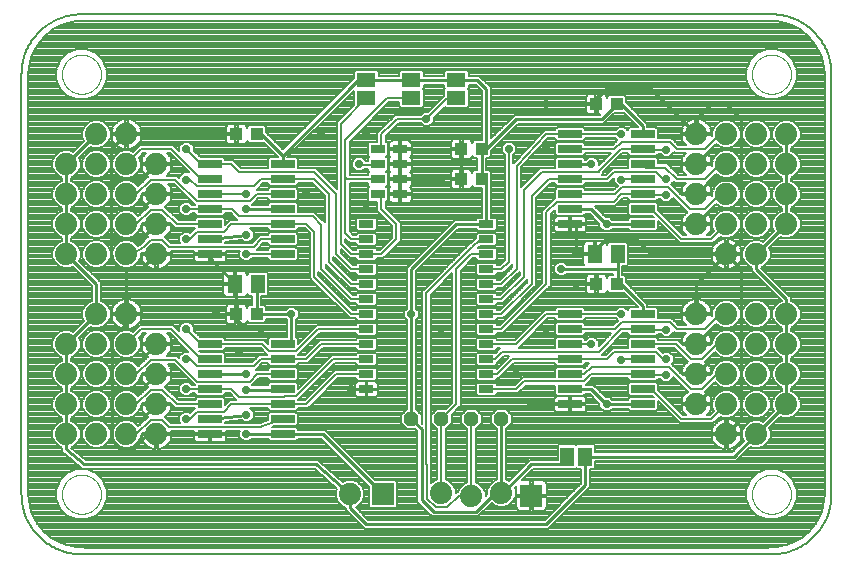
<source format=gtl>
G75*
%MOIN*%
%OFA0B0*%
%FSLAX25Y25*%
%IPPOS*%
%LPD*%
%AMOC8*
5,1,8,0,0,1.08239X$1,22.5*
%
%ADD10C,0.00600*%
%ADD11C,0.00787*%
%ADD12R,0.08000X0.02600*%
%ADD13C,0.07400*%
%ADD14R,0.07400X0.07400*%
%ADD15R,0.04724X0.03150*%
%ADD16R,0.06300X0.04600*%
%ADD17R,0.04600X0.06300*%
%ADD18R,0.04331X0.03937*%
%ADD19OC8,0.04800*%
%ADD20R,0.05000X0.02500*%
%ADD21R,0.05118X0.05906*%
%ADD22C,0.00000*%
%ADD23C,0.01000*%
%ADD24C,0.02778*%
D10*
X0021394Y0001394D02*
X0251394Y0001394D01*
X0271394Y0021394D02*
X0271394Y0161394D01*
X0251394Y0181394D02*
X0021394Y0181394D01*
X0001394Y0161394D02*
X0001394Y0021394D01*
X0176394Y0151394D02*
X0193047Y0151394D01*
D11*
X0008869Y0008869D02*
X0006396Y0011970D01*
X0004675Y0015544D01*
X0003792Y0019411D01*
X0003681Y0021394D01*
X0003681Y0022341D01*
X0003587Y0022435D01*
X0003587Y0160353D01*
X0003681Y0160446D01*
X0003681Y0161394D01*
X0003792Y0163377D01*
X0004675Y0167244D01*
X0006396Y0170817D01*
X0008869Y0173918D01*
X0011970Y0176391D01*
X0015544Y0178112D01*
X0019411Y0178995D01*
X0021394Y0179106D01*
X0022341Y0179106D01*
X0022435Y0179200D01*
X0250353Y0179200D01*
X0250446Y0179106D01*
X0251394Y0179106D01*
X0253377Y0178995D01*
X0257244Y0178112D01*
X0260817Y0176391D01*
X0263918Y0173918D01*
X0266391Y0170817D01*
X0268112Y0167244D01*
X0268995Y0163377D01*
X0269106Y0161394D01*
X0269106Y0160446D01*
X0269200Y0160353D01*
X0269200Y0022435D01*
X0269106Y0022341D01*
X0269106Y0021394D01*
X0268995Y0019411D01*
X0268112Y0015544D01*
X0266391Y0011970D01*
X0263918Y0008869D01*
X0260817Y0006396D01*
X0257244Y0004675D01*
X0253377Y0003792D01*
X0251394Y0003681D01*
X0250446Y0003681D01*
X0250353Y0003587D01*
X0022435Y0003587D01*
X0022341Y0003681D01*
X0021394Y0003681D01*
X0019411Y0003792D01*
X0015544Y0004675D01*
X0011970Y0006396D01*
X0008869Y0008869D01*
X0008563Y0009253D02*
X0264224Y0009253D01*
X0264851Y0010039D02*
X0177151Y0010039D01*
X0177012Y0009900D02*
X0190887Y0023775D01*
X0190887Y0029750D01*
X0192105Y0029750D01*
X0192687Y0030332D01*
X0192687Y0032400D01*
X0239512Y0032400D01*
X0240387Y0033275D01*
X0244295Y0037183D01*
X0245460Y0036700D01*
X0247327Y0036700D01*
X0249052Y0037415D01*
X0250373Y0038735D01*
X0251087Y0040460D01*
X0251087Y0042327D01*
X0250605Y0043492D01*
X0254295Y0047183D01*
X0255460Y0046700D01*
X0257327Y0046700D01*
X0259052Y0047415D01*
X0260373Y0048735D01*
X0261087Y0050460D01*
X0261087Y0052327D01*
X0260373Y0054052D01*
X0259052Y0055373D01*
X0257887Y0055855D01*
X0257887Y0056932D01*
X0259052Y0057415D01*
X0260373Y0058735D01*
X0261087Y0060460D01*
X0261087Y0062327D01*
X0260373Y0064052D01*
X0259052Y0065373D01*
X0257887Y0065855D01*
X0257887Y0066932D01*
X0259052Y0067415D01*
X0260373Y0068735D01*
X0261087Y0070460D01*
X0261087Y0072327D01*
X0260373Y0074052D01*
X0259052Y0075373D01*
X0257887Y0075855D01*
X0257887Y0076932D01*
X0259052Y0077415D01*
X0260373Y0078735D01*
X0261087Y0080460D01*
X0261087Y0082327D01*
X0260373Y0084052D01*
X0259052Y0085373D01*
X0257887Y0085855D01*
X0257887Y0087012D01*
X0257012Y0087887D01*
X0247944Y0096956D01*
X0249052Y0097415D01*
X0250373Y0098735D01*
X0251087Y0100460D01*
X0251087Y0102327D01*
X0250605Y0103492D01*
X0254295Y0107183D01*
X0255460Y0106700D01*
X0257327Y0106700D01*
X0259052Y0107415D01*
X0260373Y0108735D01*
X0261087Y0110460D01*
X0261087Y0112327D01*
X0260373Y0114052D01*
X0259052Y0115373D01*
X0257887Y0115855D01*
X0257887Y0116932D01*
X0259052Y0117415D01*
X0260373Y0118735D01*
X0261087Y0120460D01*
X0261087Y0122327D01*
X0260373Y0124052D01*
X0259052Y0125373D01*
X0257887Y0125855D01*
X0257887Y0126932D01*
X0259052Y0127415D01*
X0260373Y0128735D01*
X0261087Y0130460D01*
X0261087Y0132327D01*
X0260373Y0134052D01*
X0259052Y0135373D01*
X0257887Y0135855D01*
X0257887Y0136932D01*
X0259052Y0137415D01*
X0260373Y0138735D01*
X0261087Y0140460D01*
X0261087Y0142327D01*
X0260373Y0144052D01*
X0259052Y0145373D01*
X0257327Y0146087D01*
X0255460Y0146087D01*
X0253735Y0145373D01*
X0252415Y0144052D01*
X0251700Y0142327D01*
X0251700Y0140460D01*
X0252415Y0138735D01*
X0253735Y0137415D01*
X0254900Y0136932D01*
X0254900Y0135855D01*
X0253735Y0135373D01*
X0252415Y0134052D01*
X0251700Y0132327D01*
X0251700Y0130460D01*
X0252415Y0128735D01*
X0253735Y0127415D01*
X0254900Y0126932D01*
X0254900Y0125855D01*
X0253735Y0125373D01*
X0252415Y0124052D01*
X0251700Y0122327D01*
X0251700Y0120460D01*
X0252415Y0118735D01*
X0253735Y0117415D01*
X0254900Y0116932D01*
X0254900Y0115855D01*
X0253735Y0115373D01*
X0252415Y0114052D01*
X0251700Y0112327D01*
X0251700Y0110460D01*
X0252183Y0109295D01*
X0248492Y0105605D01*
X0247327Y0106087D01*
X0245460Y0106087D01*
X0243735Y0105373D01*
X0242415Y0104052D01*
X0241700Y0102327D01*
X0241700Y0100460D01*
X0242415Y0098735D01*
X0243735Y0097415D01*
X0244900Y0096932D01*
X0244900Y0095775D01*
X0254843Y0085832D01*
X0253735Y0085373D01*
X0252415Y0084052D01*
X0251700Y0082327D01*
X0251700Y0080460D01*
X0252415Y0078735D01*
X0253735Y0077415D01*
X0254900Y0076932D01*
X0254900Y0075855D01*
X0253735Y0075373D01*
X0252415Y0074052D01*
X0251700Y0072327D01*
X0251700Y0070460D01*
X0252415Y0068735D01*
X0253735Y0067415D01*
X0254900Y0066932D01*
X0254900Y0065855D01*
X0253735Y0065373D01*
X0252415Y0064052D01*
X0251700Y0062327D01*
X0251700Y0060460D01*
X0252415Y0058735D01*
X0253735Y0057415D01*
X0254900Y0056932D01*
X0254900Y0055855D01*
X0253735Y0055373D01*
X0252415Y0054052D01*
X0251700Y0052327D01*
X0251700Y0050460D01*
X0252183Y0049295D01*
X0248492Y0045605D01*
X0247327Y0046087D01*
X0245460Y0046087D01*
X0243735Y0045373D01*
X0242415Y0044052D01*
X0241700Y0042327D01*
X0241700Y0040460D01*
X0242183Y0039295D01*
X0238275Y0035387D01*
X0192687Y0035387D01*
X0192687Y0037455D01*
X0192105Y0038037D01*
X0186682Y0038037D01*
X0186394Y0037749D01*
X0186105Y0038037D01*
X0180682Y0038037D01*
X0180100Y0037455D01*
X0180100Y0032887D01*
X0170775Y0032887D01*
X0163846Y0025958D01*
X0162887Y0026355D01*
X0162887Y0043088D01*
X0164787Y0044988D01*
X0164787Y0047799D01*
X0162799Y0049787D01*
X0159988Y0049787D01*
X0158000Y0047799D01*
X0158000Y0044988D01*
X0159900Y0043088D01*
X0159900Y0026355D01*
X0158735Y0025873D01*
X0157415Y0024552D01*
X0156700Y0022827D01*
X0156700Y0021383D01*
X0156087Y0020770D01*
X0156087Y0021827D01*
X0155373Y0023552D01*
X0154052Y0024873D01*
X0152781Y0025399D01*
X0152781Y0043000D01*
X0152799Y0043000D01*
X0154787Y0044988D01*
X0154787Y0047799D01*
X0152799Y0049787D01*
X0149988Y0049787D01*
X0148000Y0047799D01*
X0148000Y0044988D01*
X0149988Y0043000D01*
X0150006Y0043000D01*
X0150006Y0025399D01*
X0148735Y0024873D01*
X0147415Y0023552D01*
X0146888Y0022281D01*
X0146598Y0022281D01*
X0146087Y0021770D01*
X0146087Y0022827D01*
X0145373Y0024552D01*
X0144052Y0025873D01*
X0142781Y0026399D01*
X0142781Y0043000D01*
X0142799Y0043000D01*
X0144787Y0044988D01*
X0144787Y0047799D01*
X0144774Y0047812D01*
X0146968Y0050006D01*
X0147781Y0050819D01*
X0147781Y0095819D01*
X0151968Y0100006D01*
X0152900Y0100006D01*
X0152900Y0099732D01*
X0153482Y0099150D01*
X0159305Y0099150D01*
X0159887Y0099732D01*
X0159887Y0103055D01*
X0159305Y0103637D01*
X0153533Y0103637D01*
X0154067Y0104150D01*
X0159305Y0104150D01*
X0159887Y0104732D01*
X0159887Y0108055D01*
X0159305Y0108637D01*
X0153482Y0108637D01*
X0152900Y0108055D01*
X0152900Y0106877D01*
X0151076Y0105125D01*
X0151059Y0105125D01*
X0150663Y0104728D01*
X0150258Y0104340D01*
X0150258Y0104324D01*
X0135819Y0089885D01*
X0135006Y0089072D01*
X0135006Y0044893D01*
X0134787Y0045112D01*
X0134787Y0047799D01*
X0132887Y0049699D01*
X0132887Y0079518D01*
X0133776Y0080407D01*
X0133776Y0082381D01*
X0132887Y0083270D01*
X0132887Y0095775D01*
X0147012Y0109900D01*
X0152900Y0109900D01*
X0152900Y0109732D01*
X0153482Y0109150D01*
X0159305Y0109150D01*
X0159887Y0109732D01*
X0159887Y0113055D01*
X0159305Y0113637D01*
X0157887Y0113637D01*
X0157887Y0124002D01*
X0157899Y0124014D01*
X0157899Y0128774D01*
X0157317Y0129356D01*
X0156234Y0129356D01*
X0156234Y0133431D01*
X0157317Y0133431D01*
X0157899Y0134014D01*
X0157899Y0135787D01*
X0167012Y0144900D01*
X0195359Y0144900D01*
X0196234Y0145775D01*
X0198890Y0148431D01*
X0202243Y0148431D01*
X0206988Y0143687D01*
X0204082Y0143687D01*
X0203500Y0143105D01*
X0203500Y0142657D01*
X0202381Y0143776D01*
X0200407Y0143776D01*
X0199411Y0142781D01*
X0189287Y0142781D01*
X0189287Y0143105D01*
X0188705Y0143687D01*
X0179882Y0143687D01*
X0179300Y0143105D01*
X0179300Y0142781D01*
X0176949Y0142781D01*
X0176934Y0142795D01*
X0176377Y0142781D01*
X0175819Y0142781D01*
X0175805Y0142767D01*
X0175785Y0142767D01*
X0175401Y0142363D01*
X0175006Y0141968D01*
X0175006Y0141949D01*
X0165413Y0131875D01*
X0165281Y0131743D01*
X0165281Y0134411D01*
X0166276Y0135407D01*
X0166276Y0137381D01*
X0164881Y0138776D01*
X0162907Y0138776D01*
X0161511Y0137381D01*
X0161511Y0135407D01*
X0162506Y0134411D01*
X0162506Y0099468D01*
X0160819Y0097781D01*
X0159887Y0097781D01*
X0159887Y0098055D01*
X0159305Y0098637D01*
X0153482Y0098637D01*
X0152900Y0098055D01*
X0152900Y0094732D01*
X0153482Y0094150D01*
X0159305Y0094150D01*
X0159887Y0094732D01*
X0159887Y0095006D01*
X0161968Y0095006D01*
X0162781Y0095819D01*
X0164468Y0097506D01*
X0164468Y0097506D01*
X0165019Y0098057D01*
X0165019Y0096981D01*
X0160819Y0092781D01*
X0159887Y0092781D01*
X0159887Y0093055D01*
X0159305Y0093637D01*
X0153482Y0093637D01*
X0152900Y0093055D01*
X0152900Y0089732D01*
X0153482Y0089150D01*
X0159305Y0089150D01*
X0159887Y0089732D01*
X0159887Y0090006D01*
X0161968Y0090006D01*
X0166981Y0095019D01*
X0167506Y0095544D01*
X0167506Y0094468D01*
X0160819Y0087781D01*
X0159887Y0087781D01*
X0159887Y0088055D01*
X0159305Y0088637D01*
X0153482Y0088637D01*
X0152900Y0088055D01*
X0152900Y0084732D01*
X0153482Y0084150D01*
X0159305Y0084150D01*
X0159887Y0084732D01*
X0159887Y0085006D01*
X0161968Y0085006D01*
X0169468Y0092506D01*
X0170019Y0093057D01*
X0170019Y0091981D01*
X0160819Y0082781D01*
X0159887Y0082781D01*
X0159887Y0083055D01*
X0159305Y0083637D01*
X0153482Y0083637D01*
X0152900Y0083055D01*
X0152900Y0079732D01*
X0153482Y0079150D01*
X0159305Y0079150D01*
X0159887Y0079732D01*
X0159887Y0080006D01*
X0161968Y0080006D01*
X0162781Y0080819D01*
X0171981Y0090019D01*
X0172794Y0090832D01*
X0172794Y0120296D01*
X0177933Y0125006D01*
X0179300Y0125006D01*
X0179300Y0124682D01*
X0179882Y0124100D01*
X0188705Y0124100D01*
X0189287Y0124682D01*
X0189287Y0125006D01*
X0197222Y0125006D01*
X0199011Y0126796D01*
X0199011Y0125318D01*
X0200132Y0124197D01*
X0198715Y0122781D01*
X0189287Y0122781D01*
X0189287Y0123105D01*
X0188705Y0123687D01*
X0179882Y0123687D01*
X0179300Y0123105D01*
X0179300Y0120175D01*
X0179266Y0120175D01*
X0175006Y0115915D01*
X0175006Y0091968D01*
X0160819Y0077781D01*
X0159887Y0077781D01*
X0159887Y0078055D01*
X0159305Y0078637D01*
X0153482Y0078637D01*
X0152900Y0078055D01*
X0152900Y0074732D01*
X0153482Y0074150D01*
X0159305Y0074150D01*
X0159887Y0074732D01*
X0159887Y0075006D01*
X0161968Y0075006D01*
X0176968Y0090006D01*
X0177781Y0090819D01*
X0177781Y0114766D01*
X0179300Y0116285D01*
X0179300Y0114682D01*
X0179882Y0114100D01*
X0188705Y0114100D01*
X0189287Y0114682D01*
X0189287Y0114900D01*
X0190775Y0114900D01*
X0194040Y0111635D01*
X0194040Y0110407D01*
X0195435Y0109011D01*
X0197409Y0109011D01*
X0198298Y0109900D01*
X0203500Y0109900D01*
X0203500Y0109682D01*
X0204082Y0109100D01*
X0212905Y0109100D01*
X0213487Y0109682D01*
X0213487Y0112338D01*
X0220819Y0105006D01*
X0231968Y0105006D01*
X0232781Y0105819D01*
X0234189Y0107227D01*
X0235460Y0106700D01*
X0237327Y0106700D01*
X0239052Y0107415D01*
X0240373Y0108735D01*
X0241087Y0110460D01*
X0241087Y0112327D01*
X0240373Y0114052D01*
X0239052Y0115373D01*
X0237327Y0116087D01*
X0235460Y0116087D01*
X0233735Y0115373D01*
X0232415Y0114052D01*
X0231700Y0112327D01*
X0231700Y0110460D01*
X0232227Y0109189D01*
X0230819Y0107781D01*
X0229985Y0107781D01*
X0230279Y0108075D01*
X0230750Y0108724D01*
X0231114Y0109438D01*
X0231362Y0110201D01*
X0231487Y0110993D01*
X0231487Y0111000D01*
X0226787Y0111000D01*
X0226787Y0111787D01*
X0231487Y0111787D01*
X0231487Y0111795D01*
X0231362Y0112586D01*
X0231114Y0113349D01*
X0230750Y0114063D01*
X0230279Y0114712D01*
X0229850Y0115141D01*
X0230527Y0115819D01*
X0232929Y0118221D01*
X0233735Y0117415D01*
X0235460Y0116700D01*
X0237327Y0116700D01*
X0239052Y0117415D01*
X0240373Y0118735D01*
X0241087Y0120460D01*
X0241087Y0122327D01*
X0240373Y0124052D01*
X0239052Y0125373D01*
X0237327Y0126087D01*
X0235460Y0126087D01*
X0233735Y0125373D01*
X0232415Y0124052D01*
X0231700Y0122327D01*
X0231700Y0120916D01*
X0231433Y0120649D01*
X0231487Y0120993D01*
X0231487Y0121000D01*
X0226787Y0121000D01*
X0226787Y0121787D01*
X0231487Y0121787D01*
X0231487Y0121795D01*
X0231362Y0122586D01*
X0231114Y0123349D01*
X0230750Y0124063D01*
X0230279Y0124712D01*
X0229850Y0125141D01*
X0230527Y0125819D01*
X0232929Y0128221D01*
X0233735Y0127415D01*
X0235460Y0126700D01*
X0237327Y0126700D01*
X0239052Y0127415D01*
X0240373Y0128735D01*
X0241087Y0130460D01*
X0241087Y0132327D01*
X0240373Y0134052D01*
X0239052Y0135373D01*
X0237327Y0136087D01*
X0235460Y0136087D01*
X0233735Y0135373D01*
X0232415Y0134052D01*
X0231700Y0132327D01*
X0231700Y0130916D01*
X0231433Y0130649D01*
X0231487Y0130993D01*
X0231487Y0131000D01*
X0226787Y0131000D01*
X0226787Y0131787D01*
X0231487Y0131787D01*
X0231487Y0131795D01*
X0231362Y0132586D01*
X0231114Y0133349D01*
X0230750Y0134063D01*
X0230279Y0134712D01*
X0229850Y0135141D01*
X0230527Y0135819D01*
X0232929Y0138221D01*
X0233735Y0137415D01*
X0235460Y0136700D01*
X0237327Y0136700D01*
X0239052Y0137415D01*
X0240373Y0138735D01*
X0241087Y0140460D01*
X0241087Y0142327D01*
X0240373Y0144052D01*
X0239052Y0145373D01*
X0237327Y0146087D01*
X0235460Y0146087D01*
X0233735Y0145373D01*
X0232415Y0144052D01*
X0231700Y0142327D01*
X0231700Y0140916D01*
X0231433Y0140649D01*
X0231487Y0140993D01*
X0231487Y0141000D01*
X0226787Y0141000D01*
X0226787Y0141787D01*
X0226000Y0141787D01*
X0226000Y0141000D01*
X0221300Y0141000D01*
X0221300Y0140993D01*
X0221425Y0140201D01*
X0221673Y0139438D01*
X0222037Y0138724D01*
X0222508Y0138075D01*
X0222803Y0137781D01*
X0220390Y0137781D01*
X0218809Y0139362D01*
X0217997Y0140175D01*
X0213487Y0140175D01*
X0213487Y0143105D01*
X0212905Y0143687D01*
X0209987Y0143687D01*
X0209987Y0144912D01*
X0202899Y0152001D01*
X0202899Y0153774D01*
X0202317Y0154356D01*
X0197163Y0154356D01*
X0196581Y0153774D01*
X0196581Y0153640D01*
X0196511Y0153900D01*
X0196328Y0154218D01*
X0196068Y0154477D01*
X0195751Y0154661D01*
X0195396Y0154756D01*
X0193441Y0154756D01*
X0193441Y0151787D01*
X0192654Y0151787D01*
X0192653Y0151787D02*
X0192653Y0151000D01*
X0189488Y0151000D01*
X0189488Y0149242D01*
X0189583Y0148887D01*
X0189767Y0148569D01*
X0190026Y0148310D01*
X0190344Y0148126D01*
X0190698Y0148031D01*
X0192654Y0148031D01*
X0192654Y0151000D01*
X0193441Y0151000D01*
X0193441Y0148031D01*
X0194266Y0148031D01*
X0194121Y0147887D01*
X0165775Y0147887D01*
X0157887Y0140000D01*
X0157887Y0157012D01*
X0154012Y0160887D01*
X0150537Y0160887D01*
X0150537Y0162105D01*
X0149955Y0162687D01*
X0142832Y0162687D01*
X0142250Y0162105D01*
X0142250Y0160887D01*
X0135537Y0160887D01*
X0135537Y0162105D01*
X0134955Y0162687D01*
X0127832Y0162687D01*
X0127250Y0162105D01*
X0127250Y0160887D01*
X0120537Y0160887D01*
X0120537Y0162105D01*
X0119955Y0162687D01*
X0112832Y0162687D01*
X0112250Y0162105D01*
X0112250Y0160162D01*
X0088494Y0136406D01*
X0082899Y0142001D01*
X0082899Y0143774D01*
X0082317Y0144356D01*
X0077163Y0144356D01*
X0076581Y0143774D01*
X0076581Y0143640D01*
X0076511Y0143900D01*
X0076328Y0144218D01*
X0076068Y0144477D01*
X0075751Y0144661D01*
X0075396Y0144756D01*
X0073441Y0144756D01*
X0073441Y0141787D01*
X0072654Y0141787D01*
X0072653Y0141787D02*
X0072653Y0141000D01*
X0069488Y0141000D01*
X0069488Y0139242D01*
X0069583Y0138887D01*
X0069767Y0138569D01*
X0070026Y0138310D01*
X0070344Y0138126D01*
X0070698Y0138031D01*
X0072654Y0138031D01*
X0072654Y0141000D01*
X0073441Y0141000D01*
X0073441Y0138031D01*
X0075396Y0138031D01*
X0075751Y0138126D01*
X0076068Y0138310D01*
X0076328Y0138569D01*
X0076511Y0138887D01*
X0076581Y0139148D01*
X0076581Y0139014D01*
X0077163Y0138431D01*
X0082243Y0138431D01*
X0086988Y0133687D01*
X0084082Y0133687D01*
X0083500Y0133105D01*
X0083500Y0130175D01*
X0074575Y0130175D01*
X0072781Y0131968D01*
X0071968Y0132781D01*
X0069287Y0132781D01*
X0069287Y0133105D01*
X0068705Y0133687D01*
X0061062Y0133687D01*
X0058776Y0135973D01*
X0058776Y0137381D01*
X0057381Y0138776D01*
X0055407Y0138776D01*
X0054011Y0137381D01*
X0054011Y0135738D01*
X0052781Y0136968D01*
X0051968Y0137781D01*
X0040819Y0137781D01*
X0040006Y0136968D01*
X0038599Y0135561D01*
X0037327Y0136087D01*
X0035460Y0136087D01*
X0033735Y0135373D01*
X0032415Y0134052D01*
X0031700Y0132327D01*
X0031700Y0130460D01*
X0032415Y0128735D01*
X0033735Y0127415D01*
X0035460Y0126700D01*
X0037327Y0126700D01*
X0039052Y0127415D01*
X0040373Y0128735D01*
X0041087Y0130460D01*
X0041087Y0132327D01*
X0040561Y0133599D01*
X0041968Y0135006D01*
X0042803Y0135006D01*
X0042508Y0134712D01*
X0042037Y0134063D01*
X0041673Y0133349D01*
X0041425Y0132586D01*
X0041300Y0131795D01*
X0041300Y0131787D01*
X0046000Y0131787D01*
X0046000Y0131000D01*
X0041300Y0131000D01*
X0041300Y0130993D01*
X0041425Y0130201D01*
X0041673Y0129438D01*
X0042037Y0128724D01*
X0042508Y0128075D01*
X0043075Y0127508D01*
X0043476Y0127217D01*
X0043021Y0126762D01*
X0040342Y0124083D01*
X0039052Y0125373D01*
X0037327Y0126087D01*
X0035460Y0126087D01*
X0033735Y0125373D01*
X0032415Y0124052D01*
X0031700Y0122327D01*
X0031700Y0120460D01*
X0032415Y0118735D01*
X0033735Y0117415D01*
X0035460Y0116700D01*
X0037327Y0116700D01*
X0039052Y0117415D01*
X0040373Y0118735D01*
X0041087Y0120460D01*
X0041087Y0120905D01*
X0041970Y0121787D01*
X0046000Y0121787D01*
X0046000Y0121000D01*
X0041300Y0121000D01*
X0041300Y0120993D01*
X0041425Y0120201D01*
X0041673Y0119438D01*
X0042037Y0118724D01*
X0042508Y0118075D01*
X0043075Y0117508D01*
X0043476Y0117217D01*
X0040342Y0114083D01*
X0039052Y0115373D01*
X0037327Y0116087D01*
X0035460Y0116087D01*
X0033735Y0115373D01*
X0032415Y0114052D01*
X0031700Y0112327D01*
X0031700Y0110460D01*
X0032415Y0108735D01*
X0033735Y0107415D01*
X0035460Y0106700D01*
X0037327Y0106700D01*
X0039052Y0107415D01*
X0040373Y0108735D01*
X0041087Y0110460D01*
X0041087Y0110905D01*
X0041970Y0111787D01*
X0046000Y0111787D01*
X0046000Y0111000D01*
X0041300Y0111000D01*
X0041300Y0110993D01*
X0041425Y0110201D01*
X0041673Y0109438D01*
X0042037Y0108724D01*
X0042508Y0108075D01*
X0043075Y0107508D01*
X0043476Y0107217D01*
X0043021Y0106762D01*
X0041229Y0104971D01*
X0040134Y0104291D01*
X0039052Y0105373D01*
X0037327Y0106087D01*
X0035460Y0106087D01*
X0033735Y0105373D01*
X0032415Y0104052D01*
X0031700Y0102327D01*
X0031700Y0100460D01*
X0032415Y0098735D01*
X0033735Y0097415D01*
X0035460Y0096700D01*
X0037327Y0096700D01*
X0039052Y0097415D01*
X0040373Y0098735D01*
X0041087Y0100460D01*
X0041087Y0101616D01*
X0041363Y0101787D01*
X0046000Y0101787D01*
X0046000Y0101000D01*
X0046787Y0101000D01*
X0046787Y0096300D01*
X0046795Y0096300D01*
X0047586Y0096425D01*
X0048349Y0096673D01*
X0049063Y0097037D01*
X0049712Y0097508D01*
X0050279Y0098075D01*
X0050750Y0098724D01*
X0051114Y0099438D01*
X0051362Y0100201D01*
X0051487Y0100993D01*
X0051487Y0101000D01*
X0046787Y0101000D01*
X0046787Y0101787D01*
X0051487Y0101787D01*
X0051487Y0101795D01*
X0051377Y0102489D01*
X0058900Y0102489D01*
X0058900Y0101650D01*
X0064037Y0101650D01*
X0064037Y0101137D01*
X0064550Y0101137D01*
X0064550Y0098700D01*
X0068477Y0098700D01*
X0068832Y0098795D01*
X0069149Y0098978D01*
X0069409Y0099238D01*
X0069592Y0099556D01*
X0069687Y0099910D01*
X0069687Y0101137D01*
X0064550Y0101137D01*
X0064550Y0101650D01*
X0069687Y0101650D01*
X0069687Y0102489D01*
X0074119Y0102489D01*
X0074011Y0102381D01*
X0074011Y0100407D01*
X0075407Y0099011D01*
X0077381Y0099011D01*
X0078376Y0100006D01*
X0083500Y0100006D01*
X0083500Y0099682D01*
X0084082Y0099100D01*
X0092905Y0099100D01*
X0093487Y0099682D01*
X0093487Y0103105D01*
X0092905Y0103687D01*
X0084082Y0103687D01*
X0083500Y0103105D01*
X0083500Y0102781D01*
X0079743Y0102781D01*
X0080264Y0103302D01*
X0081968Y0105006D01*
X0083500Y0105006D01*
X0083500Y0104682D01*
X0084082Y0104100D01*
X0092905Y0104100D01*
X0093487Y0104682D01*
X0093487Y0108105D01*
X0092905Y0108687D01*
X0084082Y0108687D01*
X0083500Y0108105D01*
X0083500Y0107781D01*
X0080819Y0107781D01*
X0078302Y0105264D01*
X0069287Y0105264D01*
X0069287Y0105508D01*
X0074735Y0106183D01*
X0075407Y0105511D01*
X0077381Y0105511D01*
X0078776Y0106907D01*
X0078776Y0108881D01*
X0077651Y0110006D01*
X0083500Y0110006D01*
X0083500Y0109682D01*
X0084082Y0109100D01*
X0092905Y0109100D01*
X0093487Y0109682D01*
X0093487Y0110006D01*
X0095819Y0110006D01*
X0097506Y0108319D01*
X0097506Y0093319D01*
X0098319Y0092506D01*
X0110819Y0080006D01*
X0112900Y0080006D01*
X0112900Y0079732D01*
X0113482Y0079150D01*
X0119305Y0079150D01*
X0119887Y0079732D01*
X0119887Y0083055D01*
X0119305Y0083637D01*
X0113482Y0083637D01*
X0112900Y0083055D01*
X0112900Y0082781D01*
X0111968Y0082781D01*
X0100281Y0094468D01*
X0100281Y0095544D01*
X0100819Y0095006D01*
X0110819Y0085006D01*
X0112900Y0085006D01*
X0112900Y0084732D01*
X0113482Y0084150D01*
X0119305Y0084150D01*
X0119887Y0084732D01*
X0119887Y0088055D01*
X0119305Y0088637D01*
X0113482Y0088637D01*
X0112900Y0088055D01*
X0112900Y0087781D01*
X0111968Y0087781D01*
X0102781Y0096968D01*
X0102781Y0098044D01*
X0103319Y0097506D01*
X0110819Y0090006D01*
X0112900Y0090006D01*
X0112900Y0089732D01*
X0113482Y0089150D01*
X0119305Y0089150D01*
X0119887Y0089732D01*
X0119887Y0093055D01*
X0119305Y0093637D01*
X0113482Y0093637D01*
X0112900Y0093055D01*
X0112900Y0092781D01*
X0111968Y0092781D01*
X0105281Y0099468D01*
X0105281Y0100544D01*
X0105819Y0100006D01*
X0110819Y0095006D01*
X0112900Y0095006D01*
X0112900Y0094732D01*
X0113482Y0094150D01*
X0119305Y0094150D01*
X0119887Y0094732D01*
X0119887Y0098055D01*
X0119305Y0098637D01*
X0113482Y0098637D01*
X0112900Y0098055D01*
X0112900Y0097781D01*
X0111968Y0097781D01*
X0107781Y0101968D01*
X0107781Y0103044D01*
X0110819Y0100006D01*
X0112900Y0100006D01*
X0112900Y0099732D01*
X0113482Y0099150D01*
X0119305Y0099150D01*
X0119887Y0099732D01*
X0119887Y0100006D01*
X0121968Y0100006D01*
X0122781Y0100819D01*
X0127781Y0105819D01*
X0127781Y0111968D01*
X0126968Y0112781D01*
X0122781Y0116968D01*
X0122781Y0118825D01*
X0122918Y0118825D01*
X0123500Y0119407D01*
X0123500Y0123380D01*
X0122986Y0123894D01*
X0123500Y0124407D01*
X0123500Y0128380D01*
X0122986Y0128894D01*
X0123500Y0129407D01*
X0123500Y0133380D01*
X0122986Y0133894D01*
X0123500Y0134407D01*
X0123500Y0138380D01*
X0122918Y0138962D01*
X0122781Y0138962D01*
X0122781Y0140819D01*
X0125481Y0143519D01*
X0125584Y0143519D01*
X0127072Y0145006D01*
X0134411Y0145006D01*
X0135407Y0144011D01*
X0137381Y0144011D01*
X0138776Y0145407D01*
X0138776Y0146814D01*
X0142447Y0150485D01*
X0142832Y0150100D01*
X0149955Y0150100D01*
X0150537Y0150682D01*
X0150537Y0156105D01*
X0150249Y0156394D01*
X0150537Y0156682D01*
X0150537Y0157900D01*
X0152775Y0157900D01*
X0154900Y0155775D01*
X0154900Y0139356D01*
X0152163Y0139356D01*
X0151581Y0138774D01*
X0151581Y0138640D01*
X0151511Y0138900D01*
X0151328Y0139218D01*
X0151068Y0139477D01*
X0150751Y0139661D01*
X0150396Y0139756D01*
X0148441Y0139756D01*
X0148441Y0136787D01*
X0147654Y0136787D01*
X0147653Y0136787D02*
X0147653Y0136000D01*
X0144488Y0136000D01*
X0144488Y0134242D01*
X0144583Y0133887D01*
X0144767Y0133569D01*
X0145026Y0133310D01*
X0145344Y0133126D01*
X0145698Y0133031D01*
X0147654Y0133031D01*
X0147654Y0136000D01*
X0148441Y0136000D01*
X0148441Y0133031D01*
X0150396Y0133031D01*
X0150751Y0133126D01*
X0151068Y0133310D01*
X0151328Y0133569D01*
X0151511Y0133887D01*
X0151581Y0134148D01*
X0151581Y0134014D01*
X0152163Y0133431D01*
X0153246Y0133431D01*
X0153246Y0129356D01*
X0152163Y0129356D01*
X0151581Y0128774D01*
X0151581Y0128640D01*
X0151511Y0128900D01*
X0151328Y0129218D01*
X0151068Y0129477D01*
X0150751Y0129661D01*
X0150396Y0129756D01*
X0148441Y0129756D01*
X0148441Y0126787D01*
X0147654Y0126787D01*
X0147653Y0126787D02*
X0147653Y0126000D01*
X0144488Y0126000D01*
X0144488Y0124242D01*
X0144583Y0123887D01*
X0144767Y0123569D01*
X0145026Y0123310D01*
X0145344Y0123126D01*
X0145698Y0123031D01*
X0147654Y0123031D01*
X0147654Y0126000D01*
X0148441Y0126000D01*
X0148441Y0123031D01*
X0150396Y0123031D01*
X0150751Y0123126D01*
X0151068Y0123310D01*
X0151328Y0123569D01*
X0151511Y0123887D01*
X0151581Y0124148D01*
X0151581Y0124014D01*
X0152163Y0123431D01*
X0154900Y0123431D01*
X0154900Y0113637D01*
X0153482Y0113637D01*
X0152900Y0113055D01*
X0152900Y0112887D01*
X0145775Y0112887D01*
X0130775Y0097887D01*
X0129900Y0097012D01*
X0129900Y0083270D01*
X0129011Y0082381D01*
X0129011Y0080407D01*
X0129900Y0079518D01*
X0129900Y0049699D01*
X0128000Y0047799D01*
X0128000Y0044988D01*
X0129988Y0043000D01*
X0132675Y0043000D01*
X0133306Y0042369D01*
X0133306Y0018836D01*
X0137254Y0014888D01*
X0138129Y0014013D01*
X0153555Y0014013D01*
X0158096Y0018554D01*
X0158735Y0017915D01*
X0160460Y0017200D01*
X0162327Y0017200D01*
X0164052Y0017915D01*
X0165373Y0019235D01*
X0166087Y0020960D01*
X0166087Y0022827D01*
X0165751Y0023639D01*
X0166300Y0024188D01*
X0166300Y0021287D01*
X0171000Y0021287D01*
X0171000Y0020500D01*
X0171787Y0020500D01*
X0171787Y0015800D01*
X0175277Y0015800D01*
X0175632Y0015895D01*
X0175949Y0016078D01*
X0176209Y0016338D01*
X0176392Y0016656D01*
X0176487Y0017010D01*
X0176487Y0020500D01*
X0171787Y0020500D01*
X0171787Y0021287D01*
X0171000Y0021287D01*
X0171000Y0025987D01*
X0168100Y0025987D01*
X0172012Y0029900D01*
X0180532Y0029900D01*
X0180682Y0029750D01*
X0186105Y0029750D01*
X0186394Y0030038D01*
X0186682Y0029750D01*
X0187900Y0029750D01*
X0187900Y0025012D01*
X0175775Y0012887D01*
X0117012Y0012887D01*
X0112798Y0017102D01*
X0113552Y0017415D01*
X0114873Y0018735D01*
X0115587Y0020460D01*
X0115587Y0022327D01*
X0114873Y0024052D01*
X0113552Y0025373D01*
X0111827Y0026087D01*
X0109960Y0026087D01*
X0108526Y0025494D01*
X0100657Y0032481D01*
X0100251Y0032887D01*
X0100200Y0032887D01*
X0100162Y0032921D01*
X0099588Y0032887D01*
X0022901Y0032887D01*
X0017995Y0036976D01*
X0019052Y0037415D01*
X0020373Y0038735D01*
X0021087Y0040460D01*
X0021087Y0042327D01*
X0020373Y0044052D01*
X0019052Y0045373D01*
X0017887Y0045855D01*
X0017887Y0046932D01*
X0019052Y0047415D01*
X0020373Y0048735D01*
X0021087Y0050460D01*
X0021087Y0052327D01*
X0020373Y0054052D01*
X0019052Y0055373D01*
X0017887Y0055855D01*
X0017887Y0056932D01*
X0019052Y0057415D01*
X0020373Y0058735D01*
X0021087Y0060460D01*
X0021087Y0062327D01*
X0020373Y0064052D01*
X0019052Y0065373D01*
X0017887Y0065855D01*
X0017887Y0066932D01*
X0019052Y0067415D01*
X0020373Y0068735D01*
X0021087Y0070460D01*
X0021087Y0072327D01*
X0020605Y0073492D01*
X0024295Y0077183D01*
X0025460Y0076700D01*
X0027327Y0076700D01*
X0029052Y0077415D01*
X0030373Y0078735D01*
X0031087Y0080460D01*
X0031087Y0082327D01*
X0030373Y0084052D01*
X0029052Y0085373D01*
X0027887Y0085855D01*
X0027887Y0092012D01*
X0020605Y0099295D01*
X0021087Y0100460D01*
X0021087Y0102327D01*
X0020373Y0104052D01*
X0019052Y0105373D01*
X0017887Y0105855D01*
X0017887Y0106932D01*
X0019052Y0107415D01*
X0020373Y0108735D01*
X0021087Y0110460D01*
X0021087Y0112327D01*
X0020373Y0114052D01*
X0019052Y0115373D01*
X0017887Y0115855D01*
X0017887Y0116932D01*
X0019052Y0117415D01*
X0020373Y0118735D01*
X0021087Y0120460D01*
X0021087Y0122327D01*
X0020373Y0124052D01*
X0019052Y0125373D01*
X0017887Y0125855D01*
X0017887Y0126932D01*
X0019052Y0127415D01*
X0020373Y0128735D01*
X0021087Y0130460D01*
X0021087Y0132327D01*
X0020605Y0133492D01*
X0024295Y0137183D01*
X0025460Y0136700D01*
X0027327Y0136700D01*
X0029052Y0137415D01*
X0030373Y0138735D01*
X0031087Y0140460D01*
X0031087Y0142327D01*
X0030373Y0144052D01*
X0029052Y0145373D01*
X0027327Y0146087D01*
X0025460Y0146087D01*
X0023735Y0145373D01*
X0022415Y0144052D01*
X0021700Y0142327D01*
X0021700Y0140460D01*
X0022183Y0139295D01*
X0018492Y0135605D01*
X0017327Y0136087D01*
X0015460Y0136087D01*
X0013735Y0135373D01*
X0012415Y0134052D01*
X0011700Y0132327D01*
X0011700Y0130460D01*
X0012415Y0128735D01*
X0013735Y0127415D01*
X0014900Y0126932D01*
X0014900Y0125855D01*
X0013735Y0125373D01*
X0012415Y0124052D01*
X0011700Y0122327D01*
X0011700Y0120460D01*
X0012415Y0118735D01*
X0013735Y0117415D01*
X0014900Y0116932D01*
X0014900Y0115855D01*
X0013735Y0115373D01*
X0012415Y0114052D01*
X0011700Y0112327D01*
X0011700Y0110460D01*
X0012415Y0108735D01*
X0013735Y0107415D01*
X0014900Y0106932D01*
X0014900Y0105855D01*
X0013735Y0105373D01*
X0012415Y0104052D01*
X0011700Y0102327D01*
X0011700Y0100460D01*
X0012415Y0098735D01*
X0013735Y0097415D01*
X0015460Y0096700D01*
X0017327Y0096700D01*
X0018492Y0097183D01*
X0024900Y0090775D01*
X0024900Y0085855D01*
X0023735Y0085373D01*
X0022415Y0084052D01*
X0021700Y0082327D01*
X0021700Y0080460D01*
X0022183Y0079295D01*
X0018492Y0075605D01*
X0017327Y0076087D01*
X0015460Y0076087D01*
X0013735Y0075373D01*
X0012415Y0074052D01*
X0011700Y0072327D01*
X0011700Y0070460D01*
X0012415Y0068735D01*
X0013735Y0067415D01*
X0014900Y0066932D01*
X0014900Y0065855D01*
X0013735Y0065373D01*
X0012415Y0064052D01*
X0011700Y0062327D01*
X0011700Y0060460D01*
X0012415Y0058735D01*
X0013735Y0057415D01*
X0014900Y0056932D01*
X0014900Y0055855D01*
X0013735Y0055373D01*
X0012415Y0054052D01*
X0011700Y0052327D01*
X0011700Y0050460D01*
X0012415Y0048735D01*
X0013735Y0047415D01*
X0014900Y0046932D01*
X0014900Y0045855D01*
X0013735Y0045373D01*
X0012415Y0044052D01*
X0011700Y0042327D01*
X0011700Y0040460D01*
X0012415Y0038735D01*
X0013735Y0037415D01*
X0014870Y0036944D01*
X0014870Y0036939D01*
X0014817Y0036875D01*
X0014866Y0036331D01*
X0014863Y0035785D01*
X0014921Y0035725D01*
X0014929Y0035642D01*
X0015348Y0035293D01*
X0015732Y0034904D01*
X0015815Y0034904D01*
X0021352Y0030290D01*
X0021742Y0029900D01*
X0021820Y0029900D01*
X0021880Y0029850D01*
X0022428Y0029900D01*
X0099065Y0029900D01*
X0106575Y0023232D01*
X0106200Y0022327D01*
X0106200Y0020460D01*
X0106915Y0018735D01*
X0108235Y0017415D01*
X0109400Y0016932D01*
X0109400Y0016275D01*
X0114900Y0010775D01*
X0115775Y0009900D01*
X0177012Y0009900D01*
X0177937Y0010825D02*
X0265478Y0010825D01*
X0266105Y0011611D02*
X0178723Y0011611D01*
X0179509Y0012396D02*
X0266597Y0012396D01*
X0266975Y0013182D02*
X0253504Y0013182D01*
X0253063Y0013000D02*
X0256148Y0014278D01*
X0258510Y0016639D01*
X0259787Y0019724D01*
X0259787Y0023063D01*
X0258510Y0026148D01*
X0256148Y0028510D01*
X0253063Y0029787D01*
X0249724Y0029787D01*
X0246639Y0028510D01*
X0244278Y0026148D01*
X0243000Y0023063D01*
X0243000Y0019724D01*
X0244278Y0016639D01*
X0246639Y0014278D01*
X0249724Y0013000D01*
X0253063Y0013000D01*
X0255401Y0013968D02*
X0267354Y0013968D01*
X0267732Y0014754D02*
X0256625Y0014754D01*
X0257411Y0015540D02*
X0268111Y0015540D01*
X0268291Y0016326D02*
X0258197Y0016326D01*
X0258705Y0017112D02*
X0268470Y0017112D01*
X0268650Y0017898D02*
X0259031Y0017898D01*
X0259356Y0018684D02*
X0268829Y0018684D01*
X0268998Y0019470D02*
X0259682Y0019470D01*
X0259787Y0020256D02*
X0269042Y0020256D01*
X0269087Y0021042D02*
X0259787Y0021042D01*
X0259787Y0021827D02*
X0269106Y0021827D01*
X0269200Y0022613D02*
X0259787Y0022613D01*
X0259648Y0023399D02*
X0269200Y0023399D01*
X0269200Y0024185D02*
X0259323Y0024185D01*
X0258997Y0024971D02*
X0269200Y0024971D01*
X0269200Y0025757D02*
X0258672Y0025757D01*
X0258115Y0026543D02*
X0269200Y0026543D01*
X0269200Y0027329D02*
X0257329Y0027329D01*
X0256543Y0028115D02*
X0269200Y0028115D01*
X0269200Y0028901D02*
X0255204Y0028901D01*
X0253307Y0029687D02*
X0269200Y0029687D01*
X0269200Y0030472D02*
X0192687Y0030472D01*
X0192687Y0031258D02*
X0269200Y0031258D01*
X0269200Y0032044D02*
X0192687Y0032044D01*
X0190887Y0029687D02*
X0249481Y0029687D01*
X0247583Y0028901D02*
X0190887Y0028901D01*
X0190887Y0028115D02*
X0246244Y0028115D01*
X0245458Y0027329D02*
X0190887Y0027329D01*
X0190887Y0026543D02*
X0244672Y0026543D01*
X0244116Y0025757D02*
X0190887Y0025757D01*
X0190887Y0024971D02*
X0243790Y0024971D01*
X0243465Y0024185D02*
X0190887Y0024185D01*
X0190512Y0023399D02*
X0243139Y0023399D01*
X0243000Y0022613D02*
X0189726Y0022613D01*
X0188940Y0021827D02*
X0243000Y0021827D01*
X0243000Y0021042D02*
X0188154Y0021042D01*
X0187368Y0020256D02*
X0243000Y0020256D01*
X0243105Y0019470D02*
X0186582Y0019470D01*
X0185796Y0018684D02*
X0243431Y0018684D01*
X0243756Y0017898D02*
X0185010Y0017898D01*
X0184224Y0017112D02*
X0244082Y0017112D01*
X0244591Y0016326D02*
X0183438Y0016326D01*
X0182653Y0015540D02*
X0245377Y0015540D01*
X0246163Y0014754D02*
X0181867Y0014754D01*
X0181081Y0013968D02*
X0247386Y0013968D01*
X0249284Y0013182D02*
X0180295Y0013182D01*
X0178428Y0015540D02*
X0155082Y0015540D01*
X0154296Y0014754D02*
X0177642Y0014754D01*
X0176856Y0013968D02*
X0115931Y0013968D01*
X0115146Y0014754D02*
X0137388Y0014754D01*
X0136602Y0015540D02*
X0114360Y0015540D01*
X0113574Y0016326D02*
X0135816Y0016326D01*
X0135030Y0017112D02*
X0126417Y0017112D01*
X0126587Y0017282D02*
X0126587Y0025505D01*
X0126005Y0026087D01*
X0119312Y0026087D01*
X0103387Y0042012D01*
X0102512Y0042887D01*
X0093487Y0042887D01*
X0093487Y0043105D01*
X0092905Y0043687D01*
X0084781Y0043687D01*
X0086013Y0044100D01*
X0092905Y0044100D01*
X0093487Y0044682D01*
X0093487Y0048105D01*
X0092905Y0048687D01*
X0084082Y0048687D01*
X0083500Y0048105D01*
X0083500Y0046185D01*
X0080750Y0045264D01*
X0069287Y0045264D01*
X0069287Y0045508D01*
X0074735Y0046183D01*
X0075407Y0045511D01*
X0077381Y0045511D01*
X0078776Y0046907D01*
X0078776Y0048881D01*
X0077651Y0050006D01*
X0083500Y0050006D01*
X0083500Y0049682D01*
X0084082Y0049100D01*
X0092905Y0049100D01*
X0093487Y0049682D01*
X0093487Y0050006D01*
X0096968Y0050006D01*
X0097781Y0050819D01*
X0106968Y0060006D01*
X0112900Y0060006D01*
X0112900Y0059732D01*
X0113482Y0059150D01*
X0119305Y0059150D01*
X0119887Y0059732D01*
X0119887Y0063055D01*
X0119305Y0063637D01*
X0113482Y0063637D01*
X0112900Y0063055D01*
X0112900Y0062781D01*
X0105819Y0062781D01*
X0095819Y0052781D01*
X0093690Y0052781D01*
X0105915Y0065006D01*
X0112900Y0065006D01*
X0112900Y0064732D01*
X0113482Y0064150D01*
X0119305Y0064150D01*
X0119887Y0064732D01*
X0119887Y0068055D01*
X0119305Y0068637D01*
X0113482Y0068637D01*
X0112900Y0068055D01*
X0112900Y0067781D01*
X0104766Y0067781D01*
X0093487Y0056503D01*
X0093487Y0058105D01*
X0092905Y0058687D01*
X0084082Y0058687D01*
X0083500Y0058105D01*
X0083500Y0057798D01*
X0078272Y0057798D01*
X0078809Y0058336D01*
X0080479Y0060006D01*
X0083500Y0060006D01*
X0083500Y0059682D01*
X0084082Y0059100D01*
X0092905Y0059100D01*
X0093487Y0059682D01*
X0093487Y0063105D01*
X0092905Y0063687D01*
X0084082Y0063687D01*
X0083500Y0063105D01*
X0083500Y0062781D01*
X0079490Y0062781D01*
X0081715Y0065006D01*
X0083500Y0065006D01*
X0083500Y0064682D01*
X0084082Y0064100D01*
X0092905Y0064100D01*
X0093487Y0064682D01*
X0093487Y0065006D01*
X0096968Y0065006D01*
X0101968Y0070006D01*
X0112900Y0070006D01*
X0112900Y0069732D01*
X0113482Y0069150D01*
X0119305Y0069150D01*
X0119887Y0069732D01*
X0119887Y0073055D01*
X0119305Y0073637D01*
X0113482Y0073637D01*
X0112900Y0073055D01*
X0112900Y0072781D01*
X0100819Y0072781D01*
X0095819Y0067781D01*
X0093690Y0067781D01*
X0100915Y0075006D01*
X0112900Y0075006D01*
X0112900Y0074732D01*
X0113482Y0074150D01*
X0119305Y0074150D01*
X0119887Y0074732D01*
X0119887Y0078055D01*
X0119305Y0078637D01*
X0113482Y0078637D01*
X0112900Y0078055D01*
X0112900Y0077781D01*
X0099766Y0077781D01*
X0093487Y0071503D01*
X0093487Y0073105D01*
X0092905Y0073687D01*
X0092887Y0073687D01*
X0092887Y0079518D01*
X0093776Y0080407D01*
X0093776Y0082381D01*
X0092381Y0083776D01*
X0090407Y0083776D01*
X0089518Y0082887D01*
X0082899Y0082887D01*
X0082899Y0083774D01*
X0082317Y0084356D01*
X0081234Y0084356D01*
X0081234Y0087447D01*
X0083105Y0087447D01*
X0083687Y0088029D01*
X0083687Y0094758D01*
X0083105Y0095340D01*
X0077163Y0095340D01*
X0076581Y0094758D01*
X0076581Y0094624D01*
X0076511Y0094884D01*
X0076328Y0095202D01*
X0076068Y0095462D01*
X0075751Y0095645D01*
X0075396Y0095740D01*
X0073047Y0095740D01*
X0073047Y0091787D01*
X0072260Y0091787D01*
X0072260Y0091000D01*
X0073047Y0091000D01*
X0073047Y0087047D01*
X0075396Y0087047D01*
X0075751Y0087142D01*
X0076068Y0087326D01*
X0076328Y0087585D01*
X0076511Y0087903D01*
X0076581Y0088163D01*
X0076581Y0088029D01*
X0077163Y0087447D01*
X0078246Y0087447D01*
X0078246Y0084356D01*
X0077163Y0084356D01*
X0076581Y0083774D01*
X0076581Y0083640D01*
X0076511Y0083900D01*
X0076328Y0084218D01*
X0076068Y0084477D01*
X0075751Y0084661D01*
X0075396Y0084756D01*
X0073441Y0084756D01*
X0073441Y0081787D01*
X0072654Y0081787D01*
X0072653Y0081787D02*
X0072653Y0081000D01*
X0069488Y0081000D01*
X0069488Y0079242D01*
X0069583Y0078887D01*
X0069767Y0078569D01*
X0070026Y0078310D01*
X0070344Y0078126D01*
X0070698Y0078031D01*
X0072654Y0078031D01*
X0072654Y0081000D01*
X0073441Y0081000D01*
X0073441Y0078031D01*
X0075396Y0078031D01*
X0075751Y0078126D01*
X0076068Y0078310D01*
X0076328Y0078569D01*
X0076511Y0078887D01*
X0076581Y0079148D01*
X0076581Y0079014D01*
X0077163Y0078431D01*
X0082317Y0078431D01*
X0082899Y0079014D01*
X0082899Y0079900D01*
X0089518Y0079900D01*
X0089900Y0079518D01*
X0089900Y0073687D01*
X0084082Y0073687D01*
X0083500Y0073105D01*
X0083500Y0071503D01*
X0082222Y0072781D01*
X0069287Y0072781D01*
X0069287Y0073105D01*
X0068705Y0073687D01*
X0061062Y0073687D01*
X0058776Y0075973D01*
X0058776Y0077381D01*
X0057381Y0078776D01*
X0055407Y0078776D01*
X0054011Y0077381D01*
X0054011Y0075738D01*
X0051968Y0077781D01*
X0040819Y0077781D01*
X0040006Y0076968D01*
X0038599Y0075561D01*
X0037327Y0076087D01*
X0035460Y0076087D01*
X0033735Y0075373D01*
X0032415Y0074052D01*
X0031700Y0072327D01*
X0031700Y0070460D01*
X0032415Y0068735D01*
X0033735Y0067415D01*
X0035460Y0066700D01*
X0037327Y0066700D01*
X0039052Y0067415D01*
X0040373Y0068735D01*
X0041087Y0070460D01*
X0041087Y0072327D01*
X0040561Y0073599D01*
X0041968Y0075006D01*
X0042803Y0075006D01*
X0042508Y0074712D01*
X0042037Y0074063D01*
X0041673Y0073349D01*
X0041425Y0072586D01*
X0041300Y0071795D01*
X0041300Y0071787D01*
X0046000Y0071787D01*
X0046000Y0071000D01*
X0041300Y0071000D01*
X0041300Y0070993D01*
X0041425Y0070201D01*
X0041673Y0069438D01*
X0042037Y0068724D01*
X0042508Y0068075D01*
X0043075Y0067508D01*
X0043476Y0067217D01*
X0043021Y0066762D01*
X0040342Y0064083D01*
X0039052Y0065373D01*
X0037327Y0066087D01*
X0035460Y0066087D01*
X0033735Y0065373D01*
X0032415Y0064052D01*
X0031700Y0062327D01*
X0031700Y0060460D01*
X0032415Y0058735D01*
X0033735Y0057415D01*
X0035460Y0056700D01*
X0037327Y0056700D01*
X0039052Y0057415D01*
X0040373Y0058735D01*
X0041087Y0060460D01*
X0041087Y0060905D01*
X0041970Y0061787D01*
X0046000Y0061787D01*
X0046000Y0061000D01*
X0041300Y0061000D01*
X0041300Y0060993D01*
X0041425Y0060201D01*
X0041673Y0059438D01*
X0042037Y0058724D01*
X0042508Y0058075D01*
X0043075Y0057508D01*
X0043476Y0057217D01*
X0040342Y0054083D01*
X0039052Y0055373D01*
X0037327Y0056087D01*
X0035460Y0056087D01*
X0033735Y0055373D01*
X0032415Y0054052D01*
X0031700Y0052327D01*
X0031700Y0050460D01*
X0032415Y0048735D01*
X0033735Y0047415D01*
X0035460Y0046700D01*
X0037327Y0046700D01*
X0039052Y0047415D01*
X0040373Y0048735D01*
X0041087Y0050460D01*
X0041087Y0050905D01*
X0041970Y0051787D01*
X0046000Y0051787D01*
X0046000Y0051000D01*
X0041300Y0051000D01*
X0041300Y0050993D01*
X0041425Y0050201D01*
X0041673Y0049438D01*
X0042037Y0048724D01*
X0042508Y0048075D01*
X0043075Y0047508D01*
X0043476Y0047217D01*
X0040342Y0044083D01*
X0039052Y0045373D01*
X0037327Y0046087D01*
X0035460Y0046087D01*
X0033735Y0045373D01*
X0032415Y0044052D01*
X0031700Y0042327D01*
X0031700Y0040460D01*
X0032415Y0038735D01*
X0033735Y0037415D01*
X0035460Y0036700D01*
X0037327Y0036700D01*
X0039052Y0037415D01*
X0040373Y0038735D01*
X0041087Y0040460D01*
X0041087Y0040905D01*
X0041970Y0041787D01*
X0046000Y0041787D01*
X0046000Y0041000D01*
X0046787Y0041000D01*
X0046787Y0036300D01*
X0046795Y0036300D01*
X0047586Y0036425D01*
X0048349Y0036673D01*
X0049063Y0037037D01*
X0049712Y0037508D01*
X0050279Y0038075D01*
X0050750Y0038724D01*
X0051114Y0039438D01*
X0051362Y0040201D01*
X0051487Y0040993D01*
X0051487Y0041000D01*
X0046787Y0041000D01*
X0046787Y0041787D01*
X0051487Y0041787D01*
X0051487Y0041795D01*
X0051377Y0042489D01*
X0058900Y0042489D01*
X0058900Y0041650D01*
X0064037Y0041650D01*
X0064037Y0041137D01*
X0064550Y0041137D01*
X0064550Y0038700D01*
X0068477Y0038700D01*
X0068832Y0038795D01*
X0069149Y0038978D01*
X0069409Y0039238D01*
X0069592Y0039556D01*
X0069687Y0039910D01*
X0069687Y0041137D01*
X0064550Y0041137D01*
X0064550Y0041650D01*
X0069687Y0041650D01*
X0069687Y0042489D01*
X0074119Y0042489D01*
X0074011Y0042381D01*
X0074011Y0040407D01*
X0075407Y0039011D01*
X0077381Y0039011D01*
X0078270Y0039900D01*
X0083500Y0039900D01*
X0083500Y0039682D01*
X0084082Y0039100D01*
X0092905Y0039100D01*
X0093487Y0039682D01*
X0093487Y0039900D01*
X0101275Y0039900D01*
X0117200Y0023975D01*
X0117200Y0017282D01*
X0117782Y0016700D01*
X0126005Y0016700D01*
X0126587Y0017282D01*
X0126587Y0017898D02*
X0134244Y0017898D01*
X0133458Y0018684D02*
X0126587Y0018684D01*
X0126587Y0019470D02*
X0133306Y0019470D01*
X0133306Y0020256D02*
X0126587Y0020256D01*
X0126587Y0021042D02*
X0133306Y0021042D01*
X0133306Y0021827D02*
X0126587Y0021827D01*
X0126587Y0022613D02*
X0133306Y0022613D01*
X0133306Y0023399D02*
X0126587Y0023399D01*
X0126587Y0024185D02*
X0133306Y0024185D01*
X0133306Y0024971D02*
X0126587Y0024971D01*
X0126336Y0025757D02*
X0133306Y0025757D01*
X0133306Y0026543D02*
X0118857Y0026543D01*
X0118071Y0027329D02*
X0133306Y0027329D01*
X0133306Y0028115D02*
X0117285Y0028115D01*
X0116499Y0028901D02*
X0133306Y0028901D01*
X0133306Y0029687D02*
X0115713Y0029687D01*
X0114927Y0030472D02*
X0133306Y0030472D01*
X0133306Y0031258D02*
X0114141Y0031258D01*
X0113355Y0032044D02*
X0133306Y0032044D01*
X0133306Y0032830D02*
X0112570Y0032830D01*
X0111784Y0033616D02*
X0133306Y0033616D01*
X0133306Y0034402D02*
X0110998Y0034402D01*
X0110212Y0035188D02*
X0133306Y0035188D01*
X0133306Y0035974D02*
X0109426Y0035974D01*
X0108640Y0036760D02*
X0133306Y0036760D01*
X0133306Y0037546D02*
X0107854Y0037546D01*
X0107068Y0038332D02*
X0133306Y0038332D01*
X0133306Y0039118D02*
X0106282Y0039118D01*
X0105496Y0039903D02*
X0133306Y0039903D01*
X0133306Y0040689D02*
X0104710Y0040689D01*
X0103925Y0041475D02*
X0133306Y0041475D01*
X0133306Y0042261D02*
X0103139Y0042261D01*
X0102057Y0039118D02*
X0092923Y0039118D01*
X0093487Y0043047D02*
X0129941Y0043047D01*
X0129155Y0043833D02*
X0085216Y0043833D01*
X0083500Y0046191D02*
X0078060Y0046191D01*
X0078776Y0046977D02*
X0083500Y0046977D01*
X0083500Y0047763D02*
X0078776Y0047763D01*
X0078776Y0048548D02*
X0083943Y0048548D01*
X0083848Y0049334D02*
X0078323Y0049334D01*
X0081171Y0045405D02*
X0069287Y0045405D01*
X0069687Y0042261D02*
X0074011Y0042261D01*
X0074011Y0041475D02*
X0064550Y0041475D01*
X0064037Y0041475D02*
X0046787Y0041475D01*
X0046787Y0040689D02*
X0046000Y0040689D01*
X0046000Y0041000D02*
X0046000Y0036300D01*
X0045993Y0036300D01*
X0045201Y0036425D01*
X0044438Y0036673D01*
X0043724Y0037037D01*
X0043075Y0037508D01*
X0042508Y0038075D01*
X0042037Y0038724D01*
X0041673Y0039438D01*
X0041425Y0040201D01*
X0041300Y0040993D01*
X0041300Y0041000D01*
X0046000Y0041000D01*
X0046000Y0041475D02*
X0041658Y0041475D01*
X0041348Y0040689D02*
X0041087Y0040689D01*
X0040857Y0039903D02*
X0041522Y0039903D01*
X0041837Y0039118D02*
X0040531Y0039118D01*
X0039970Y0038332D02*
X0042322Y0038332D01*
X0043038Y0037546D02*
X0039184Y0037546D01*
X0037472Y0036760D02*
X0044268Y0036760D01*
X0046000Y0036760D02*
X0046787Y0036760D01*
X0046787Y0037546D02*
X0046000Y0037546D01*
X0046000Y0038332D02*
X0046787Y0038332D01*
X0046787Y0039118D02*
X0046000Y0039118D01*
X0046000Y0039903D02*
X0046787Y0039903D01*
X0048519Y0036760D02*
X0104415Y0036760D01*
X0103629Y0037546D02*
X0049749Y0037546D01*
X0050465Y0038332D02*
X0102843Y0038332D01*
X0105201Y0035974D02*
X0019198Y0035974D01*
X0020141Y0035188D02*
X0105987Y0035188D01*
X0106773Y0034402D02*
X0021084Y0034402D01*
X0022027Y0033616D02*
X0107559Y0033616D01*
X0108345Y0032830D02*
X0100308Y0032830D01*
X0101149Y0032044D02*
X0109131Y0032044D01*
X0109917Y0031258D02*
X0102034Y0031258D01*
X0102919Y0030472D02*
X0110703Y0030472D01*
X0111488Y0029687D02*
X0103804Y0029687D01*
X0104689Y0028901D02*
X0112274Y0028901D01*
X0113060Y0028115D02*
X0105574Y0028115D01*
X0106460Y0027329D02*
X0113846Y0027329D01*
X0114632Y0026543D02*
X0107345Y0026543D01*
X0108230Y0025757D02*
X0109162Y0025757D01*
X0112625Y0025757D02*
X0115418Y0025757D01*
X0116204Y0024971D02*
X0113954Y0024971D01*
X0114740Y0024185D02*
X0116990Y0024185D01*
X0117200Y0023399D02*
X0115143Y0023399D01*
X0115469Y0022613D02*
X0117200Y0022613D01*
X0117200Y0021827D02*
X0115587Y0021827D01*
X0115587Y0021042D02*
X0117200Y0021042D01*
X0117200Y0020256D02*
X0115503Y0020256D01*
X0115177Y0019470D02*
X0117200Y0019470D01*
X0117200Y0018684D02*
X0114822Y0018684D01*
X0114036Y0017898D02*
X0117200Y0017898D01*
X0117370Y0017112D02*
X0112822Y0017112D01*
X0110921Y0014754D02*
X0026625Y0014754D01*
X0026148Y0014278D02*
X0023063Y0013000D01*
X0019724Y0013000D01*
X0016639Y0014278D01*
X0014278Y0016639D01*
X0013000Y0019724D01*
X0013000Y0023063D01*
X0014278Y0026148D01*
X0016639Y0028510D01*
X0019724Y0029787D01*
X0023063Y0029787D01*
X0026148Y0028510D01*
X0028510Y0026148D01*
X0029787Y0023063D01*
X0029787Y0019724D01*
X0028510Y0016639D01*
X0026148Y0014278D01*
X0025401Y0013968D02*
X0111707Y0013968D01*
X0112493Y0013182D02*
X0023504Y0013182D01*
X0019284Y0013182D02*
X0005812Y0013182D01*
X0006191Y0012396D02*
X0113279Y0012396D01*
X0114064Y0011611D02*
X0006683Y0011611D01*
X0006396Y0011970D02*
X0006396Y0011970D01*
X0007309Y0010825D02*
X0114850Y0010825D01*
X0115636Y0010039D02*
X0007936Y0010039D01*
X0009373Y0008467D02*
X0263414Y0008467D01*
X0262429Y0007681D02*
X0010359Y0007681D01*
X0011344Y0006895D02*
X0261443Y0006895D01*
X0260222Y0006109D02*
X0012566Y0006109D01*
X0014198Y0005323D02*
X0258590Y0005323D01*
X0256640Y0004537D02*
X0016147Y0004537D01*
X0020141Y0003751D02*
X0252646Y0003751D01*
X0251394Y0001394D02*
X0251877Y0001400D01*
X0252360Y0001417D01*
X0252843Y0001447D01*
X0253324Y0001487D01*
X0253805Y0001540D01*
X0254284Y0001604D01*
X0254761Y0001679D01*
X0255237Y0001767D01*
X0255710Y0001865D01*
X0256180Y0001975D01*
X0256648Y0002096D01*
X0257113Y0002229D01*
X0257574Y0002373D01*
X0258032Y0002528D01*
X0258486Y0002694D01*
X0258936Y0002871D01*
X0259381Y0003058D01*
X0259822Y0003257D01*
X0260258Y0003465D01*
X0260688Y0003685D01*
X0261114Y0003915D01*
X0261533Y0004155D01*
X0261947Y0004405D01*
X0262354Y0004665D01*
X0262755Y0004934D01*
X0263150Y0005214D01*
X0263537Y0005502D01*
X0263918Y0005801D01*
X0264291Y0006108D01*
X0264656Y0006424D01*
X0265014Y0006749D01*
X0265364Y0007082D01*
X0265706Y0007424D01*
X0266039Y0007774D01*
X0266364Y0008132D01*
X0266680Y0008497D01*
X0266987Y0008870D01*
X0267286Y0009251D01*
X0267574Y0009638D01*
X0267854Y0010033D01*
X0268123Y0010434D01*
X0268383Y0010841D01*
X0268633Y0011255D01*
X0268873Y0011674D01*
X0269103Y0012100D01*
X0269323Y0012530D01*
X0269531Y0012966D01*
X0269730Y0013407D01*
X0269917Y0013852D01*
X0270094Y0014302D01*
X0270260Y0014756D01*
X0270415Y0015214D01*
X0270559Y0015675D01*
X0270692Y0016140D01*
X0270813Y0016608D01*
X0270923Y0017078D01*
X0271021Y0017551D01*
X0271109Y0018027D01*
X0271184Y0018504D01*
X0271248Y0018983D01*
X0271301Y0019464D01*
X0271341Y0019945D01*
X0271371Y0020428D01*
X0271388Y0020911D01*
X0271394Y0021394D01*
X0269200Y0032830D02*
X0239943Y0032830D01*
X0240729Y0033616D02*
X0269200Y0033616D01*
X0269200Y0034402D02*
X0241514Y0034402D01*
X0242300Y0035188D02*
X0269200Y0035188D01*
X0269200Y0035974D02*
X0243086Y0035974D01*
X0243872Y0036760D02*
X0245316Y0036760D01*
X0247472Y0036760D02*
X0269200Y0036760D01*
X0269200Y0037546D02*
X0249184Y0037546D01*
X0249970Y0038332D02*
X0269200Y0038332D01*
X0269200Y0039118D02*
X0250531Y0039118D01*
X0250857Y0039903D02*
X0269200Y0039903D01*
X0269200Y0040689D02*
X0251087Y0040689D01*
X0251087Y0041475D02*
X0269200Y0041475D01*
X0269200Y0042261D02*
X0251087Y0042261D01*
X0250789Y0043047D02*
X0269200Y0043047D01*
X0269200Y0043833D02*
X0250945Y0043833D01*
X0251731Y0044619D02*
X0269200Y0044619D01*
X0269200Y0045405D02*
X0252517Y0045405D01*
X0253303Y0046191D02*
X0269200Y0046191D01*
X0269200Y0046977D02*
X0257995Y0046977D01*
X0259400Y0047763D02*
X0269200Y0047763D01*
X0269200Y0048548D02*
X0260186Y0048548D01*
X0260621Y0049334D02*
X0269200Y0049334D01*
X0269200Y0050120D02*
X0260947Y0050120D01*
X0261087Y0050906D02*
X0269200Y0050906D01*
X0269200Y0051692D02*
X0261087Y0051692D01*
X0261025Y0052478D02*
X0269200Y0052478D01*
X0269200Y0053264D02*
X0260699Y0053264D01*
X0260374Y0054050D02*
X0269200Y0054050D01*
X0269200Y0054836D02*
X0259590Y0054836D01*
X0258452Y0055622D02*
X0269200Y0055622D01*
X0269200Y0056408D02*
X0257887Y0056408D01*
X0258519Y0057194D02*
X0269200Y0057194D01*
X0269200Y0057979D02*
X0259617Y0057979D01*
X0260385Y0058765D02*
X0269200Y0058765D01*
X0269200Y0059551D02*
X0260711Y0059551D01*
X0261036Y0060337D02*
X0269200Y0060337D01*
X0269200Y0061123D02*
X0261087Y0061123D01*
X0261087Y0061909D02*
X0269200Y0061909D01*
X0269200Y0062695D02*
X0260935Y0062695D01*
X0260610Y0063481D02*
X0269200Y0063481D01*
X0269200Y0064267D02*
X0260159Y0064267D01*
X0259373Y0065053D02*
X0269200Y0065053D01*
X0269200Y0065839D02*
X0257928Y0065839D01*
X0257887Y0066624D02*
X0269200Y0066624D01*
X0269200Y0067410D02*
X0259042Y0067410D01*
X0259834Y0068196D02*
X0269200Y0068196D01*
X0269200Y0068982D02*
X0260475Y0068982D01*
X0260801Y0069768D02*
X0269200Y0069768D01*
X0269200Y0070554D02*
X0261087Y0070554D01*
X0261087Y0071340D02*
X0269200Y0071340D01*
X0269200Y0072126D02*
X0261087Y0072126D01*
X0260845Y0072912D02*
X0269200Y0072912D01*
X0269200Y0073698D02*
X0260520Y0073698D01*
X0259942Y0074484D02*
X0269200Y0074484D01*
X0269200Y0075270D02*
X0259156Y0075270D01*
X0257887Y0076055D02*
X0269200Y0076055D01*
X0269200Y0076841D02*
X0257887Y0076841D01*
X0259265Y0077627D02*
X0269200Y0077627D01*
X0269200Y0078413D02*
X0260051Y0078413D01*
X0260565Y0079199D02*
X0269200Y0079199D01*
X0269200Y0079985D02*
X0260891Y0079985D01*
X0261087Y0080771D02*
X0269200Y0080771D01*
X0269200Y0081557D02*
X0261087Y0081557D01*
X0261081Y0082343D02*
X0269200Y0082343D01*
X0269200Y0083129D02*
X0260755Y0083129D01*
X0260430Y0083915D02*
X0269200Y0083915D01*
X0269200Y0084700D02*
X0259725Y0084700D01*
X0258778Y0085486D02*
X0269200Y0085486D01*
X0269200Y0086272D02*
X0257887Y0086272D01*
X0257842Y0087058D02*
X0269200Y0087058D01*
X0269200Y0087844D02*
X0257056Y0087844D01*
X0256270Y0088630D02*
X0269200Y0088630D01*
X0269200Y0089416D02*
X0255484Y0089416D01*
X0254698Y0090202D02*
X0269200Y0090202D01*
X0269200Y0090988D02*
X0253912Y0090988D01*
X0253126Y0091774D02*
X0269200Y0091774D01*
X0269200Y0092560D02*
X0252340Y0092560D01*
X0251554Y0093346D02*
X0269200Y0093346D01*
X0269200Y0094131D02*
X0250768Y0094131D01*
X0249982Y0094917D02*
X0269200Y0094917D01*
X0269200Y0095703D02*
X0249197Y0095703D01*
X0248411Y0096489D02*
X0269200Y0096489D01*
X0269200Y0097275D02*
X0248716Y0097275D01*
X0249699Y0098061D02*
X0269200Y0098061D01*
X0269200Y0098847D02*
X0250419Y0098847D01*
X0250745Y0099633D02*
X0269200Y0099633D01*
X0269200Y0100419D02*
X0251070Y0100419D01*
X0251087Y0101205D02*
X0269200Y0101205D01*
X0269200Y0101991D02*
X0251087Y0101991D01*
X0250901Y0102776D02*
X0269200Y0102776D01*
X0269200Y0103562D02*
X0250675Y0103562D01*
X0251461Y0104348D02*
X0269200Y0104348D01*
X0269200Y0105134D02*
X0252247Y0105134D01*
X0253033Y0105920D02*
X0269200Y0105920D01*
X0269200Y0106706D02*
X0257342Y0106706D01*
X0255445Y0106706D02*
X0253818Y0106706D01*
X0251951Y0109064D02*
X0250509Y0109064D01*
X0250373Y0108735D02*
X0251087Y0110460D01*
X0251087Y0112327D01*
X0250373Y0114052D01*
X0249052Y0115373D01*
X0247327Y0116087D01*
X0245460Y0116087D01*
X0243735Y0115373D01*
X0242415Y0114052D01*
X0241700Y0112327D01*
X0241700Y0110460D01*
X0242415Y0108735D01*
X0243735Y0107415D01*
X0245460Y0106700D01*
X0247327Y0106700D01*
X0249052Y0107415D01*
X0250373Y0108735D01*
X0249916Y0108278D02*
X0251165Y0108278D01*
X0250380Y0107492D02*
X0249130Y0107492D01*
X0249594Y0106706D02*
X0247342Y0106706D01*
X0247731Y0105920D02*
X0248808Y0105920D01*
X0245445Y0106706D02*
X0237342Y0106706D01*
X0237586Y0106362D02*
X0236795Y0106487D01*
X0236787Y0106487D01*
X0236787Y0101787D01*
X0236000Y0101787D01*
X0236000Y0101000D01*
X0231300Y0101000D01*
X0231300Y0100993D01*
X0231425Y0100201D01*
X0231673Y0099438D01*
X0232037Y0098724D01*
X0232508Y0098075D01*
X0233075Y0097508D01*
X0233724Y0097037D01*
X0234438Y0096673D01*
X0235201Y0096425D01*
X0235993Y0096300D01*
X0236000Y0096300D01*
X0236000Y0101000D01*
X0236787Y0101000D01*
X0236787Y0096300D01*
X0236795Y0096300D01*
X0237586Y0096425D01*
X0238349Y0096673D01*
X0239063Y0097037D01*
X0239712Y0097508D01*
X0240279Y0098075D01*
X0240750Y0098724D01*
X0241114Y0099438D01*
X0241362Y0100201D01*
X0241487Y0100993D01*
X0241487Y0101000D01*
X0236787Y0101000D01*
X0236787Y0101787D01*
X0241487Y0101787D01*
X0241487Y0101795D01*
X0241362Y0102586D01*
X0241114Y0103349D01*
X0240750Y0104063D01*
X0240279Y0104712D01*
X0239712Y0105279D01*
X0239063Y0105750D01*
X0238349Y0106114D01*
X0237586Y0106362D01*
X0236787Y0105920D02*
X0236000Y0105920D01*
X0236000Y0106487D02*
X0235993Y0106487D01*
X0235201Y0106362D01*
X0234438Y0106114D01*
X0233724Y0105750D01*
X0233075Y0105279D01*
X0232508Y0104712D01*
X0232037Y0104063D01*
X0231673Y0103349D01*
X0231425Y0102586D01*
X0231300Y0101795D01*
X0231300Y0101787D01*
X0236000Y0101787D01*
X0236000Y0106487D01*
X0235445Y0106706D02*
X0233668Y0106706D01*
X0234057Y0105920D02*
X0232882Y0105920D01*
X0232781Y0105819D02*
X0232781Y0105819D01*
X0232931Y0105134D02*
X0232096Y0105134D01*
X0232244Y0104348D02*
X0203687Y0104348D01*
X0203687Y0104758D02*
X0203105Y0105340D01*
X0197163Y0105340D01*
X0196581Y0104758D01*
X0196581Y0104624D01*
X0196511Y0104884D01*
X0196328Y0105202D01*
X0196068Y0105462D01*
X0195751Y0105645D01*
X0195396Y0105740D01*
X0193047Y0105740D01*
X0193047Y0101787D01*
X0192260Y0101787D01*
X0192260Y0101000D01*
X0188701Y0101000D01*
X0188701Y0098257D01*
X0188796Y0097903D01*
X0188832Y0097840D01*
X0183317Y0097840D01*
X0182381Y0098776D01*
X0180407Y0098776D01*
X0179011Y0097381D01*
X0179011Y0095407D01*
X0180407Y0094011D01*
X0182381Y0094011D01*
X0183222Y0094852D01*
X0198640Y0094852D01*
X0198640Y0094356D01*
X0197163Y0094356D01*
X0196581Y0093774D01*
X0196581Y0093640D01*
X0196511Y0093900D01*
X0196328Y0094218D01*
X0196068Y0094477D01*
X0195751Y0094661D01*
X0195396Y0094756D01*
X0193441Y0094756D01*
X0193441Y0091787D01*
X0192654Y0091787D01*
X0192653Y0091787D02*
X0192653Y0091000D01*
X0189488Y0091000D01*
X0189488Y0089242D01*
X0189583Y0088887D01*
X0189767Y0088569D01*
X0190026Y0088310D01*
X0190344Y0088126D01*
X0190698Y0088031D01*
X0192654Y0088031D01*
X0192654Y0091000D01*
X0193441Y0091000D01*
X0193441Y0088031D01*
X0195396Y0088031D01*
X0195751Y0088126D01*
X0196068Y0088310D01*
X0196328Y0088569D01*
X0196511Y0088887D01*
X0196581Y0089148D01*
X0196581Y0089014D01*
X0197163Y0088431D01*
X0202243Y0088431D01*
X0206988Y0083687D01*
X0204082Y0083687D01*
X0203500Y0083105D01*
X0203500Y0082657D01*
X0202381Y0083776D01*
X0200407Y0083776D01*
X0199411Y0082781D01*
X0189287Y0082781D01*
X0189287Y0083105D01*
X0188705Y0083687D01*
X0179882Y0083687D01*
X0179300Y0083105D01*
X0179300Y0082781D01*
X0175819Y0082781D01*
X0175006Y0081968D01*
X0165819Y0072781D01*
X0159887Y0072781D01*
X0159887Y0073055D01*
X0159305Y0073637D01*
X0153482Y0073637D01*
X0152900Y0073055D01*
X0152900Y0069732D01*
X0153482Y0069150D01*
X0159305Y0069150D01*
X0159887Y0069732D01*
X0159887Y0070006D01*
X0160941Y0070006D01*
X0160296Y0069362D01*
X0159439Y0068504D01*
X0159305Y0068637D01*
X0153482Y0068637D01*
X0152900Y0068055D01*
X0152900Y0064732D01*
X0153482Y0064150D01*
X0159305Y0064150D01*
X0159887Y0064732D01*
X0159887Y0065029D01*
X0160678Y0065819D01*
X0162259Y0067400D01*
X0163938Y0067400D01*
X0163506Y0066968D01*
X0159740Y0063202D01*
X0159305Y0063637D01*
X0153482Y0063637D01*
X0152900Y0063055D01*
X0152900Y0059732D01*
X0153482Y0059150D01*
X0159305Y0059150D01*
X0159887Y0059732D01*
X0159887Y0060006D01*
X0160468Y0060006D01*
X0165468Y0065006D01*
X0179300Y0065006D01*
X0179300Y0064682D01*
X0179882Y0064100D01*
X0188705Y0064100D01*
X0189287Y0064682D01*
X0189287Y0065006D01*
X0190687Y0065006D01*
X0190043Y0064362D01*
X0189037Y0063356D01*
X0188705Y0063687D01*
X0179882Y0063687D01*
X0179300Y0063105D01*
X0179300Y0060387D01*
X0168425Y0060387D01*
X0167613Y0059575D01*
X0165819Y0057781D01*
X0159887Y0057781D01*
X0159887Y0058055D01*
X0159305Y0058637D01*
X0153482Y0058637D01*
X0152900Y0058055D01*
X0152900Y0054732D01*
X0153482Y0054150D01*
X0159305Y0054150D01*
X0159887Y0054732D01*
X0159887Y0055006D01*
X0166968Y0055006D01*
X0169575Y0057613D01*
X0179300Y0057613D01*
X0179300Y0054682D01*
X0179882Y0054100D01*
X0188705Y0054100D01*
X0189287Y0054682D01*
X0189287Y0054900D01*
X0190775Y0054900D01*
X0194040Y0051635D01*
X0194040Y0050407D01*
X0195435Y0049011D01*
X0197409Y0049011D01*
X0198298Y0049900D01*
X0203500Y0049900D01*
X0203500Y0049682D01*
X0204082Y0049100D01*
X0212905Y0049100D01*
X0213487Y0049682D01*
X0213487Y0052338D01*
X0220819Y0045006D01*
X0231968Y0045006D01*
X0232781Y0045819D01*
X0234189Y0047227D01*
X0235460Y0046700D01*
X0237327Y0046700D01*
X0239052Y0047415D01*
X0240373Y0048735D01*
X0241087Y0050460D01*
X0241087Y0052327D01*
X0240373Y0054052D01*
X0239052Y0055373D01*
X0237327Y0056087D01*
X0235460Y0056087D01*
X0233735Y0055373D01*
X0232415Y0054052D01*
X0231700Y0052327D01*
X0231700Y0050460D01*
X0232227Y0049189D01*
X0230819Y0047781D01*
X0229985Y0047781D01*
X0230279Y0048075D01*
X0230750Y0048724D01*
X0231114Y0049438D01*
X0231362Y0050201D01*
X0231487Y0050993D01*
X0231487Y0051000D01*
X0226787Y0051000D01*
X0226787Y0051787D01*
X0231487Y0051787D01*
X0231487Y0051795D01*
X0231362Y0052586D01*
X0231114Y0053349D01*
X0230750Y0054063D01*
X0230279Y0054712D01*
X0229712Y0055279D01*
X0229311Y0055570D01*
X0229767Y0056025D01*
X0229767Y0056025D01*
X0232445Y0058704D01*
X0233735Y0057415D01*
X0235460Y0056700D01*
X0237327Y0056700D01*
X0239052Y0057415D01*
X0240373Y0058735D01*
X0241087Y0060460D01*
X0241087Y0062327D01*
X0240373Y0064052D01*
X0239052Y0065373D01*
X0237327Y0066087D01*
X0235460Y0066087D01*
X0233735Y0065373D01*
X0232415Y0064052D01*
X0231700Y0062327D01*
X0231700Y0061883D01*
X0230817Y0061000D01*
X0226787Y0061000D01*
X0226787Y0061787D01*
X0231487Y0061787D01*
X0231487Y0061795D01*
X0231362Y0062586D01*
X0231114Y0063349D01*
X0230750Y0064063D01*
X0230279Y0064712D01*
X0229712Y0065279D01*
X0229311Y0065570D01*
X0232445Y0068704D01*
X0233735Y0067415D01*
X0235460Y0066700D01*
X0237327Y0066700D01*
X0239052Y0067415D01*
X0240373Y0068735D01*
X0241087Y0070460D01*
X0241087Y0072327D01*
X0240373Y0074052D01*
X0239052Y0075373D01*
X0237327Y0076087D01*
X0235460Y0076087D01*
X0233735Y0075373D01*
X0232415Y0074052D01*
X0231700Y0072327D01*
X0231700Y0071883D01*
X0230817Y0071000D01*
X0226787Y0071000D01*
X0226787Y0071787D01*
X0231487Y0071787D01*
X0231487Y0071795D01*
X0231362Y0072586D01*
X0231114Y0073349D01*
X0230750Y0074063D01*
X0230279Y0074712D01*
X0229850Y0075141D01*
X0230527Y0075819D01*
X0232929Y0078221D01*
X0233735Y0077415D01*
X0235460Y0076700D01*
X0237327Y0076700D01*
X0239052Y0077415D01*
X0240373Y0078735D01*
X0241087Y0080460D01*
X0241087Y0082327D01*
X0240373Y0084052D01*
X0239052Y0085373D01*
X0237327Y0086087D01*
X0235460Y0086087D01*
X0233735Y0085373D01*
X0232415Y0084052D01*
X0231700Y0082327D01*
X0231700Y0080916D01*
X0231433Y0080649D01*
X0231487Y0080993D01*
X0231487Y0081000D01*
X0226787Y0081000D01*
X0226787Y0081787D01*
X0226000Y0081787D01*
X0226000Y0081000D01*
X0221300Y0081000D01*
X0221300Y0080993D01*
X0221425Y0080201D01*
X0221673Y0079438D01*
X0222037Y0078724D01*
X0222508Y0078075D01*
X0222803Y0077781D01*
X0220390Y0077781D01*
X0218809Y0079362D01*
X0217997Y0080175D01*
X0213487Y0080175D01*
X0213487Y0083105D01*
X0212905Y0083687D01*
X0209987Y0083687D01*
X0209987Y0084912D01*
X0202899Y0092001D01*
X0202899Y0093774D01*
X0202317Y0094356D01*
X0201628Y0094356D01*
X0201628Y0097447D01*
X0203105Y0097447D01*
X0203687Y0098029D01*
X0203687Y0104758D01*
X0203310Y0105134D02*
X0220691Y0105134D01*
X0219905Y0105920D02*
X0177781Y0105920D01*
X0177781Y0105134D02*
X0188940Y0105134D01*
X0188979Y0105202D02*
X0188796Y0104884D01*
X0188701Y0104530D01*
X0188701Y0101787D01*
X0192260Y0101787D01*
X0192260Y0105740D01*
X0189911Y0105740D01*
X0189557Y0105645D01*
X0189239Y0105462D01*
X0188979Y0105202D01*
X0188701Y0104348D02*
X0177781Y0104348D01*
X0177781Y0103562D02*
X0188701Y0103562D01*
X0188701Y0102776D02*
X0177781Y0102776D01*
X0177781Y0101991D02*
X0188701Y0101991D01*
X0188701Y0100419D02*
X0177781Y0100419D01*
X0177781Y0101205D02*
X0192260Y0101205D01*
X0192260Y0101991D02*
X0193047Y0101991D01*
X0193047Y0102776D02*
X0192260Y0102776D01*
X0192260Y0103562D02*
X0193047Y0103562D01*
X0193047Y0104348D02*
X0192260Y0104348D01*
X0192260Y0105134D02*
X0193047Y0105134D01*
X0196367Y0105134D02*
X0196957Y0105134D01*
X0197462Y0109064D02*
X0216762Y0109064D01*
X0217547Y0108278D02*
X0177781Y0108278D01*
X0177781Y0109064D02*
X0179353Y0109064D01*
X0179438Y0108978D02*
X0179756Y0108795D01*
X0180110Y0108700D01*
X0184037Y0108700D01*
X0184037Y0111137D01*
X0184550Y0111137D01*
X0184550Y0108700D01*
X0188477Y0108700D01*
X0188832Y0108795D01*
X0189149Y0108978D01*
X0189409Y0109238D01*
X0189592Y0109556D01*
X0189687Y0109910D01*
X0189687Y0111137D01*
X0184550Y0111137D01*
X0184550Y0111650D01*
X0184037Y0111650D01*
X0184037Y0111137D01*
X0178900Y0111137D01*
X0178900Y0109910D01*
X0178995Y0109556D01*
X0179178Y0109238D01*
X0179438Y0108978D01*
X0178916Y0109850D02*
X0177781Y0109850D01*
X0177781Y0110636D02*
X0178900Y0110636D01*
X0178900Y0111650D02*
X0184037Y0111650D01*
X0184037Y0114087D01*
X0180110Y0114087D01*
X0179756Y0113992D01*
X0179438Y0113809D01*
X0179178Y0113549D01*
X0178995Y0113232D01*
X0178900Y0112877D01*
X0178900Y0111650D01*
X0178900Y0112207D02*
X0177781Y0112207D01*
X0177781Y0111422D02*
X0184037Y0111422D01*
X0184294Y0111394D02*
X0186394Y0111394D01*
X0184550Y0111422D02*
X0194040Y0111422D01*
X0194040Y0110636D02*
X0189687Y0110636D01*
X0189671Y0109850D02*
X0194597Y0109850D01*
X0195383Y0109064D02*
X0189235Y0109064D01*
X0189687Y0111650D02*
X0184550Y0111650D01*
X0184550Y0114087D01*
X0188477Y0114087D01*
X0188832Y0113992D01*
X0189149Y0113809D01*
X0189409Y0113549D01*
X0189592Y0113232D01*
X0189687Y0112877D01*
X0189687Y0111650D01*
X0189687Y0112207D02*
X0193468Y0112207D01*
X0192682Y0112993D02*
X0189656Y0112993D01*
X0189179Y0113779D02*
X0191896Y0113779D01*
X0191110Y0114565D02*
X0189170Y0114565D01*
X0192977Y0116923D02*
X0203500Y0116923D01*
X0203500Y0117709D02*
X0199671Y0117709D01*
X0199362Y0117400D02*
X0201968Y0120006D01*
X0203500Y0120006D01*
X0203500Y0119682D01*
X0204082Y0119100D01*
X0212905Y0119100D01*
X0213487Y0119682D01*
X0213487Y0119724D01*
X0214129Y0119724D01*
X0215125Y0118729D01*
X0217098Y0118729D01*
X0218494Y0120125D01*
X0218494Y0120278D01*
X0222953Y0115819D01*
X0223317Y0115455D01*
X0223075Y0115279D01*
X0222508Y0114712D01*
X0222037Y0114063D01*
X0221673Y0113349D01*
X0221425Y0112586D01*
X0221300Y0111795D01*
X0221300Y0111787D01*
X0226000Y0111787D01*
X0226000Y0111000D01*
X0221300Y0111000D01*
X0221300Y0110993D01*
X0221425Y0110201D01*
X0221673Y0109438D01*
X0222037Y0108724D01*
X0222508Y0108075D01*
X0222803Y0107781D01*
X0221968Y0107781D01*
X0213487Y0116262D01*
X0213487Y0118105D01*
X0212905Y0118687D01*
X0204082Y0118687D01*
X0203500Y0118105D01*
X0203500Y0114682D01*
X0204082Y0114100D01*
X0211725Y0114100D01*
X0212138Y0113687D01*
X0204082Y0113687D01*
X0203500Y0113105D01*
X0203500Y0112887D01*
X0198298Y0112887D01*
X0197409Y0113776D01*
X0196123Y0113776D01*
X0192887Y0117012D01*
X0192500Y0117400D01*
X0198213Y0117400D01*
X0199362Y0117400D01*
X0198787Y0118787D02*
X0201394Y0121394D01*
X0208494Y0121394D01*
X0208776Y0121112D01*
X0216112Y0121112D01*
X0217650Y0119281D02*
X0219491Y0119281D01*
X0218705Y0120067D02*
X0218436Y0120067D01*
X0220277Y0118495D02*
X0213098Y0118495D01*
X0213086Y0119281D02*
X0214573Y0119281D01*
X0213487Y0117709D02*
X0221063Y0117709D01*
X0221849Y0116923D02*
X0213487Y0116923D01*
X0213612Y0116137D02*
X0222635Y0116137D01*
X0223175Y0115351D02*
X0214398Y0115351D01*
X0215184Y0114565D02*
X0222402Y0114565D01*
X0221892Y0113779D02*
X0215970Y0113779D01*
X0216756Y0112993D02*
X0221558Y0112993D01*
X0221365Y0112207D02*
X0217542Y0112207D01*
X0218328Y0111422D02*
X0226000Y0111422D01*
X0226787Y0111422D02*
X0231700Y0111422D01*
X0231700Y0112207D02*
X0231422Y0112207D01*
X0231230Y0112993D02*
X0231976Y0112993D01*
X0232301Y0113779D02*
X0230895Y0113779D01*
X0230386Y0114565D02*
X0232927Y0114565D01*
X0233713Y0115351D02*
X0230059Y0115351D01*
X0230845Y0116137D02*
X0254900Y0116137D01*
X0254900Y0116923D02*
X0247865Y0116923D01*
X0247327Y0116700D02*
X0249052Y0117415D01*
X0250373Y0118735D01*
X0251087Y0120460D01*
X0251087Y0122327D01*
X0250373Y0124052D01*
X0249052Y0125373D01*
X0247327Y0126087D01*
X0245460Y0126087D01*
X0243735Y0125373D01*
X0242415Y0124052D01*
X0241700Y0122327D01*
X0241700Y0120460D01*
X0242415Y0118735D01*
X0243735Y0117415D01*
X0245460Y0116700D01*
X0247327Y0116700D01*
X0249074Y0115351D02*
X0253713Y0115351D01*
X0252927Y0114565D02*
X0249860Y0114565D01*
X0250486Y0113779D02*
X0252301Y0113779D01*
X0251976Y0112993D02*
X0250812Y0112993D01*
X0251087Y0112207D02*
X0251700Y0112207D01*
X0251700Y0111422D02*
X0251087Y0111422D01*
X0251087Y0110636D02*
X0251700Y0110636D01*
X0251953Y0109850D02*
X0250835Y0109850D01*
X0243658Y0107492D02*
X0239130Y0107492D01*
X0239916Y0108278D02*
X0242872Y0108278D01*
X0242278Y0109064D02*
X0240509Y0109064D01*
X0240835Y0109850D02*
X0241953Y0109850D01*
X0241700Y0110636D02*
X0241087Y0110636D01*
X0241087Y0111422D02*
X0241700Y0111422D01*
X0241700Y0112207D02*
X0241087Y0112207D01*
X0240812Y0112993D02*
X0241976Y0112993D01*
X0242301Y0113779D02*
X0240486Y0113779D01*
X0239860Y0114565D02*
X0242927Y0114565D01*
X0243713Y0115351D02*
X0239074Y0115351D01*
X0237865Y0116923D02*
X0244922Y0116923D01*
X0243441Y0117709D02*
X0239347Y0117709D01*
X0240133Y0118495D02*
X0242655Y0118495D01*
X0242189Y0119281D02*
X0240599Y0119281D01*
X0240924Y0120067D02*
X0241863Y0120067D01*
X0241700Y0120852D02*
X0241087Y0120852D01*
X0241087Y0121638D02*
X0241700Y0121638D01*
X0241740Y0122424D02*
X0241047Y0122424D01*
X0240722Y0123210D02*
X0242066Y0123210D01*
X0242391Y0123996D02*
X0240396Y0123996D01*
X0239643Y0124782D02*
X0243144Y0124782D01*
X0244206Y0125568D02*
X0238581Y0125568D01*
X0238389Y0127140D02*
X0244398Y0127140D01*
X0243735Y0127415D02*
X0245460Y0126700D01*
X0247327Y0126700D01*
X0249052Y0127415D01*
X0250373Y0128735D01*
X0251087Y0130460D01*
X0251087Y0132327D01*
X0250373Y0134052D01*
X0249052Y0135373D01*
X0247327Y0136087D01*
X0245460Y0136087D01*
X0243735Y0135373D01*
X0242415Y0134052D01*
X0241700Y0132327D01*
X0241700Y0130460D01*
X0242415Y0128735D01*
X0243735Y0127415D01*
X0243224Y0127926D02*
X0239564Y0127926D01*
X0240349Y0128712D02*
X0242438Y0128712D01*
X0242099Y0129498D02*
X0240689Y0129498D01*
X0241014Y0130283D02*
X0241773Y0130283D01*
X0241700Y0131069D02*
X0241087Y0131069D01*
X0241087Y0131855D02*
X0241700Y0131855D01*
X0241830Y0132641D02*
X0240957Y0132641D01*
X0240632Y0133427D02*
X0242156Y0133427D01*
X0242575Y0134213D02*
X0240212Y0134213D01*
X0239426Y0134999D02*
X0243361Y0134999D01*
X0244730Y0135785D02*
X0238058Y0135785D01*
X0238913Y0137357D02*
X0243875Y0137357D01*
X0243735Y0137415D02*
X0245460Y0136700D01*
X0247327Y0136700D01*
X0249052Y0137415D01*
X0250373Y0138735D01*
X0251087Y0140460D01*
X0251087Y0142327D01*
X0250373Y0144052D01*
X0249052Y0145373D01*
X0247327Y0146087D01*
X0245460Y0146087D01*
X0243735Y0145373D01*
X0242415Y0144052D01*
X0241700Y0142327D01*
X0241700Y0140460D01*
X0242415Y0138735D01*
X0243735Y0137415D01*
X0243007Y0138143D02*
X0239780Y0138143D01*
X0240453Y0138928D02*
X0242334Y0138928D01*
X0242009Y0139714D02*
X0240779Y0139714D01*
X0241087Y0140500D02*
X0241700Y0140500D01*
X0241700Y0141286D02*
X0241087Y0141286D01*
X0241087Y0142072D02*
X0241700Y0142072D01*
X0241920Y0142858D02*
X0240868Y0142858D01*
X0240542Y0143644D02*
X0242245Y0143644D01*
X0242792Y0144430D02*
X0239995Y0144430D01*
X0239210Y0145216D02*
X0243578Y0145216D01*
X0245253Y0146002D02*
X0237534Y0146002D01*
X0235253Y0146002D02*
X0228570Y0146002D01*
X0228349Y0146114D02*
X0227586Y0146362D01*
X0226795Y0146487D01*
X0226787Y0146487D01*
X0226787Y0141787D01*
X0231487Y0141787D01*
X0231487Y0141795D01*
X0231362Y0142586D01*
X0231114Y0143349D01*
X0230750Y0144063D01*
X0230279Y0144712D01*
X0229712Y0145279D01*
X0229063Y0145750D01*
X0228349Y0146114D01*
X0226787Y0146002D02*
X0226000Y0146002D01*
X0226000Y0146487D02*
X0225993Y0146487D01*
X0225201Y0146362D01*
X0224438Y0146114D01*
X0223724Y0145750D01*
X0223075Y0145279D01*
X0222508Y0144712D01*
X0222037Y0144063D01*
X0221673Y0143349D01*
X0221425Y0142586D01*
X0221300Y0141795D01*
X0221300Y0141787D01*
X0226000Y0141787D01*
X0226000Y0146487D01*
X0226000Y0145216D02*
X0226787Y0145216D01*
X0226787Y0144430D02*
X0226000Y0144430D01*
X0226000Y0143644D02*
X0226787Y0143644D01*
X0226787Y0142858D02*
X0226000Y0142858D01*
X0226000Y0142072D02*
X0226787Y0142072D01*
X0226787Y0141286D02*
X0231700Y0141286D01*
X0231700Y0142072D02*
X0231443Y0142072D01*
X0231274Y0142858D02*
X0231920Y0142858D01*
X0232245Y0143644D02*
X0230964Y0143644D01*
X0230484Y0144430D02*
X0232792Y0144430D01*
X0233578Y0145216D02*
X0229775Y0145216D01*
X0226000Y0141286D02*
X0213487Y0141286D01*
X0213487Y0140500D02*
X0221378Y0140500D01*
X0221584Y0139714D02*
X0218457Y0139714D01*
X0219243Y0138928D02*
X0221933Y0138928D01*
X0222460Y0138143D02*
X0220029Y0138143D01*
X0219816Y0136394D02*
X0229140Y0136394D01*
X0234140Y0141394D01*
X0236394Y0141394D01*
X0233007Y0138143D02*
X0232851Y0138143D01*
X0232065Y0137357D02*
X0233875Y0137357D01*
X0234730Y0135785D02*
X0230493Y0135785D01*
X0229992Y0134999D02*
X0233361Y0134999D01*
X0232575Y0134213D02*
X0230642Y0134213D01*
X0231074Y0133427D02*
X0232156Y0133427D01*
X0231830Y0132641D02*
X0231344Y0132641D01*
X0231478Y0131855D02*
X0231700Y0131855D01*
X0231700Y0131069D02*
X0226787Y0131069D01*
X0226000Y0131069D02*
X0217191Y0131069D01*
X0216598Y0131662D02*
X0213487Y0131662D01*
X0213487Y0133105D01*
X0212905Y0133687D01*
X0204082Y0133687D01*
X0203500Y0133105D01*
X0203500Y0130175D01*
X0198466Y0130175D01*
X0196072Y0127781D01*
X0194743Y0127781D01*
X0195387Y0128425D01*
X0195387Y0128679D01*
X0201715Y0135006D01*
X0203500Y0135006D01*
X0203500Y0134682D01*
X0204082Y0134100D01*
X0212905Y0134100D01*
X0213487Y0134682D01*
X0213487Y0134917D01*
X0214411Y0134917D01*
X0215407Y0133922D01*
X0217381Y0133922D01*
X0218776Y0135318D01*
X0218776Y0135471D01*
X0219241Y0135006D01*
X0222803Y0135006D01*
X0222508Y0134712D01*
X0222037Y0134063D01*
X0221673Y0133349D01*
X0221425Y0132586D01*
X0221300Y0131795D01*
X0221300Y0131787D01*
X0226000Y0131787D01*
X0226000Y0131000D01*
X0221300Y0131000D01*
X0221300Y0130993D01*
X0221425Y0130201D01*
X0221673Y0129438D01*
X0222037Y0128724D01*
X0222508Y0128075D01*
X0222803Y0127781D01*
X0220479Y0127781D01*
X0216598Y0131662D01*
X0216024Y0130275D02*
X0219905Y0126394D01*
X0229140Y0126394D01*
X0234140Y0131394D01*
X0236394Y0131394D01*
X0233224Y0127926D02*
X0232634Y0127926D01*
X0231848Y0127140D02*
X0234398Y0127140D01*
X0234206Y0125568D02*
X0230276Y0125568D01*
X0230209Y0124782D02*
X0233144Y0124782D01*
X0232391Y0123996D02*
X0230784Y0123996D01*
X0231159Y0123210D02*
X0232066Y0123210D01*
X0231740Y0122424D02*
X0231388Y0122424D01*
X0231700Y0121638D02*
X0226787Y0121638D01*
X0226000Y0121638D02*
X0221058Y0121638D01*
X0221300Y0121787D02*
X0226000Y0121787D01*
X0226000Y0121000D01*
X0221696Y0121000D01*
X0218033Y0124663D01*
X0218776Y0125407D01*
X0218776Y0125560D01*
X0219330Y0125006D01*
X0222803Y0125006D01*
X0222508Y0124712D01*
X0222037Y0124063D01*
X0221673Y0123349D01*
X0221425Y0122586D01*
X0221300Y0121795D01*
X0221300Y0121787D01*
X0221400Y0122424D02*
X0220272Y0122424D01*
X0219486Y0123210D02*
X0221628Y0123210D01*
X0222003Y0123996D02*
X0218700Y0123996D01*
X0218152Y0124782D02*
X0222578Y0124782D01*
X0222658Y0127926D02*
X0220335Y0127926D01*
X0219549Y0128712D02*
X0222046Y0128712D01*
X0221654Y0129498D02*
X0218763Y0129498D01*
X0217977Y0130283D02*
X0221412Y0130283D01*
X0221310Y0131855D02*
X0213487Y0131855D01*
X0213487Y0132641D02*
X0221443Y0132641D01*
X0221713Y0133427D02*
X0213166Y0133427D01*
X0213018Y0134213D02*
X0215116Y0134213D01*
X0216394Y0136305D02*
X0208583Y0136305D01*
X0208494Y0136394D01*
X0201140Y0136394D01*
X0193747Y0129000D01*
X0194000Y0129000D01*
X0193787Y0128787D01*
X0174841Y0128787D01*
X0168894Y0122840D01*
X0168894Y0093894D01*
X0161394Y0086394D01*
X0156394Y0086394D01*
X0152900Y0086272D02*
X0147781Y0086272D01*
X0147781Y0085486D02*
X0152900Y0085486D01*
X0152932Y0084700D02*
X0147781Y0084700D01*
X0147781Y0083915D02*
X0161952Y0083915D01*
X0161167Y0083129D02*
X0159814Y0083129D01*
X0159856Y0084700D02*
X0162738Y0084700D01*
X0162448Y0085486D02*
X0163524Y0085486D01*
X0163234Y0086272D02*
X0164310Y0086272D01*
X0164020Y0087058D02*
X0165096Y0087058D01*
X0164806Y0087844D02*
X0165882Y0087844D01*
X0165592Y0088630D02*
X0166668Y0088630D01*
X0166378Y0089416D02*
X0167454Y0089416D01*
X0167164Y0090202D02*
X0168240Y0090202D01*
X0167950Y0090988D02*
X0169026Y0090988D01*
X0168736Y0091774D02*
X0169812Y0091774D01*
X0170019Y0092560D02*
X0169522Y0092560D01*
X0171406Y0091406D02*
X0171406Y0120906D01*
X0177394Y0126394D01*
X0184294Y0126394D01*
X0196647Y0126394D01*
X0199041Y0128787D01*
X0212947Y0128787D01*
X0215340Y0126394D01*
X0216394Y0126394D01*
X0216947Y0123787D02*
X0224340Y0116394D01*
X0229140Y0116394D01*
X0234140Y0121394D01*
X0236394Y0121394D01*
X0233441Y0117709D02*
X0232417Y0117709D01*
X0231631Y0116923D02*
X0234922Y0116923D01*
X0231637Y0120852D02*
X0231465Y0120852D01*
X0231062Y0126354D02*
X0254900Y0126354D01*
X0254398Y0127140D02*
X0248389Y0127140D01*
X0249564Y0127926D02*
X0253224Y0127926D01*
X0252438Y0128712D02*
X0250349Y0128712D01*
X0250689Y0129498D02*
X0252099Y0129498D01*
X0251773Y0130283D02*
X0251014Y0130283D01*
X0251087Y0131069D02*
X0251700Y0131069D01*
X0251700Y0131855D02*
X0251087Y0131855D01*
X0250957Y0132641D02*
X0251830Y0132641D01*
X0252156Y0133427D02*
X0250632Y0133427D01*
X0250212Y0134213D02*
X0252575Y0134213D01*
X0253361Y0134999D02*
X0249426Y0134999D01*
X0248058Y0135785D02*
X0254730Y0135785D01*
X0254900Y0136571D02*
X0231279Y0136571D01*
X0222795Y0134999D02*
X0218457Y0134999D01*
X0217672Y0134213D02*
X0222146Y0134213D01*
X0219816Y0136394D02*
X0217422Y0138787D01*
X0201431Y0138787D01*
X0199037Y0136394D01*
X0184294Y0136394D01*
X0188705Y0138687D02*
X0179882Y0138687D01*
X0179300Y0138105D01*
X0179300Y0134682D01*
X0179882Y0134100D01*
X0188705Y0134100D01*
X0189287Y0134682D01*
X0189287Y0135006D01*
X0197791Y0135006D01*
X0193776Y0130992D01*
X0193776Y0132470D01*
X0192381Y0133865D01*
X0190407Y0133865D01*
X0189429Y0132887D01*
X0189287Y0132887D01*
X0189287Y0133105D01*
X0188705Y0133687D01*
X0179882Y0133687D01*
X0179300Y0133105D01*
X0179300Y0130175D01*
X0174266Y0130175D01*
X0167794Y0123702D01*
X0167794Y0130351D01*
X0176988Y0140006D01*
X0179300Y0140006D01*
X0179300Y0139682D01*
X0179882Y0139100D01*
X0188705Y0139100D01*
X0189287Y0139682D01*
X0189287Y0140006D01*
X0199411Y0140006D01*
X0200049Y0139368D01*
X0200043Y0139362D01*
X0198462Y0137781D01*
X0189287Y0137781D01*
X0189287Y0138105D01*
X0188705Y0138687D01*
X0189250Y0138143D02*
X0198824Y0138143D01*
X0199610Y0138928D02*
X0175962Y0138928D01*
X0175213Y0138143D02*
X0179337Y0138143D01*
X0179300Y0137357D02*
X0174465Y0137357D01*
X0173717Y0136571D02*
X0179300Y0136571D01*
X0179300Y0135785D02*
X0172968Y0135785D01*
X0172220Y0134999D02*
X0179300Y0134999D01*
X0179769Y0134213D02*
X0171471Y0134213D01*
X0170723Y0133427D02*
X0179622Y0133427D01*
X0179300Y0132641D02*
X0169974Y0132641D01*
X0169226Y0131855D02*
X0179300Y0131855D01*
X0179300Y0131069D02*
X0168477Y0131069D01*
X0167794Y0130283D02*
X0179300Y0130283D01*
X0173589Y0129498D02*
X0167794Y0129498D01*
X0167794Y0128712D02*
X0172803Y0128712D01*
X0172017Y0127926D02*
X0167794Y0127926D01*
X0167794Y0127140D02*
X0171231Y0127140D01*
X0170445Y0126354D02*
X0167794Y0126354D01*
X0167794Y0125568D02*
X0169659Y0125568D01*
X0168873Y0124782D02*
X0167794Y0124782D01*
X0167794Y0123996D02*
X0168087Y0123996D01*
X0162506Y0123996D02*
X0157887Y0123996D01*
X0157887Y0123210D02*
X0162506Y0123210D01*
X0162506Y0122424D02*
X0157887Y0122424D01*
X0157887Y0121638D02*
X0162506Y0121638D01*
X0162506Y0120852D02*
X0157887Y0120852D01*
X0157887Y0120067D02*
X0162506Y0120067D01*
X0162506Y0119281D02*
X0157887Y0119281D01*
X0157887Y0118495D02*
X0162506Y0118495D01*
X0162506Y0117709D02*
X0157887Y0117709D01*
X0157887Y0116923D02*
X0162506Y0116923D01*
X0162506Y0116137D02*
X0157887Y0116137D01*
X0157887Y0115351D02*
X0162506Y0115351D01*
X0162506Y0114565D02*
X0157887Y0114565D01*
X0157887Y0113779D02*
X0162506Y0113779D01*
X0162506Y0112993D02*
X0159887Y0112993D01*
X0159887Y0112207D02*
X0162506Y0112207D01*
X0162506Y0111422D02*
X0159887Y0111422D01*
X0159887Y0110636D02*
X0162506Y0110636D01*
X0162506Y0109850D02*
X0159887Y0109850D01*
X0159665Y0108278D02*
X0162506Y0108278D01*
X0162506Y0109064D02*
X0146176Y0109064D01*
X0146962Y0109850D02*
X0152900Y0109850D01*
X0153123Y0108278D02*
X0145390Y0108278D01*
X0144604Y0107492D02*
X0152900Y0107492D01*
X0152722Y0106706D02*
X0143818Y0106706D01*
X0143033Y0105920D02*
X0151904Y0105920D01*
X0151085Y0105134D02*
X0142247Y0105134D01*
X0141461Y0104348D02*
X0150267Y0104348D01*
X0149497Y0103562D02*
X0140675Y0103562D01*
X0139889Y0102776D02*
X0148711Y0102776D01*
X0147925Y0101991D02*
X0139103Y0101991D01*
X0138317Y0101205D02*
X0147139Y0101205D01*
X0146353Y0100419D02*
X0137531Y0100419D01*
X0136745Y0099633D02*
X0145567Y0099633D01*
X0144781Y0098847D02*
X0135959Y0098847D01*
X0135173Y0098061D02*
X0143995Y0098061D01*
X0143209Y0097275D02*
X0134387Y0097275D01*
X0133602Y0096489D02*
X0142424Y0096489D01*
X0141638Y0095703D02*
X0132887Y0095703D01*
X0132887Y0094917D02*
X0140852Y0094917D01*
X0140066Y0094131D02*
X0132887Y0094131D01*
X0132887Y0093346D02*
X0139280Y0093346D01*
X0138494Y0092560D02*
X0132887Y0092560D01*
X0132887Y0091774D02*
X0137708Y0091774D01*
X0136922Y0090988D02*
X0132887Y0090988D01*
X0132887Y0090202D02*
X0136136Y0090202D01*
X0135350Y0089416D02*
X0132887Y0089416D01*
X0132887Y0088630D02*
X0135006Y0088630D01*
X0135006Y0087844D02*
X0132887Y0087844D01*
X0132887Y0087058D02*
X0135006Y0087058D01*
X0135006Y0086272D02*
X0132887Y0086272D01*
X0132887Y0085486D02*
X0135006Y0085486D01*
X0135006Y0084700D02*
X0132887Y0084700D01*
X0132887Y0083915D02*
X0135006Y0083915D01*
X0135006Y0083129D02*
X0133028Y0083129D01*
X0133776Y0082343D02*
X0135006Y0082343D01*
X0135006Y0081557D02*
X0133776Y0081557D01*
X0133776Y0080771D02*
X0135006Y0080771D01*
X0135006Y0079985D02*
X0133355Y0079985D01*
X0132887Y0079199D02*
X0135006Y0079199D01*
X0135006Y0078413D02*
X0132887Y0078413D01*
X0132887Y0077627D02*
X0135006Y0077627D01*
X0135006Y0076841D02*
X0132887Y0076841D01*
X0132887Y0076055D02*
X0135006Y0076055D01*
X0135006Y0075270D02*
X0132887Y0075270D01*
X0132887Y0074484D02*
X0135006Y0074484D01*
X0135006Y0073698D02*
X0132887Y0073698D01*
X0132887Y0072912D02*
X0135006Y0072912D01*
X0135006Y0072126D02*
X0132887Y0072126D01*
X0132887Y0071340D02*
X0135006Y0071340D01*
X0135006Y0070554D02*
X0132887Y0070554D01*
X0132887Y0069768D02*
X0135006Y0069768D01*
X0135006Y0068982D02*
X0132887Y0068982D01*
X0132887Y0068196D02*
X0135006Y0068196D01*
X0135006Y0067410D02*
X0132887Y0067410D01*
X0132887Y0066624D02*
X0135006Y0066624D01*
X0135006Y0065839D02*
X0132887Y0065839D01*
X0132887Y0065053D02*
X0135006Y0065053D01*
X0135006Y0064267D02*
X0132887Y0064267D01*
X0132887Y0063481D02*
X0135006Y0063481D01*
X0135006Y0062695D02*
X0132887Y0062695D01*
X0132887Y0061909D02*
X0135006Y0061909D01*
X0135006Y0061123D02*
X0132887Y0061123D01*
X0132887Y0060337D02*
X0135006Y0060337D01*
X0135006Y0059551D02*
X0132887Y0059551D01*
X0132887Y0058765D02*
X0135006Y0058765D01*
X0135006Y0057979D02*
X0132887Y0057979D01*
X0132887Y0057194D02*
X0135006Y0057194D01*
X0135006Y0056408D02*
X0132887Y0056408D01*
X0132887Y0055622D02*
X0135006Y0055622D01*
X0135006Y0054836D02*
X0132887Y0054836D01*
X0132887Y0054050D02*
X0135006Y0054050D01*
X0135006Y0053264D02*
X0132887Y0053264D01*
X0132887Y0052478D02*
X0135006Y0052478D01*
X0135006Y0051692D02*
X0132887Y0051692D01*
X0132887Y0050906D02*
X0135006Y0050906D01*
X0135006Y0050120D02*
X0132887Y0050120D01*
X0133252Y0049334D02*
X0135006Y0049334D01*
X0135006Y0048548D02*
X0134038Y0048548D01*
X0134787Y0047763D02*
X0135006Y0047763D01*
X0135006Y0046977D02*
X0134787Y0046977D01*
X0134787Y0046191D02*
X0135006Y0046191D01*
X0135006Y0045405D02*
X0134787Y0045405D01*
X0137781Y0045405D02*
X0138000Y0045405D01*
X0138000Y0044988D02*
X0139988Y0043000D01*
X0140006Y0043000D01*
X0140006Y0026399D01*
X0138735Y0025873D01*
X0137987Y0025125D01*
X0137987Y0031762D01*
X0137781Y0031968D01*
X0137781Y0087923D01*
X0145006Y0095148D01*
X0145006Y0051968D01*
X0142812Y0049774D01*
X0142799Y0049787D01*
X0139988Y0049787D01*
X0138000Y0047799D01*
X0138000Y0044988D01*
X0137781Y0044619D02*
X0138369Y0044619D01*
X0137781Y0043833D02*
X0139155Y0043833D01*
X0139941Y0043047D02*
X0137781Y0043047D01*
X0137781Y0042261D02*
X0140006Y0042261D01*
X0140006Y0041475D02*
X0137781Y0041475D01*
X0137781Y0040689D02*
X0140006Y0040689D01*
X0140006Y0039903D02*
X0137781Y0039903D01*
X0137781Y0039118D02*
X0140006Y0039118D01*
X0140006Y0038332D02*
X0137781Y0038332D01*
X0137781Y0037546D02*
X0140006Y0037546D01*
X0140006Y0036760D02*
X0137781Y0036760D01*
X0137781Y0035974D02*
X0140006Y0035974D01*
X0140006Y0035188D02*
X0137781Y0035188D01*
X0137781Y0034402D02*
X0140006Y0034402D01*
X0140006Y0033616D02*
X0137781Y0033616D01*
X0137781Y0032830D02*
X0140006Y0032830D01*
X0140006Y0032044D02*
X0137781Y0032044D01*
X0137987Y0031258D02*
X0140006Y0031258D01*
X0140006Y0030472D02*
X0137987Y0030472D01*
X0137987Y0029687D02*
X0140006Y0029687D01*
X0140006Y0028901D02*
X0137987Y0028901D01*
X0137987Y0028115D02*
X0140006Y0028115D01*
X0140006Y0027329D02*
X0137987Y0027329D01*
X0137987Y0026543D02*
X0140006Y0026543D01*
X0138619Y0025757D02*
X0137987Y0025757D01*
X0142781Y0026543D02*
X0150006Y0026543D01*
X0150006Y0027329D02*
X0142781Y0027329D01*
X0142781Y0028115D02*
X0150006Y0028115D01*
X0150006Y0028901D02*
X0142781Y0028901D01*
X0142781Y0029687D02*
X0150006Y0029687D01*
X0150006Y0030472D02*
X0142781Y0030472D01*
X0142781Y0031258D02*
X0150006Y0031258D01*
X0150006Y0032044D02*
X0142781Y0032044D01*
X0142781Y0032830D02*
X0150006Y0032830D01*
X0150006Y0033616D02*
X0142781Y0033616D01*
X0142781Y0034402D02*
X0150006Y0034402D01*
X0150006Y0035188D02*
X0142781Y0035188D01*
X0142781Y0035974D02*
X0150006Y0035974D01*
X0150006Y0036760D02*
X0142781Y0036760D01*
X0142781Y0037546D02*
X0150006Y0037546D01*
X0150006Y0038332D02*
X0142781Y0038332D01*
X0142781Y0039118D02*
X0150006Y0039118D01*
X0150006Y0039903D02*
X0142781Y0039903D01*
X0142781Y0040689D02*
X0150006Y0040689D01*
X0150006Y0041475D02*
X0142781Y0041475D01*
X0142781Y0042261D02*
X0150006Y0042261D01*
X0149941Y0043047D02*
X0142846Y0043047D01*
X0143632Y0043833D02*
X0149155Y0043833D01*
X0148369Y0044619D02*
X0144418Y0044619D01*
X0144787Y0045405D02*
X0148000Y0045405D01*
X0148000Y0046191D02*
X0144787Y0046191D01*
X0144787Y0046977D02*
X0148000Y0046977D01*
X0148000Y0047763D02*
X0144787Y0047763D01*
X0145511Y0048548D02*
X0148749Y0048548D01*
X0149535Y0049334D02*
X0146296Y0049334D01*
X0147082Y0050120D02*
X0178900Y0050120D01*
X0178900Y0049910D02*
X0178995Y0049556D01*
X0179178Y0049238D01*
X0179438Y0048978D01*
X0179756Y0048795D01*
X0180110Y0048700D01*
X0184037Y0048700D01*
X0184037Y0051137D01*
X0184550Y0051137D01*
X0184550Y0048700D01*
X0188477Y0048700D01*
X0188832Y0048795D01*
X0189149Y0048978D01*
X0189409Y0049238D01*
X0189592Y0049556D01*
X0189687Y0049910D01*
X0189687Y0051137D01*
X0184550Y0051137D01*
X0184550Y0051650D01*
X0184037Y0051650D01*
X0184037Y0051137D01*
X0178900Y0051137D01*
X0178900Y0049910D01*
X0179123Y0049334D02*
X0163252Y0049334D01*
X0164038Y0048548D02*
X0217277Y0048548D01*
X0218063Y0047763D02*
X0164787Y0047763D01*
X0164787Y0046977D02*
X0218849Y0046977D01*
X0219635Y0046191D02*
X0164787Y0046191D01*
X0164787Y0045405D02*
X0220420Y0045405D01*
X0221394Y0046394D02*
X0211394Y0056394D01*
X0208494Y0056394D01*
X0211725Y0054100D02*
X0212138Y0053687D01*
X0204082Y0053687D01*
X0203500Y0053105D01*
X0203500Y0052887D01*
X0198298Y0052887D01*
X0197409Y0053776D01*
X0196123Y0053776D01*
X0192887Y0057012D01*
X0192012Y0057887D01*
X0189596Y0057887D01*
X0190134Y0058425D01*
X0191715Y0060006D01*
X0203500Y0060006D01*
X0203500Y0059682D01*
X0204082Y0059100D01*
X0212905Y0059100D01*
X0213487Y0059682D01*
X0213487Y0059724D01*
X0214129Y0059724D01*
X0215125Y0058729D01*
X0217098Y0058729D01*
X0218494Y0060125D01*
X0218494Y0060552D01*
X0223021Y0056025D01*
X0223476Y0055570D01*
X0223075Y0055279D01*
X0222508Y0054712D01*
X0222037Y0054063D01*
X0221673Y0053349D01*
X0221425Y0052586D01*
X0221300Y0051795D01*
X0221300Y0051787D01*
X0226000Y0051787D01*
X0226000Y0051000D01*
X0221300Y0051000D01*
X0221300Y0050993D01*
X0221425Y0050201D01*
X0221673Y0049438D01*
X0222037Y0048724D01*
X0222508Y0048075D01*
X0222803Y0047781D01*
X0221968Y0047781D01*
X0213487Y0056262D01*
X0213487Y0058105D01*
X0212905Y0058687D01*
X0204082Y0058687D01*
X0203500Y0058105D01*
X0203500Y0054682D01*
X0204082Y0054100D01*
X0211725Y0054100D01*
X0211775Y0054050D02*
X0195850Y0054050D01*
X0195064Y0054836D02*
X0203500Y0054836D01*
X0203500Y0055622D02*
X0194278Y0055622D01*
X0193492Y0056408D02*
X0203500Y0056408D01*
X0203500Y0057194D02*
X0192706Y0057194D01*
X0190474Y0058765D02*
X0215088Y0058765D01*
X0214302Y0059551D02*
X0213357Y0059551D01*
X0213487Y0057979D02*
X0221067Y0057979D01*
X0221852Y0057194D02*
X0213487Y0057194D01*
X0213487Y0056408D02*
X0222638Y0056408D01*
X0223021Y0056025D02*
X0223021Y0056025D01*
X0223424Y0055622D02*
X0214128Y0055622D01*
X0214914Y0054836D02*
X0222632Y0054836D01*
X0222030Y0054050D02*
X0215700Y0054050D01*
X0216486Y0053264D02*
X0221646Y0053264D01*
X0221408Y0052478D02*
X0217271Y0052478D01*
X0218057Y0051692D02*
X0226000Y0051692D01*
X0226787Y0051692D02*
X0231700Y0051692D01*
X0231700Y0050906D02*
X0231474Y0050906D01*
X0231336Y0050120D02*
X0231841Y0050120D01*
X0232166Y0049334D02*
X0231061Y0049334D01*
X0230623Y0048548D02*
X0231586Y0048548D01*
X0231394Y0046394D02*
X0221394Y0046394D01*
X0221201Y0048548D02*
X0222165Y0048548D01*
X0221726Y0049334D02*
X0220415Y0049334D01*
X0219629Y0050120D02*
X0221452Y0050120D01*
X0221314Y0050906D02*
X0218843Y0050906D01*
X0216491Y0049334D02*
X0213140Y0049334D01*
X0213487Y0050120D02*
X0215705Y0050120D01*
X0214919Y0050906D02*
X0213487Y0050906D01*
X0213487Y0051692D02*
X0214133Y0051692D01*
X0217135Y0058765D02*
X0220281Y0058765D01*
X0219495Y0059551D02*
X0217921Y0059551D01*
X0218494Y0060337D02*
X0218709Y0060337D01*
X0216112Y0061112D02*
X0208776Y0061112D01*
X0208494Y0061394D01*
X0191140Y0061394D01*
X0188747Y0059000D01*
X0169000Y0059000D01*
X0166394Y0056394D01*
X0156394Y0056394D01*
X0152900Y0056408D02*
X0147781Y0056408D01*
X0147781Y0057194D02*
X0152900Y0057194D01*
X0152900Y0057979D02*
X0147781Y0057979D01*
X0147781Y0058765D02*
X0166803Y0058765D01*
X0166017Y0057979D02*
X0159887Y0057979D01*
X0159707Y0059551D02*
X0167589Y0059551D01*
X0168375Y0060337D02*
X0160799Y0060337D01*
X0161585Y0061123D02*
X0179300Y0061123D01*
X0179300Y0061909D02*
X0162371Y0061909D01*
X0163157Y0062695D02*
X0179300Y0062695D01*
X0179676Y0063481D02*
X0163943Y0063481D01*
X0164729Y0064267D02*
X0179715Y0064267D01*
X0184294Y0066394D02*
X0196647Y0066394D01*
X0199041Y0068787D01*
X0212947Y0068787D01*
X0215340Y0066394D01*
X0216394Y0066394D01*
X0218170Y0064800D02*
X0218776Y0065407D01*
X0218776Y0067381D01*
X0217381Y0068776D01*
X0215407Y0068776D01*
X0215163Y0068533D01*
X0213690Y0070006D01*
X0219040Y0070006D01*
X0223476Y0065570D01*
X0223075Y0065279D01*
X0222508Y0064712D01*
X0222037Y0064063D01*
X0221673Y0063349D01*
X0221425Y0062586D01*
X0221300Y0061795D01*
X0221300Y0061787D01*
X0226000Y0061787D01*
X0226000Y0061000D01*
X0221970Y0061000D01*
X0218170Y0064800D01*
X0218422Y0065053D02*
X0222849Y0065053D01*
X0223207Y0065839D02*
X0218776Y0065839D01*
X0218776Y0066624D02*
X0222422Y0066624D01*
X0221636Y0067410D02*
X0218747Y0067410D01*
X0217961Y0068196D02*
X0220850Y0068196D01*
X0220064Y0068982D02*
X0214714Y0068982D01*
X0213928Y0069768D02*
X0219278Y0069768D01*
X0219614Y0071394D02*
X0224408Y0066600D01*
X0228379Y0066600D01*
X0233173Y0071394D01*
X0236394Y0071394D01*
X0231942Y0072912D02*
X0231256Y0072912D01*
X0231435Y0072126D02*
X0231700Y0072126D01*
X0231157Y0071340D02*
X0226787Y0071340D01*
X0226000Y0071340D02*
X0221630Y0071340D01*
X0221970Y0071000D02*
X0220189Y0072781D01*
X0213487Y0072781D01*
X0213487Y0073105D01*
X0212905Y0073687D01*
X0204082Y0073687D01*
X0203500Y0073105D01*
X0203500Y0070175D01*
X0198466Y0070175D01*
X0196072Y0067781D01*
X0194743Y0067781D01*
X0195175Y0068213D01*
X0201968Y0075006D01*
X0203500Y0075006D01*
X0203500Y0074682D01*
X0204082Y0074100D01*
X0212905Y0074100D01*
X0213487Y0074682D01*
X0213487Y0074917D01*
X0214411Y0074917D01*
X0215407Y0073922D01*
X0217381Y0073922D01*
X0218776Y0075318D01*
X0218776Y0075471D01*
X0219241Y0075006D01*
X0222803Y0075006D01*
X0222508Y0074712D01*
X0222037Y0074063D01*
X0221673Y0073349D01*
X0221425Y0072586D01*
X0221300Y0071795D01*
X0221300Y0071787D01*
X0226000Y0071787D01*
X0226000Y0071000D01*
X0221970Y0071000D01*
X0221352Y0072126D02*
X0220844Y0072126D01*
X0221531Y0072912D02*
X0213487Y0072912D01*
X0213289Y0074484D02*
X0214845Y0074484D01*
X0216394Y0076305D02*
X0208583Y0076305D01*
X0208494Y0076394D01*
X0201394Y0076394D01*
X0193787Y0068787D01*
X0161684Y0068787D01*
X0159290Y0066394D01*
X0156394Y0066394D01*
X0152900Y0066624D02*
X0147781Y0066624D01*
X0147781Y0065839D02*
X0152900Y0065839D01*
X0152900Y0065053D02*
X0147781Y0065053D01*
X0147781Y0064267D02*
X0153365Y0064267D01*
X0153326Y0063481D02*
X0147781Y0063481D01*
X0147781Y0062695D02*
X0152900Y0062695D01*
X0152900Y0061909D02*
X0147781Y0061909D01*
X0147781Y0061123D02*
X0152900Y0061123D01*
X0152900Y0060337D02*
X0147781Y0060337D01*
X0147781Y0059551D02*
X0153081Y0059551D01*
X0156394Y0061394D02*
X0159894Y0061394D01*
X0164894Y0066394D01*
X0184294Y0066394D01*
X0188872Y0064267D02*
X0189948Y0064267D01*
X0190043Y0064362D02*
X0190043Y0064362D01*
X0189162Y0063481D02*
X0188912Y0063481D01*
X0189037Y0061394D02*
X0191431Y0063787D01*
X0217221Y0063787D01*
X0224408Y0056600D01*
X0228379Y0056600D01*
X0233173Y0061394D01*
X0236394Y0061394D01*
X0232178Y0063481D02*
X0231047Y0063481D01*
X0231327Y0062695D02*
X0231852Y0062695D01*
X0231700Y0061909D02*
X0231469Y0061909D01*
X0230940Y0061123D02*
X0226787Y0061123D01*
X0226000Y0061123D02*
X0221847Y0061123D01*
X0221318Y0061909D02*
X0221061Y0061909D01*
X0221461Y0062695D02*
X0220275Y0062695D01*
X0219489Y0063481D02*
X0221740Y0063481D01*
X0222185Y0064267D02*
X0218703Y0064267D01*
X0219614Y0071394D02*
X0208494Y0071394D01*
X0203500Y0071340D02*
X0198302Y0071340D01*
X0199088Y0072126D02*
X0203500Y0072126D01*
X0203500Y0072912D02*
X0199874Y0072912D01*
X0200660Y0073698D02*
X0221851Y0073698D01*
X0222342Y0074484D02*
X0217942Y0074484D01*
X0218728Y0075270D02*
X0218978Y0075270D01*
X0219816Y0076394D02*
X0229140Y0076394D01*
X0234140Y0081394D01*
X0236394Y0081394D01*
X0232032Y0083129D02*
X0231186Y0083129D01*
X0231114Y0083349D02*
X0230750Y0084063D01*
X0230279Y0084712D01*
X0229712Y0085279D01*
X0229063Y0085750D01*
X0228349Y0086114D01*
X0227586Y0086362D01*
X0226795Y0086487D01*
X0226787Y0086487D01*
X0226787Y0081787D01*
X0231487Y0081787D01*
X0231487Y0081795D01*
X0231362Y0082586D01*
X0231114Y0083349D01*
X0230826Y0083915D02*
X0232357Y0083915D01*
X0233063Y0084700D02*
X0230287Y0084700D01*
X0229427Y0085486D02*
X0234009Y0085486D01*
X0231706Y0082343D02*
X0231401Y0082343D01*
X0231700Y0081557D02*
X0226787Y0081557D01*
X0226787Y0082343D02*
X0226000Y0082343D01*
X0226000Y0081787D02*
X0226000Y0086487D01*
X0225993Y0086487D01*
X0225201Y0086362D01*
X0224438Y0086114D01*
X0223724Y0085750D01*
X0223075Y0085279D01*
X0222508Y0084712D01*
X0222037Y0084063D01*
X0221673Y0083349D01*
X0221425Y0082586D01*
X0221300Y0081795D01*
X0221300Y0081787D01*
X0226000Y0081787D01*
X0226000Y0081557D02*
X0213487Y0081557D01*
X0213487Y0082343D02*
X0221387Y0082343D01*
X0221602Y0083129D02*
X0213464Y0083129D01*
X0213487Y0080771D02*
X0221335Y0080771D01*
X0221496Y0079985D02*
X0218187Y0079985D01*
X0218972Y0079199D02*
X0221795Y0079199D01*
X0222263Y0078413D02*
X0219758Y0078413D01*
X0219816Y0076394D02*
X0217422Y0078787D01*
X0201684Y0078787D01*
X0199290Y0076394D01*
X0184294Y0076394D01*
X0188705Y0078687D02*
X0179882Y0078687D01*
X0179300Y0078105D01*
X0179300Y0074682D01*
X0179882Y0074100D01*
X0188705Y0074100D01*
X0189287Y0074682D01*
X0189287Y0075006D01*
X0198044Y0075006D01*
X0193776Y0070738D01*
X0193776Y0072381D01*
X0192381Y0073776D01*
X0190407Y0073776D01*
X0189411Y0072781D01*
X0189287Y0072781D01*
X0189287Y0073105D01*
X0188705Y0073687D01*
X0179882Y0073687D01*
X0179300Y0073105D01*
X0179300Y0070175D01*
X0167137Y0070175D01*
X0176968Y0080006D01*
X0179300Y0080006D01*
X0179300Y0079682D01*
X0179882Y0079100D01*
X0188705Y0079100D01*
X0189287Y0079682D01*
X0189287Y0080006D01*
X0199411Y0080006D01*
X0200176Y0079242D01*
X0198715Y0077781D01*
X0189287Y0077781D01*
X0189287Y0078105D01*
X0188705Y0078687D01*
X0188980Y0078413D02*
X0199348Y0078413D01*
X0200133Y0079199D02*
X0188804Y0079199D01*
X0189287Y0079985D02*
X0199433Y0079985D01*
X0201394Y0081394D02*
X0184294Y0081394D01*
X0176394Y0081394D01*
X0166394Y0071394D01*
X0156394Y0071394D01*
X0152900Y0071340D02*
X0147781Y0071340D01*
X0147781Y0072126D02*
X0152900Y0072126D01*
X0152900Y0072912D02*
X0147781Y0072912D01*
X0147781Y0073698D02*
X0166736Y0073698D01*
X0167522Y0074484D02*
X0159639Y0074484D01*
X0159887Y0072912D02*
X0165950Y0072912D01*
X0168302Y0071340D02*
X0179300Y0071340D01*
X0179300Y0072126D02*
X0169088Y0072126D01*
X0169874Y0072912D02*
X0179300Y0072912D01*
X0179498Y0074484D02*
X0171446Y0074484D01*
X0172232Y0075270D02*
X0179300Y0075270D01*
X0179300Y0076055D02*
X0173017Y0076055D01*
X0173803Y0076841D02*
X0179300Y0076841D01*
X0179300Y0077627D02*
X0174589Y0077627D01*
X0175375Y0078413D02*
X0179608Y0078413D01*
X0179783Y0079199D02*
X0176161Y0079199D01*
X0176947Y0079985D02*
X0179300Y0079985D01*
X0174595Y0081557D02*
X0168519Y0081557D01*
X0169305Y0082343D02*
X0175381Y0082343D01*
X0173809Y0080771D02*
X0167733Y0080771D01*
X0166947Y0079985D02*
X0173023Y0079985D01*
X0172237Y0079199D02*
X0166161Y0079199D01*
X0165375Y0078413D02*
X0171451Y0078413D01*
X0170665Y0077627D02*
X0164589Y0077627D01*
X0163803Y0076841D02*
X0169879Y0076841D01*
X0169093Y0076055D02*
X0163018Y0076055D01*
X0162232Y0075270D02*
X0168307Y0075270D01*
X0170660Y0073698D02*
X0190328Y0073698D01*
X0189542Y0072912D02*
X0189287Y0072912D01*
X0189089Y0074484D02*
X0197522Y0074484D01*
X0196736Y0073698D02*
X0192459Y0073698D01*
X0193245Y0072912D02*
X0195950Y0072912D01*
X0195164Y0072126D02*
X0193776Y0072126D01*
X0193776Y0071340D02*
X0194378Y0071340D01*
X0196730Y0069768D02*
X0198059Y0069768D01*
X0197516Y0070554D02*
X0203500Y0070554D01*
X0203698Y0074484D02*
X0201446Y0074484D01*
X0197273Y0068982D02*
X0195944Y0068982D01*
X0196487Y0068196D02*
X0195158Y0068196D01*
X0191394Y0071394D02*
X0184294Y0071394D01*
X0179300Y0070554D02*
X0167516Y0070554D01*
X0163162Y0066624D02*
X0161483Y0066624D01*
X0160697Y0065839D02*
X0162376Y0065839D01*
X0161591Y0065053D02*
X0159911Y0065053D01*
X0159422Y0064267D02*
X0160805Y0064267D01*
X0160019Y0063481D02*
X0159462Y0063481D01*
X0152900Y0067410D02*
X0147781Y0067410D01*
X0147781Y0068196D02*
X0153041Y0068196D01*
X0152900Y0069768D02*
X0147781Y0069768D01*
X0147781Y0068982D02*
X0159917Y0068982D01*
X0159887Y0069768D02*
X0160703Y0069768D01*
X0152900Y0070554D02*
X0147781Y0070554D01*
X0145006Y0070554D02*
X0137781Y0070554D01*
X0137781Y0069768D02*
X0145006Y0069768D01*
X0145006Y0068982D02*
X0137781Y0068982D01*
X0137781Y0068196D02*
X0145006Y0068196D01*
X0145006Y0067410D02*
X0137781Y0067410D01*
X0137781Y0066624D02*
X0145006Y0066624D01*
X0145006Y0065839D02*
X0137781Y0065839D01*
X0137781Y0065053D02*
X0145006Y0065053D01*
X0145006Y0064267D02*
X0137781Y0064267D01*
X0137781Y0063481D02*
X0145006Y0063481D01*
X0145006Y0062695D02*
X0137781Y0062695D01*
X0137781Y0061909D02*
X0145006Y0061909D01*
X0145006Y0061123D02*
X0137781Y0061123D01*
X0137781Y0060337D02*
X0145006Y0060337D01*
X0145006Y0059551D02*
X0137781Y0059551D01*
X0137781Y0058765D02*
X0145006Y0058765D01*
X0145006Y0057979D02*
X0137781Y0057979D01*
X0137781Y0057194D02*
X0145006Y0057194D01*
X0145006Y0056408D02*
X0137781Y0056408D01*
X0137781Y0055622D02*
X0145006Y0055622D01*
X0145006Y0054836D02*
X0137781Y0054836D01*
X0137781Y0054050D02*
X0145006Y0054050D01*
X0145006Y0053264D02*
X0137781Y0053264D01*
X0137781Y0052478D02*
X0145006Y0052478D01*
X0144730Y0051692D02*
X0137781Y0051692D01*
X0137781Y0050906D02*
X0143944Y0050906D01*
X0143158Y0050120D02*
X0137781Y0050120D01*
X0137781Y0049334D02*
X0139535Y0049334D01*
X0138749Y0048548D02*
X0137781Y0048548D01*
X0137781Y0047763D02*
X0138000Y0047763D01*
X0138000Y0046977D02*
X0137781Y0046977D01*
X0137781Y0046191D02*
X0138000Y0046191D01*
X0141394Y0046394D02*
X0146394Y0051394D01*
X0146394Y0096394D01*
X0151394Y0101394D01*
X0156394Y0101394D01*
X0159887Y0101205D02*
X0162506Y0101205D01*
X0162506Y0101991D02*
X0159887Y0101991D01*
X0159887Y0102776D02*
X0162506Y0102776D01*
X0162506Y0103562D02*
X0159380Y0103562D01*
X0159504Y0104348D02*
X0162506Y0104348D01*
X0162506Y0105134D02*
X0159887Y0105134D01*
X0159887Y0105920D02*
X0162506Y0105920D01*
X0162506Y0106706D02*
X0159887Y0106706D01*
X0159887Y0107492D02*
X0162506Y0107492D01*
X0156394Y0106394D02*
X0154237Y0106237D01*
X0151634Y0103737D01*
X0136394Y0088497D01*
X0136394Y0031394D01*
X0136600Y0031187D01*
X0136600Y0019908D01*
X0139408Y0017100D01*
X0143379Y0017100D01*
X0147173Y0020894D01*
X0151394Y0020894D01*
X0151394Y0046394D01*
X0154787Y0046191D02*
X0158000Y0046191D01*
X0158000Y0046977D02*
X0154787Y0046977D01*
X0154787Y0047763D02*
X0158000Y0047763D01*
X0158749Y0048548D02*
X0154038Y0048548D01*
X0153252Y0049334D02*
X0159535Y0049334D01*
X0158000Y0045405D02*
X0154787Y0045405D01*
X0154418Y0044619D02*
X0158369Y0044619D01*
X0159155Y0043833D02*
X0153632Y0043833D01*
X0152846Y0043047D02*
X0159900Y0043047D01*
X0159900Y0042261D02*
X0152781Y0042261D01*
X0152781Y0041475D02*
X0159900Y0041475D01*
X0159900Y0040689D02*
X0152781Y0040689D01*
X0152781Y0039903D02*
X0159900Y0039903D01*
X0159900Y0039118D02*
X0152781Y0039118D01*
X0152781Y0038332D02*
X0159900Y0038332D01*
X0159900Y0037546D02*
X0152781Y0037546D01*
X0152781Y0036760D02*
X0159900Y0036760D01*
X0159900Y0035974D02*
X0152781Y0035974D01*
X0152781Y0035188D02*
X0159900Y0035188D01*
X0159900Y0034402D02*
X0152781Y0034402D01*
X0152781Y0033616D02*
X0159900Y0033616D01*
X0159900Y0032830D02*
X0152781Y0032830D01*
X0152781Y0032044D02*
X0159900Y0032044D01*
X0159900Y0031258D02*
X0152781Y0031258D01*
X0152781Y0030472D02*
X0159900Y0030472D01*
X0159900Y0029687D02*
X0152781Y0029687D01*
X0152781Y0028901D02*
X0159900Y0028901D01*
X0159900Y0028115D02*
X0152781Y0028115D01*
X0152781Y0027329D02*
X0159900Y0027329D01*
X0159900Y0026543D02*
X0152781Y0026543D01*
X0152781Y0025757D02*
X0158619Y0025757D01*
X0157833Y0024971D02*
X0153815Y0024971D01*
X0154740Y0024185D02*
X0157262Y0024185D01*
X0156937Y0023399D02*
X0155436Y0023399D01*
X0155762Y0022613D02*
X0156700Y0022613D01*
X0156700Y0021827D02*
X0156087Y0021827D01*
X0156087Y0021042D02*
X0156359Y0021042D01*
X0157440Y0017898D02*
X0158775Y0017898D01*
X0156654Y0017112D02*
X0166300Y0017112D01*
X0166300Y0017010D02*
X0166395Y0016656D01*
X0166578Y0016338D01*
X0166838Y0016078D01*
X0167156Y0015895D01*
X0167510Y0015800D01*
X0171000Y0015800D01*
X0171000Y0020500D01*
X0166300Y0020500D01*
X0166300Y0017010D01*
X0166590Y0016326D02*
X0155868Y0016326D01*
X0164012Y0017898D02*
X0166300Y0017898D01*
X0166300Y0018684D02*
X0164822Y0018684D01*
X0165470Y0019470D02*
X0166300Y0019470D01*
X0166300Y0020256D02*
X0165796Y0020256D01*
X0166087Y0021042D02*
X0171000Y0021042D01*
X0171000Y0021827D02*
X0171787Y0021827D01*
X0171787Y0021287D02*
X0171787Y0025987D01*
X0175277Y0025987D01*
X0175632Y0025892D01*
X0175949Y0025709D01*
X0176209Y0025449D01*
X0176392Y0025132D01*
X0176487Y0024777D01*
X0176487Y0021287D01*
X0171787Y0021287D01*
X0171787Y0021042D02*
X0183929Y0021042D01*
X0184715Y0021827D02*
X0176487Y0021827D01*
X0176487Y0022613D02*
X0185501Y0022613D01*
X0186287Y0023399D02*
X0176487Y0023399D01*
X0176487Y0024185D02*
X0187073Y0024185D01*
X0187859Y0024971D02*
X0176435Y0024971D01*
X0175866Y0025757D02*
X0187900Y0025757D01*
X0187900Y0026543D02*
X0168655Y0026543D01*
X0169441Y0027329D02*
X0187900Y0027329D01*
X0187900Y0028115D02*
X0170227Y0028115D01*
X0171013Y0028901D02*
X0187900Y0028901D01*
X0187900Y0029687D02*
X0171799Y0029687D01*
X0169932Y0032044D02*
X0162887Y0032044D01*
X0162887Y0031258D02*
X0169146Y0031258D01*
X0168360Y0030472D02*
X0162887Y0030472D01*
X0162887Y0029687D02*
X0167574Y0029687D01*
X0166788Y0028901D02*
X0162887Y0028901D01*
X0162887Y0028115D02*
X0166002Y0028115D01*
X0165216Y0027329D02*
X0162887Y0027329D01*
X0162887Y0026543D02*
X0164431Y0026543D01*
X0166298Y0024185D02*
X0166300Y0024185D01*
X0166300Y0023399D02*
X0165850Y0023399D01*
X0166087Y0022613D02*
X0166300Y0022613D01*
X0166300Y0021827D02*
X0166087Y0021827D01*
X0171000Y0022613D02*
X0171787Y0022613D01*
X0171787Y0023399D02*
X0171000Y0023399D01*
X0171000Y0024185D02*
X0171787Y0024185D01*
X0171787Y0024971D02*
X0171000Y0024971D01*
X0171000Y0025757D02*
X0171787Y0025757D01*
X0171787Y0020256D02*
X0171000Y0020256D01*
X0171000Y0019470D02*
X0171787Y0019470D01*
X0171787Y0018684D02*
X0171000Y0018684D01*
X0171000Y0017898D02*
X0171787Y0017898D01*
X0171787Y0017112D02*
X0171000Y0017112D01*
X0171000Y0016326D02*
X0171787Y0016326D01*
X0176197Y0016326D02*
X0179214Y0016326D01*
X0180000Y0017112D02*
X0176487Y0017112D01*
X0176487Y0017898D02*
X0180785Y0017898D01*
X0181571Y0018684D02*
X0176487Y0018684D01*
X0176487Y0019470D02*
X0182357Y0019470D01*
X0183143Y0020256D02*
X0176487Y0020256D01*
X0176070Y0013182D02*
X0116717Y0013182D01*
X0110135Y0015540D02*
X0027411Y0015540D01*
X0028197Y0016326D02*
X0109400Y0016326D01*
X0108966Y0017112D02*
X0028705Y0017112D01*
X0029031Y0017898D02*
X0107752Y0017898D01*
X0106966Y0018684D02*
X0029356Y0018684D01*
X0029682Y0019470D02*
X0106610Y0019470D01*
X0106285Y0020256D02*
X0029787Y0020256D01*
X0029787Y0021042D02*
X0106200Y0021042D01*
X0106200Y0021827D02*
X0029787Y0021827D01*
X0029787Y0022613D02*
X0106318Y0022613D01*
X0106386Y0023399D02*
X0029648Y0023399D01*
X0029323Y0024185D02*
X0105501Y0024185D01*
X0104616Y0024971D02*
X0028997Y0024971D01*
X0028672Y0025757D02*
X0103730Y0025757D01*
X0102845Y0026543D02*
X0028115Y0026543D01*
X0027329Y0027329D02*
X0101960Y0027329D01*
X0101075Y0028115D02*
X0026543Y0028115D01*
X0025204Y0028901D02*
X0100190Y0028901D01*
X0099305Y0029687D02*
X0023307Y0029687D01*
X0021133Y0030472D02*
X0003587Y0030472D01*
X0003587Y0029687D02*
X0019481Y0029687D01*
X0020190Y0031258D02*
X0003587Y0031258D01*
X0003587Y0032044D02*
X0019247Y0032044D01*
X0018303Y0032830D02*
X0003587Y0032830D01*
X0003587Y0033616D02*
X0017360Y0033616D01*
X0016417Y0034402D02*
X0003587Y0034402D01*
X0003587Y0035188D02*
X0015452Y0035188D01*
X0014864Y0035974D02*
X0003587Y0035974D01*
X0003587Y0036760D02*
X0014827Y0036760D01*
X0013604Y0037546D02*
X0003587Y0037546D01*
X0003587Y0038332D02*
X0012818Y0038332D01*
X0012256Y0039118D02*
X0003587Y0039118D01*
X0003587Y0039903D02*
X0011931Y0039903D01*
X0011700Y0040689D02*
X0003587Y0040689D01*
X0003587Y0041475D02*
X0011700Y0041475D01*
X0011700Y0042261D02*
X0003587Y0042261D01*
X0003587Y0043047D02*
X0011998Y0043047D01*
X0012324Y0043833D02*
X0003587Y0043833D01*
X0003587Y0044619D02*
X0012981Y0044619D01*
X0013812Y0045405D02*
X0003587Y0045405D01*
X0003587Y0046191D02*
X0014900Y0046191D01*
X0014792Y0046977D02*
X0003587Y0046977D01*
X0003587Y0047763D02*
X0013387Y0047763D01*
X0012601Y0048548D02*
X0003587Y0048548D01*
X0003587Y0049334D02*
X0012166Y0049334D01*
X0011841Y0050120D02*
X0003587Y0050120D01*
X0003587Y0050906D02*
X0011700Y0050906D01*
X0011700Y0051692D02*
X0003587Y0051692D01*
X0003587Y0052478D02*
X0011762Y0052478D01*
X0012088Y0053264D02*
X0003587Y0053264D01*
X0003587Y0054050D02*
X0012413Y0054050D01*
X0013198Y0054836D02*
X0003587Y0054836D01*
X0003587Y0055622D02*
X0014336Y0055622D01*
X0014900Y0056408D02*
X0003587Y0056408D01*
X0003587Y0057194D02*
X0014269Y0057194D01*
X0013170Y0057979D02*
X0003587Y0057979D01*
X0003587Y0058765D02*
X0012402Y0058765D01*
X0012076Y0059551D02*
X0003587Y0059551D01*
X0003587Y0060337D02*
X0011751Y0060337D01*
X0011700Y0061123D02*
X0003587Y0061123D01*
X0003587Y0061909D02*
X0011700Y0061909D01*
X0011852Y0062695D02*
X0003587Y0062695D01*
X0003587Y0063481D02*
X0012178Y0063481D01*
X0012629Y0064267D02*
X0003587Y0064267D01*
X0003587Y0065053D02*
X0013415Y0065053D01*
X0014859Y0065839D02*
X0003587Y0065839D01*
X0003587Y0066624D02*
X0014900Y0066624D01*
X0013745Y0067410D02*
X0003587Y0067410D01*
X0003587Y0068196D02*
X0012953Y0068196D01*
X0012312Y0068982D02*
X0003587Y0068982D01*
X0003587Y0069768D02*
X0011987Y0069768D01*
X0011700Y0070554D02*
X0003587Y0070554D01*
X0003587Y0071340D02*
X0011700Y0071340D01*
X0011700Y0072126D02*
X0003587Y0072126D01*
X0003587Y0072912D02*
X0011942Y0072912D01*
X0012268Y0073698D02*
X0003587Y0073698D01*
X0003587Y0074484D02*
X0012846Y0074484D01*
X0013632Y0075270D02*
X0003587Y0075270D01*
X0003587Y0076055D02*
X0015383Y0076055D01*
X0017405Y0076055D02*
X0018943Y0076055D01*
X0019729Y0076841D02*
X0003587Y0076841D01*
X0003587Y0077627D02*
X0020515Y0077627D01*
X0021301Y0078413D02*
X0003587Y0078413D01*
X0003587Y0079199D02*
X0022087Y0079199D01*
X0021897Y0079985D02*
X0003587Y0079985D01*
X0003587Y0080771D02*
X0021700Y0080771D01*
X0021700Y0081557D02*
X0003587Y0081557D01*
X0003587Y0082343D02*
X0021706Y0082343D01*
X0022032Y0083129D02*
X0003587Y0083129D01*
X0003587Y0083915D02*
X0022357Y0083915D01*
X0023063Y0084700D02*
X0003587Y0084700D01*
X0003587Y0085486D02*
X0024009Y0085486D01*
X0024900Y0086272D02*
X0003587Y0086272D01*
X0003587Y0087058D02*
X0024900Y0087058D01*
X0024900Y0087844D02*
X0003587Y0087844D01*
X0003587Y0088630D02*
X0024900Y0088630D01*
X0024900Y0089416D02*
X0003587Y0089416D01*
X0003587Y0090202D02*
X0024900Y0090202D01*
X0024687Y0090988D02*
X0003587Y0090988D01*
X0003587Y0091774D02*
X0023901Y0091774D01*
X0023115Y0092560D02*
X0003587Y0092560D01*
X0003587Y0093346D02*
X0022329Y0093346D01*
X0021544Y0094131D02*
X0003587Y0094131D01*
X0003587Y0094917D02*
X0020758Y0094917D01*
X0019972Y0095703D02*
X0003587Y0095703D01*
X0003587Y0096489D02*
X0019186Y0096489D01*
X0021839Y0098061D02*
X0023089Y0098061D01*
X0022625Y0097275D02*
X0024072Y0097275D01*
X0023735Y0097415D02*
X0025460Y0096700D01*
X0027327Y0096700D01*
X0029052Y0097415D01*
X0030373Y0098735D01*
X0031087Y0100460D01*
X0031087Y0102327D01*
X0030373Y0104052D01*
X0029052Y0105373D01*
X0027327Y0106087D01*
X0025460Y0106087D01*
X0023735Y0105373D01*
X0022415Y0104052D01*
X0021700Y0102327D01*
X0021700Y0100460D01*
X0022415Y0098735D01*
X0023735Y0097415D01*
X0023411Y0096489D02*
X0045005Y0096489D01*
X0045201Y0096425D02*
X0045993Y0096300D01*
X0046000Y0096300D01*
X0046000Y0101000D01*
X0041300Y0101000D01*
X0041300Y0100993D01*
X0041425Y0100201D01*
X0041673Y0099438D01*
X0042037Y0098724D01*
X0042508Y0098075D01*
X0043075Y0097508D01*
X0043724Y0097037D01*
X0044438Y0096673D01*
X0045201Y0096425D01*
X0046000Y0096489D02*
X0046787Y0096489D01*
X0046787Y0097275D02*
X0046000Y0097275D01*
X0046000Y0098061D02*
X0046787Y0098061D01*
X0046787Y0098847D02*
X0046000Y0098847D01*
X0046000Y0099633D02*
X0046787Y0099633D01*
X0046787Y0100419D02*
X0046000Y0100419D01*
X0046000Y0101205D02*
X0041087Y0101205D01*
X0041070Y0100419D02*
X0041391Y0100419D01*
X0041610Y0099633D02*
X0040745Y0099633D01*
X0040419Y0098847D02*
X0041975Y0098847D01*
X0042523Y0098061D02*
X0039699Y0098061D01*
X0038716Y0097275D02*
X0043397Y0097275D01*
X0047783Y0096489D02*
X0097506Y0096489D01*
X0097506Y0095703D02*
X0075534Y0095703D01*
X0076492Y0094917D02*
X0076740Y0094917D01*
X0073047Y0094917D02*
X0072260Y0094917D01*
X0072260Y0094131D02*
X0073047Y0094131D01*
X0073047Y0093346D02*
X0072260Y0093346D01*
X0072260Y0092560D02*
X0073047Y0092560D01*
X0072260Y0091787D02*
X0072260Y0095740D01*
X0069911Y0095740D01*
X0069557Y0095645D01*
X0069239Y0095462D01*
X0068979Y0095202D01*
X0068796Y0094884D01*
X0068701Y0094530D01*
X0068701Y0091787D01*
X0072260Y0091787D01*
X0072260Y0091774D02*
X0027887Y0091774D01*
X0027887Y0090988D02*
X0068701Y0090988D01*
X0068701Y0091000D02*
X0068701Y0088257D01*
X0068796Y0087903D01*
X0068979Y0087585D01*
X0069239Y0087326D01*
X0069557Y0087142D01*
X0069911Y0087047D01*
X0072260Y0087047D01*
X0072260Y0091000D01*
X0068701Y0091000D01*
X0068701Y0090202D02*
X0027887Y0090202D01*
X0027887Y0089416D02*
X0068701Y0089416D01*
X0068701Y0088630D02*
X0027887Y0088630D01*
X0027887Y0087844D02*
X0068830Y0087844D01*
X0069870Y0087058D02*
X0027887Y0087058D01*
X0027887Y0086272D02*
X0034925Y0086272D01*
X0035201Y0086362D02*
X0034438Y0086114D01*
X0033724Y0085750D01*
X0033075Y0085279D01*
X0032508Y0084712D01*
X0032037Y0084063D01*
X0031673Y0083349D01*
X0031425Y0082586D01*
X0031300Y0081795D01*
X0031300Y0081787D01*
X0036000Y0081787D01*
X0036000Y0081000D01*
X0031300Y0081000D01*
X0031300Y0080993D01*
X0031425Y0080201D01*
X0031673Y0079438D01*
X0032037Y0078724D01*
X0032508Y0078075D01*
X0033075Y0077508D01*
X0033724Y0077037D01*
X0034438Y0076673D01*
X0035201Y0076425D01*
X0035993Y0076300D01*
X0036000Y0076300D01*
X0036000Y0081000D01*
X0036787Y0081000D01*
X0036787Y0076300D01*
X0036795Y0076300D01*
X0037586Y0076425D01*
X0038349Y0076673D01*
X0039063Y0077037D01*
X0039712Y0077508D01*
X0040279Y0078075D01*
X0040750Y0078724D01*
X0041114Y0079438D01*
X0041362Y0080201D01*
X0041487Y0080993D01*
X0041487Y0081000D01*
X0036787Y0081000D01*
X0036787Y0081787D01*
X0036000Y0081787D01*
X0036000Y0086487D01*
X0035993Y0086487D01*
X0035201Y0086362D01*
X0036000Y0086272D02*
X0036787Y0086272D01*
X0036787Y0086487D02*
X0036787Y0081787D01*
X0041487Y0081787D01*
X0041487Y0081795D01*
X0041362Y0082586D01*
X0041114Y0083349D01*
X0040750Y0084063D01*
X0040279Y0084712D01*
X0039712Y0085279D01*
X0039063Y0085750D01*
X0038349Y0086114D01*
X0037586Y0086362D01*
X0036795Y0086487D01*
X0036787Y0086487D01*
X0036787Y0085486D02*
X0036000Y0085486D01*
X0036000Y0084700D02*
X0036787Y0084700D01*
X0036787Y0083915D02*
X0036000Y0083915D01*
X0036000Y0083129D02*
X0036787Y0083129D01*
X0036787Y0082343D02*
X0036000Y0082343D01*
X0036000Y0081557D02*
X0031087Y0081557D01*
X0031081Y0082343D02*
X0031387Y0082343D01*
X0031602Y0083129D02*
X0030755Y0083129D01*
X0030430Y0083915D02*
X0031961Y0083915D01*
X0032500Y0084700D02*
X0029725Y0084700D01*
X0028778Y0085486D02*
X0033361Y0085486D01*
X0037862Y0086272D02*
X0078246Y0086272D01*
X0078246Y0085486D02*
X0039427Y0085486D01*
X0040287Y0084700D02*
X0070492Y0084700D01*
X0070344Y0084661D02*
X0070026Y0084477D01*
X0069767Y0084218D01*
X0069583Y0083900D01*
X0069488Y0083546D01*
X0069488Y0081787D01*
X0072653Y0081787D01*
X0072654Y0081787D02*
X0072654Y0084756D01*
X0070698Y0084756D01*
X0070344Y0084661D01*
X0069591Y0083915D02*
X0040826Y0083915D01*
X0041186Y0083129D02*
X0069488Y0083129D01*
X0069488Y0082343D02*
X0041401Y0082343D01*
X0041452Y0080771D02*
X0069488Y0080771D01*
X0069488Y0079985D02*
X0041292Y0079985D01*
X0040992Y0079199D02*
X0069500Y0079199D01*
X0069923Y0078413D02*
X0057744Y0078413D01*
X0058530Y0077627D02*
X0089900Y0077627D01*
X0089900Y0076841D02*
X0058776Y0076841D01*
X0058776Y0076055D02*
X0089900Y0076055D01*
X0089900Y0075270D02*
X0059480Y0075270D01*
X0060266Y0074484D02*
X0089900Y0074484D01*
X0089900Y0073698D02*
X0061052Y0073698D01*
X0061394Y0071394D02*
X0064294Y0071394D01*
X0081647Y0071394D01*
X0084041Y0069000D01*
X0092947Y0069000D01*
X0100340Y0076394D01*
X0116394Y0076394D01*
X0119887Y0076055D02*
X0129900Y0076055D01*
X0129900Y0075270D02*
X0119887Y0075270D01*
X0119639Y0074484D02*
X0129900Y0074484D01*
X0129900Y0073698D02*
X0099606Y0073698D01*
X0098821Y0072912D02*
X0112900Y0072912D01*
X0113148Y0074484D02*
X0100392Y0074484D01*
X0100164Y0072126D02*
X0098035Y0072126D01*
X0097249Y0071340D02*
X0099378Y0071340D01*
X0098592Y0070554D02*
X0096463Y0070554D01*
X0095677Y0069768D02*
X0097806Y0069768D01*
X0097020Y0068982D02*
X0094891Y0068982D01*
X0094105Y0068196D02*
X0096234Y0068196D01*
X0096394Y0066394D02*
X0088494Y0066394D01*
X0081140Y0066394D01*
X0078747Y0064000D01*
X0059841Y0064000D01*
X0057447Y0066394D01*
X0056394Y0066394D01*
X0054827Y0068196D02*
X0050367Y0068196D01*
X0050279Y0068075D02*
X0050750Y0068724D01*
X0051114Y0069438D01*
X0051362Y0070201D01*
X0051487Y0070993D01*
X0051487Y0071000D01*
X0046787Y0071000D01*
X0046787Y0071787D01*
X0051487Y0071787D01*
X0051487Y0071795D01*
X0051362Y0072586D01*
X0051114Y0073349D01*
X0050750Y0074063D01*
X0050279Y0074712D01*
X0049985Y0075006D01*
X0050819Y0075006D01*
X0057049Y0068776D01*
X0055407Y0068776D01*
X0054011Y0067381D01*
X0054011Y0066792D01*
X0053228Y0067575D01*
X0049778Y0067575D01*
X0050279Y0068075D01*
X0050882Y0068982D02*
X0056843Y0068982D01*
X0056057Y0069768D02*
X0051221Y0069768D01*
X0051418Y0070554D02*
X0055271Y0070554D01*
X0054485Y0071340D02*
X0046787Y0071340D01*
X0046000Y0071340D02*
X0041087Y0071340D01*
X0041087Y0072126D02*
X0041352Y0072126D01*
X0041531Y0072912D02*
X0040845Y0072912D01*
X0040660Y0073698D02*
X0041851Y0073698D01*
X0041446Y0074484D02*
X0042342Y0074484D01*
X0041394Y0076394D02*
X0051394Y0076394D01*
X0061394Y0066394D01*
X0064294Y0066394D01*
X0061062Y0068687D02*
X0060649Y0069100D01*
X0068705Y0069100D01*
X0069287Y0069682D01*
X0069287Y0070006D01*
X0081072Y0070006D01*
X0083298Y0067781D01*
X0080566Y0067781D01*
X0078172Y0065387D01*
X0069287Y0065387D01*
X0069287Y0068105D01*
X0068705Y0068687D01*
X0061062Y0068687D01*
X0060767Y0068982D02*
X0082096Y0068982D01*
X0081310Y0069768D02*
X0069287Y0069768D01*
X0069196Y0068196D02*
X0082882Y0068196D01*
X0080195Y0067410D02*
X0069287Y0067410D01*
X0069287Y0066624D02*
X0079409Y0066624D01*
X0078623Y0065839D02*
X0069287Y0065839D01*
X0069287Y0072912D02*
X0083500Y0072912D01*
X0083500Y0072126D02*
X0082877Y0072126D01*
X0076172Y0078413D02*
X0089900Y0078413D01*
X0089900Y0079199D02*
X0082899Y0079199D01*
X0082899Y0083129D02*
X0089759Y0083129D01*
X0093028Y0083129D02*
X0107697Y0083129D01*
X0106911Y0083915D02*
X0082758Y0083915D01*
X0081234Y0084700D02*
X0106125Y0084700D01*
X0105339Y0085486D02*
X0081234Y0085486D01*
X0081234Y0086272D02*
X0104553Y0086272D01*
X0103767Y0087058D02*
X0081234Y0087058D01*
X0083501Y0087844D02*
X0102981Y0087844D01*
X0102195Y0088630D02*
X0083687Y0088630D01*
X0083687Y0089416D02*
X0101409Y0089416D01*
X0100623Y0090202D02*
X0083687Y0090202D01*
X0083687Y0090988D02*
X0099838Y0090988D01*
X0099052Y0091774D02*
X0083687Y0091774D01*
X0083687Y0092560D02*
X0098266Y0092560D01*
X0097506Y0093346D02*
X0083687Y0093346D01*
X0083687Y0094131D02*
X0097506Y0094131D01*
X0097506Y0094917D02*
X0083527Y0094917D01*
X0083549Y0099633D02*
X0078002Y0099633D01*
X0076394Y0101394D02*
X0088494Y0101394D01*
X0093487Y0101205D02*
X0097506Y0101205D01*
X0097506Y0101991D02*
X0093487Y0101991D01*
X0093487Y0102776D02*
X0097506Y0102776D01*
X0097506Y0103562D02*
X0093030Y0103562D01*
X0093154Y0104348D02*
X0097506Y0104348D01*
X0097506Y0105134D02*
X0093487Y0105134D01*
X0093487Y0105920D02*
X0097506Y0105920D01*
X0097506Y0106706D02*
X0093487Y0106706D01*
X0093487Y0107492D02*
X0097506Y0107492D01*
X0097506Y0108278D02*
X0093315Y0108278D01*
X0093487Y0109850D02*
X0095976Y0109850D01*
X0096762Y0109064D02*
X0078593Y0109064D01*
X0078776Y0108278D02*
X0083673Y0108278D01*
X0083500Y0109850D02*
X0077807Y0109850D01*
X0078776Y0107492D02*
X0080530Y0107492D01*
X0079744Y0106706D02*
X0078576Y0106706D01*
X0078958Y0105920D02*
X0077790Y0105920D01*
X0078876Y0103876D02*
X0050690Y0103876D01*
X0048379Y0106187D01*
X0044408Y0106187D01*
X0042097Y0103876D01*
X0038876Y0101876D01*
X0036394Y0101394D01*
X0033089Y0098061D02*
X0029699Y0098061D01*
X0030419Y0098847D02*
X0032368Y0098847D01*
X0032043Y0099633D02*
X0030745Y0099633D01*
X0031070Y0100419D02*
X0031717Y0100419D01*
X0031700Y0101205D02*
X0031087Y0101205D01*
X0031087Y0101991D02*
X0031700Y0101991D01*
X0031886Y0102776D02*
X0030901Y0102776D01*
X0030576Y0103562D02*
X0032212Y0103562D01*
X0032710Y0104348D02*
X0030077Y0104348D01*
X0029291Y0105134D02*
X0033496Y0105134D01*
X0035056Y0105920D02*
X0027731Y0105920D01*
X0027342Y0106706D02*
X0035445Y0106706D01*
X0037342Y0106706D02*
X0042965Y0106706D01*
X0043098Y0107492D02*
X0039130Y0107492D01*
X0039916Y0108278D02*
X0042361Y0108278D01*
X0041864Y0109064D02*
X0040509Y0109064D01*
X0040835Y0109850D02*
X0041540Y0109850D01*
X0041357Y0110636D02*
X0041087Y0110636D01*
X0041604Y0111422D02*
X0046000Y0111422D01*
X0046787Y0111422D02*
X0051183Y0111422D01*
X0050817Y0111787D02*
X0046787Y0111787D01*
X0046787Y0111000D01*
X0051487Y0111000D01*
X0051487Y0110993D01*
X0051362Y0110201D01*
X0051114Y0109438D01*
X0050750Y0108724D01*
X0050279Y0108075D01*
X0049712Y0107508D01*
X0049311Y0107217D01*
X0051265Y0105264D01*
X0054243Y0105264D01*
X0054011Y0105496D01*
X0054011Y0107470D01*
X0055407Y0108865D01*
X0057381Y0108865D01*
X0057669Y0108577D01*
X0058453Y0109362D01*
X0059098Y0110006D01*
X0052598Y0110006D01*
X0050817Y0111787D01*
X0051431Y0110636D02*
X0051969Y0110636D01*
X0051248Y0109850D02*
X0058941Y0109850D01*
X0058155Y0109064D02*
X0050923Y0109064D01*
X0050426Y0108278D02*
X0054819Y0108278D01*
X0054033Y0107492D02*
X0049689Y0107492D01*
X0049823Y0106706D02*
X0054011Y0106706D01*
X0054011Y0105920D02*
X0050609Y0105920D01*
X0051456Y0101991D02*
X0058900Y0101991D01*
X0058900Y0101137D02*
X0058900Y0099910D01*
X0058995Y0099556D01*
X0059178Y0099238D01*
X0059438Y0098978D01*
X0059756Y0098795D01*
X0060110Y0098700D01*
X0064037Y0098700D01*
X0064037Y0101137D01*
X0058900Y0101137D01*
X0058900Y0100419D02*
X0051396Y0100419D01*
X0051177Y0099633D02*
X0058974Y0099633D01*
X0059666Y0098847D02*
X0050813Y0098847D01*
X0050265Y0098061D02*
X0097506Y0098061D01*
X0097506Y0098847D02*
X0068922Y0098847D01*
X0069613Y0099633D02*
X0074785Y0099633D01*
X0074011Y0100419D02*
X0069687Y0100419D01*
X0069687Y0101991D02*
X0074011Y0101991D01*
X0074011Y0101205D02*
X0064550Y0101205D01*
X0064294Y0101394D02*
X0064294Y0100147D01*
X0064550Y0100419D02*
X0064037Y0100419D01*
X0064037Y0101205D02*
X0046787Y0101205D01*
X0049391Y0097275D02*
X0097506Y0097275D01*
X0097506Y0099633D02*
X0093438Y0099633D01*
X0093487Y0100419D02*
X0097506Y0100419D01*
X0101394Y0096394D02*
X0101394Y0111075D01*
X0098469Y0114000D01*
X0074041Y0114000D01*
X0071647Y0116394D01*
X0064294Y0116394D01*
X0056394Y0116394D01*
X0057935Y0114565D02*
X0059417Y0114565D01*
X0059300Y0114682D02*
X0059882Y0114100D01*
X0068705Y0114100D01*
X0069287Y0114682D01*
X0069287Y0115006D01*
X0071072Y0115006D01*
X0072653Y0113425D01*
X0073298Y0112781D01*
X0070819Y0112781D01*
X0070006Y0111968D01*
X0069287Y0111249D01*
X0069287Y0113105D01*
X0068705Y0113687D01*
X0059882Y0113687D01*
X0059300Y0113105D01*
X0059300Y0112781D01*
X0053748Y0112781D01*
X0049311Y0117217D01*
X0049712Y0117508D01*
X0050279Y0118075D01*
X0050750Y0118724D01*
X0051114Y0119438D01*
X0051362Y0120201D01*
X0051487Y0120993D01*
X0051487Y0121000D01*
X0046787Y0121000D01*
X0046787Y0121787D01*
X0051487Y0121787D01*
X0051487Y0121795D01*
X0051362Y0122586D01*
X0051114Y0123349D01*
X0050750Y0124063D01*
X0050279Y0124712D01*
X0050191Y0124800D01*
X0052079Y0124800D01*
X0059098Y0117781D01*
X0058376Y0117781D01*
X0057381Y0118776D01*
X0055407Y0118776D01*
X0054011Y0117381D01*
X0054011Y0115407D01*
X0055407Y0114011D01*
X0057381Y0114011D01*
X0058376Y0115006D01*
X0059300Y0115006D01*
X0059300Y0114682D01*
X0059300Y0112993D02*
X0053535Y0112993D01*
X0052750Y0113779D02*
X0072299Y0113779D01*
X0071513Y0114565D02*
X0069170Y0114565D01*
X0069287Y0112993D02*
X0073085Y0112993D01*
X0071394Y0111394D02*
X0088494Y0111394D01*
X0096394Y0111394D01*
X0098894Y0108894D01*
X0098894Y0093894D01*
X0111394Y0081394D01*
X0116394Y0081394D01*
X0119887Y0081557D02*
X0129011Y0081557D01*
X0129011Y0082343D02*
X0119887Y0082343D01*
X0119814Y0083129D02*
X0129759Y0083129D01*
X0129900Y0083915D02*
X0110835Y0083915D01*
X0110049Y0084700D02*
X0112932Y0084700D01*
X0112973Y0083129D02*
X0111621Y0083129D01*
X0110339Y0085486D02*
X0109263Y0085486D01*
X0109553Y0086272D02*
X0108477Y0086272D01*
X0108767Y0087058D02*
X0107691Y0087058D01*
X0107981Y0087844D02*
X0106905Y0087844D01*
X0107195Y0088630D02*
X0106119Y0088630D01*
X0106409Y0089416D02*
X0105334Y0089416D01*
X0105623Y0090202D02*
X0104548Y0090202D01*
X0104838Y0090988D02*
X0103762Y0090988D01*
X0104052Y0091774D02*
X0102976Y0091774D01*
X0103266Y0092560D02*
X0102190Y0092560D01*
X0102480Y0093346D02*
X0101404Y0093346D01*
X0101694Y0094131D02*
X0100618Y0094131D01*
X0100908Y0094917D02*
X0100281Y0094917D01*
X0101394Y0096394D02*
X0111394Y0086394D01*
X0116394Y0086394D01*
X0119887Y0086272D02*
X0129900Y0086272D01*
X0129900Y0085486D02*
X0119887Y0085486D01*
X0119856Y0084700D02*
X0129900Y0084700D01*
X0129900Y0087058D02*
X0119887Y0087058D01*
X0119887Y0087844D02*
X0129900Y0087844D01*
X0129900Y0088630D02*
X0119313Y0088630D01*
X0119571Y0089416D02*
X0129900Y0089416D01*
X0129900Y0090202D02*
X0119887Y0090202D01*
X0119887Y0090988D02*
X0129900Y0090988D01*
X0129900Y0091774D02*
X0119887Y0091774D01*
X0119887Y0092560D02*
X0129900Y0092560D01*
X0129900Y0093346D02*
X0119597Y0093346D01*
X0119887Y0094917D02*
X0129900Y0094917D01*
X0129900Y0094131D02*
X0110618Y0094131D01*
X0111404Y0093346D02*
X0113190Y0093346D01*
X0112900Y0094917D02*
X0109832Y0094917D01*
X0110122Y0095703D02*
X0109046Y0095703D01*
X0109336Y0096489D02*
X0108260Y0096489D01*
X0108550Y0097275D02*
X0107474Y0097275D01*
X0107764Y0098061D02*
X0106688Y0098061D01*
X0106978Y0098847D02*
X0105903Y0098847D01*
X0106192Y0099633D02*
X0105281Y0099633D01*
X0105281Y0100419D02*
X0105407Y0100419D01*
X0106394Y0101394D02*
X0106394Y0121394D01*
X0098894Y0128894D01*
X0098840Y0128894D01*
X0092947Y0128787D01*
X0074000Y0128787D01*
X0071394Y0131394D01*
X0064294Y0131394D01*
X0061394Y0131394D01*
X0056394Y0136394D01*
X0058014Y0138143D02*
X0070316Y0138143D01*
X0069572Y0138928D02*
X0040854Y0138928D01*
X0040750Y0138724D02*
X0041114Y0139438D01*
X0041362Y0140201D01*
X0041487Y0140993D01*
X0041487Y0141000D01*
X0036787Y0141000D01*
X0036787Y0136300D01*
X0036795Y0136300D01*
X0037586Y0136425D01*
X0038349Y0136673D01*
X0039063Y0137037D01*
X0039712Y0137508D01*
X0040279Y0138075D01*
X0040750Y0138724D01*
X0040328Y0138143D02*
X0054773Y0138143D01*
X0054011Y0137357D02*
X0052393Y0137357D01*
X0053179Y0136571D02*
X0054011Y0136571D01*
X0054011Y0135785D02*
X0053965Y0135785D01*
X0051394Y0136394D02*
X0041394Y0136394D01*
X0036394Y0131394D01*
X0040689Y0129498D02*
X0041654Y0129498D01*
X0041412Y0130283D02*
X0041014Y0130283D01*
X0041087Y0131069D02*
X0046000Y0131069D01*
X0046787Y0131069D02*
X0054756Y0131069D01*
X0055542Y0130283D02*
X0051375Y0130283D01*
X0051362Y0130201D02*
X0051487Y0130993D01*
X0051487Y0131000D01*
X0046787Y0131000D01*
X0046787Y0131787D01*
X0051487Y0131787D01*
X0051487Y0131795D01*
X0051362Y0132586D01*
X0051114Y0133349D01*
X0050750Y0134063D01*
X0050279Y0134712D01*
X0049985Y0135006D01*
X0050819Y0135006D01*
X0057138Y0128687D01*
X0055407Y0128687D01*
X0054011Y0127292D01*
X0054011Y0126792D01*
X0053228Y0127575D01*
X0049778Y0127575D01*
X0050279Y0128075D01*
X0050750Y0128724D01*
X0051114Y0129438D01*
X0051362Y0130201D01*
X0051133Y0129498D02*
X0056328Y0129498D01*
X0057114Y0128712D02*
X0050741Y0128712D01*
X0050129Y0127926D02*
X0054645Y0127926D01*
X0054011Y0127140D02*
X0053663Y0127140D01*
X0052653Y0126187D02*
X0059841Y0119000D01*
X0077422Y0119000D01*
X0079816Y0121394D01*
X0088494Y0121394D01*
X0092905Y0123687D02*
X0084082Y0123687D01*
X0083500Y0123105D01*
X0083500Y0122781D01*
X0079743Y0122781D01*
X0081968Y0125006D01*
X0083500Y0125006D01*
X0083500Y0124682D01*
X0084082Y0124100D01*
X0092905Y0124100D01*
X0093487Y0124682D01*
X0093487Y0125006D01*
X0098319Y0125006D01*
X0102506Y0120819D01*
X0102506Y0112243D01*
X0101968Y0112781D01*
X0101650Y0112781D01*
X0099856Y0114575D01*
X0099043Y0115387D01*
X0093487Y0115387D01*
X0093487Y0118105D01*
X0092905Y0118687D01*
X0084082Y0118687D01*
X0083500Y0118105D01*
X0083500Y0117976D01*
X0078361Y0117976D01*
X0078809Y0118425D01*
X0080390Y0120006D01*
X0083500Y0120006D01*
X0083500Y0119682D01*
X0084082Y0119100D01*
X0092905Y0119100D01*
X0093487Y0119682D01*
X0093487Y0123105D01*
X0092905Y0123687D01*
X0093382Y0123210D02*
X0100115Y0123210D01*
X0100901Y0122424D02*
X0093487Y0122424D01*
X0093487Y0121638D02*
X0101687Y0121638D01*
X0102473Y0120852D02*
X0093487Y0120852D01*
X0093487Y0120067D02*
X0102506Y0120067D01*
X0102506Y0119281D02*
X0093086Y0119281D01*
X0093098Y0118495D02*
X0102506Y0118495D01*
X0102506Y0117709D02*
X0093487Y0117709D01*
X0093487Y0116923D02*
X0102506Y0116923D01*
X0102506Y0116137D02*
X0093487Y0116137D01*
X0088494Y0116394D02*
X0088405Y0116483D01*
X0083889Y0118495D02*
X0078879Y0118495D01*
X0079665Y0119281D02*
X0083901Y0119281D01*
X0083605Y0123210D02*
X0080172Y0123210D01*
X0080958Y0123996D02*
X0099329Y0123996D01*
X0098543Y0124782D02*
X0093487Y0124782D01*
X0088494Y0126394D02*
X0088405Y0126305D01*
X0088316Y0126394D01*
X0081394Y0126394D01*
X0079000Y0124000D01*
X0059841Y0124000D01*
X0057536Y0126305D01*
X0056394Y0126305D01*
X0052653Y0126187D02*
X0044408Y0126187D01*
X0039614Y0121394D01*
X0036394Y0121394D01*
X0040599Y0119281D02*
X0041754Y0119281D01*
X0041469Y0120067D02*
X0040924Y0120067D01*
X0041087Y0120852D02*
X0041322Y0120852D01*
X0041821Y0121638D02*
X0046000Y0121638D01*
X0046787Y0121638D02*
X0055240Y0121638D01*
X0056026Y0120852D02*
X0051465Y0120852D01*
X0051318Y0120067D02*
X0056812Y0120067D01*
X0057598Y0119281D02*
X0051034Y0119281D01*
X0050584Y0118495D02*
X0055125Y0118495D01*
X0054339Y0117709D02*
X0049912Y0117709D01*
X0049606Y0116923D02*
X0054011Y0116923D01*
X0054011Y0116137D02*
X0050392Y0116137D01*
X0051178Y0115351D02*
X0054067Y0115351D01*
X0054853Y0114565D02*
X0051964Y0114565D01*
X0053173Y0111394D02*
X0048379Y0116187D01*
X0044408Y0116187D01*
X0039614Y0111394D01*
X0036394Y0111394D01*
X0032872Y0108278D02*
X0029916Y0108278D01*
X0030373Y0108735D02*
X0029052Y0107415D01*
X0027327Y0106700D01*
X0025460Y0106700D01*
X0023735Y0107415D01*
X0022415Y0108735D01*
X0021700Y0110460D01*
X0021700Y0112327D01*
X0022415Y0114052D01*
X0023735Y0115373D01*
X0025460Y0116087D01*
X0027327Y0116087D01*
X0029052Y0115373D01*
X0030373Y0114052D01*
X0031087Y0112327D01*
X0031087Y0110460D01*
X0030373Y0108735D01*
X0030509Y0109064D02*
X0032278Y0109064D01*
X0031953Y0109850D02*
X0030835Y0109850D01*
X0031087Y0110636D02*
X0031700Y0110636D01*
X0031700Y0111422D02*
X0031087Y0111422D01*
X0031087Y0112207D02*
X0031700Y0112207D01*
X0031976Y0112993D02*
X0030812Y0112993D01*
X0030486Y0113779D02*
X0032301Y0113779D01*
X0032927Y0114565D02*
X0029860Y0114565D01*
X0029074Y0115351D02*
X0033713Y0115351D01*
X0034922Y0116923D02*
X0027865Y0116923D01*
X0027327Y0116700D02*
X0029052Y0117415D01*
X0030373Y0118735D01*
X0031087Y0120460D01*
X0031087Y0122327D01*
X0030373Y0124052D01*
X0029052Y0125373D01*
X0027327Y0126087D01*
X0025460Y0126087D01*
X0023735Y0125373D01*
X0022415Y0124052D01*
X0021700Y0122327D01*
X0021700Y0120460D01*
X0022415Y0118735D01*
X0023735Y0117415D01*
X0025460Y0116700D01*
X0027327Y0116700D01*
X0029347Y0117709D02*
X0033441Y0117709D01*
X0032655Y0118495D02*
X0030133Y0118495D01*
X0030599Y0119281D02*
X0032189Y0119281D01*
X0031863Y0120067D02*
X0030924Y0120067D01*
X0031087Y0120852D02*
X0031700Y0120852D01*
X0031700Y0121638D02*
X0031087Y0121638D01*
X0031047Y0122424D02*
X0031740Y0122424D01*
X0032066Y0123210D02*
X0030722Y0123210D01*
X0030396Y0123996D02*
X0032391Y0123996D01*
X0033144Y0124782D02*
X0029643Y0124782D01*
X0028581Y0125568D02*
X0034206Y0125568D01*
X0034398Y0127140D02*
X0028389Y0127140D01*
X0029052Y0127415D02*
X0030373Y0128735D01*
X0031087Y0130460D01*
X0031087Y0132327D01*
X0030373Y0134052D01*
X0029052Y0135373D01*
X0027327Y0136087D01*
X0025460Y0136087D01*
X0023735Y0135373D01*
X0022415Y0134052D01*
X0021700Y0132327D01*
X0021700Y0130460D01*
X0022415Y0128735D01*
X0023735Y0127415D01*
X0025460Y0126700D01*
X0027327Y0126700D01*
X0029052Y0127415D01*
X0029564Y0127926D02*
X0033224Y0127926D01*
X0032438Y0128712D02*
X0030349Y0128712D01*
X0030689Y0129498D02*
X0032099Y0129498D01*
X0031773Y0130283D02*
X0031014Y0130283D01*
X0031087Y0131069D02*
X0031700Y0131069D01*
X0031700Y0131855D02*
X0031087Y0131855D01*
X0030957Y0132641D02*
X0031830Y0132641D01*
X0032156Y0133427D02*
X0030632Y0133427D01*
X0030212Y0134213D02*
X0032575Y0134213D01*
X0033361Y0134999D02*
X0029426Y0134999D01*
X0028058Y0135785D02*
X0034730Y0135785D01*
X0034754Y0136571D02*
X0023683Y0136571D01*
X0022897Y0135785D02*
X0024730Y0135785D01*
X0023361Y0134999D02*
X0022111Y0134999D01*
X0022575Y0134213D02*
X0021325Y0134213D01*
X0020632Y0133427D02*
X0022156Y0133427D01*
X0021830Y0132641D02*
X0020957Y0132641D01*
X0021087Y0131855D02*
X0021700Y0131855D01*
X0021700Y0131069D02*
X0021087Y0131069D01*
X0021014Y0130283D02*
X0021773Y0130283D01*
X0022099Y0129498D02*
X0020689Y0129498D01*
X0020349Y0128712D02*
X0022438Y0128712D01*
X0023224Y0127926D02*
X0019564Y0127926D01*
X0018389Y0127140D02*
X0024398Y0127140D01*
X0024206Y0125568D02*
X0018581Y0125568D01*
X0017887Y0126354D02*
X0042612Y0126354D01*
X0041827Y0125568D02*
X0038581Y0125568D01*
X0039643Y0124782D02*
X0041041Y0124782D01*
X0043398Y0127140D02*
X0038389Y0127140D01*
X0039564Y0127926D02*
X0042658Y0127926D01*
X0042046Y0128712D02*
X0040349Y0128712D01*
X0041087Y0131855D02*
X0041310Y0131855D01*
X0041443Y0132641D02*
X0040957Y0132641D01*
X0040632Y0133427D02*
X0041713Y0133427D01*
X0042146Y0134213D02*
X0041175Y0134213D01*
X0041961Y0134999D02*
X0042795Y0134999D01*
X0039609Y0136571D02*
X0038034Y0136571D01*
X0038058Y0135785D02*
X0038823Y0135785D01*
X0039503Y0137357D02*
X0040395Y0137357D01*
X0041204Y0139714D02*
X0069488Y0139714D01*
X0069488Y0140500D02*
X0041409Y0140500D01*
X0041487Y0141787D02*
X0041487Y0141795D01*
X0041362Y0142586D01*
X0041114Y0143349D01*
X0040750Y0144063D01*
X0040279Y0144712D01*
X0039712Y0145279D01*
X0039063Y0145750D01*
X0038349Y0146114D01*
X0037586Y0146362D01*
X0036795Y0146487D01*
X0036787Y0146487D01*
X0036787Y0141787D01*
X0036000Y0141787D01*
X0036000Y0141000D01*
X0031300Y0141000D01*
X0031300Y0140993D01*
X0031425Y0140201D01*
X0031673Y0139438D01*
X0032037Y0138724D01*
X0032508Y0138075D01*
X0033075Y0137508D01*
X0033724Y0137037D01*
X0034438Y0136673D01*
X0035201Y0136425D01*
X0035993Y0136300D01*
X0036000Y0136300D01*
X0036000Y0141000D01*
X0036787Y0141000D01*
X0036787Y0141787D01*
X0041487Y0141787D01*
X0041443Y0142072D02*
X0069488Y0142072D01*
X0069488Y0141787D02*
X0072653Y0141787D01*
X0072654Y0141787D02*
X0072654Y0144756D01*
X0070698Y0144756D01*
X0070344Y0144661D01*
X0070026Y0144477D01*
X0069767Y0144218D01*
X0069583Y0143900D01*
X0069488Y0143546D01*
X0069488Y0141787D01*
X0069488Y0142858D02*
X0041274Y0142858D01*
X0040964Y0143644D02*
X0069515Y0143644D01*
X0069979Y0144430D02*
X0040484Y0144430D01*
X0039775Y0145216D02*
X0097303Y0145216D01*
X0096517Y0144430D02*
X0076116Y0144430D01*
X0076580Y0143644D02*
X0076581Y0143644D01*
X0079740Y0141394D02*
X0081394Y0141394D01*
X0082899Y0142072D02*
X0094160Y0142072D01*
X0094946Y0142858D02*
X0082899Y0142858D01*
X0082899Y0143644D02*
X0095732Y0143644D01*
X0097599Y0141286D02*
X0106494Y0141286D01*
X0106494Y0140500D02*
X0096813Y0140500D01*
X0096027Y0139714D02*
X0106494Y0139714D01*
X0106494Y0138928D02*
X0095241Y0138928D01*
X0094455Y0138143D02*
X0106494Y0138143D01*
X0106494Y0137357D02*
X0093669Y0137357D01*
X0092883Y0136571D02*
X0106494Y0136571D01*
X0106494Y0135785D02*
X0092097Y0135785D01*
X0091311Y0134999D02*
X0106494Y0134999D01*
X0106494Y0134213D02*
X0090525Y0134213D01*
X0090000Y0133687D02*
X0112250Y0155938D01*
X0112250Y0151212D01*
X0107306Y0146268D01*
X0106494Y0145456D01*
X0106494Y0125790D01*
X0106494Y0123256D01*
X0100281Y0129468D01*
X0099468Y0130281D01*
X0099400Y0130281D01*
X0099390Y0130291D01*
X0098828Y0130281D01*
X0098266Y0130281D01*
X0098255Y0130271D01*
X0093487Y0130185D01*
X0093487Y0133105D01*
X0092905Y0133687D01*
X0090000Y0133687D01*
X0088658Y0136571D02*
X0088329Y0136571D01*
X0087543Y0137357D02*
X0089444Y0137357D01*
X0090230Y0138143D02*
X0086757Y0138143D01*
X0085971Y0138928D02*
X0091016Y0138928D01*
X0091802Y0139714D02*
X0085185Y0139714D01*
X0084400Y0140500D02*
X0092588Y0140500D01*
X0093374Y0141286D02*
X0083614Y0141286D01*
X0082532Y0138143D02*
X0075778Y0138143D01*
X0076522Y0138928D02*
X0076666Y0138928D01*
X0073441Y0138928D02*
X0072654Y0138928D01*
X0072654Y0138143D02*
X0073441Y0138143D01*
X0073441Y0139714D02*
X0072654Y0139714D01*
X0072654Y0140500D02*
X0073441Y0140500D01*
X0072653Y0141286D02*
X0036787Y0141286D01*
X0036787Y0140500D02*
X0036000Y0140500D01*
X0036000Y0139714D02*
X0036787Y0139714D01*
X0036787Y0138928D02*
X0036000Y0138928D01*
X0036000Y0138143D02*
X0036787Y0138143D01*
X0036787Y0137357D02*
X0036000Y0137357D01*
X0036000Y0136571D02*
X0036787Y0136571D01*
X0033284Y0137357D02*
X0028913Y0137357D01*
X0029780Y0138143D02*
X0032460Y0138143D01*
X0031933Y0138928D02*
X0030453Y0138928D01*
X0030779Y0139714D02*
X0031584Y0139714D01*
X0031378Y0140500D02*
X0031087Y0140500D01*
X0031087Y0141286D02*
X0036000Y0141286D01*
X0036000Y0141787D02*
X0031300Y0141787D01*
X0031300Y0141795D01*
X0031425Y0142586D01*
X0031673Y0143349D01*
X0032037Y0144063D01*
X0032508Y0144712D01*
X0033075Y0145279D01*
X0033724Y0145750D01*
X0034438Y0146114D01*
X0035201Y0146362D01*
X0035993Y0146487D01*
X0036000Y0146487D01*
X0036000Y0141787D01*
X0036000Y0142072D02*
X0036787Y0142072D01*
X0036787Y0142858D02*
X0036000Y0142858D01*
X0036000Y0143644D02*
X0036787Y0143644D01*
X0036787Y0144430D02*
X0036000Y0144430D01*
X0036000Y0145216D02*
X0036787Y0145216D01*
X0036787Y0146002D02*
X0036000Y0146002D01*
X0034218Y0146002D02*
X0027534Y0146002D01*
X0029210Y0145216D02*
X0033012Y0145216D01*
X0032303Y0144430D02*
X0029995Y0144430D01*
X0030542Y0143644D02*
X0031823Y0143644D01*
X0031514Y0142858D02*
X0030868Y0142858D01*
X0031087Y0142072D02*
X0031344Y0142072D01*
X0025253Y0146002D02*
X0003587Y0146002D01*
X0003587Y0146788D02*
X0098875Y0146788D01*
X0099661Y0147573D02*
X0003587Y0147573D01*
X0003587Y0148359D02*
X0100447Y0148359D01*
X0101233Y0149145D02*
X0003587Y0149145D01*
X0003587Y0149931D02*
X0102019Y0149931D01*
X0102805Y0150717D02*
X0003587Y0150717D01*
X0003587Y0151503D02*
X0103591Y0151503D01*
X0104377Y0152289D02*
X0003587Y0152289D01*
X0003587Y0153075D02*
X0019543Y0153075D01*
X0019724Y0153000D02*
X0023063Y0153000D01*
X0026148Y0154278D01*
X0028510Y0156639D01*
X0029787Y0159724D01*
X0029787Y0163063D01*
X0028510Y0166148D01*
X0026148Y0168510D01*
X0023063Y0169787D01*
X0019724Y0169787D01*
X0016639Y0168510D01*
X0014278Y0166148D01*
X0013000Y0163063D01*
X0013000Y0159724D01*
X0014278Y0156639D01*
X0016639Y0154278D01*
X0019724Y0153000D01*
X0017646Y0153861D02*
X0003587Y0153861D01*
X0003587Y0154647D02*
X0016270Y0154647D01*
X0015484Y0155433D02*
X0003587Y0155433D01*
X0003587Y0156219D02*
X0014698Y0156219D01*
X0014127Y0157004D02*
X0003587Y0157004D01*
X0003587Y0157790D02*
X0013801Y0157790D01*
X0013475Y0158576D02*
X0003587Y0158576D01*
X0003587Y0159362D02*
X0013150Y0159362D01*
X0013000Y0160148D02*
X0003587Y0160148D01*
X0003681Y0160934D02*
X0013000Y0160934D01*
X0013000Y0161720D02*
X0003699Y0161720D01*
X0003744Y0162506D02*
X0013000Y0162506D01*
X0013095Y0163292D02*
X0003788Y0163292D01*
X0003952Y0164078D02*
X0013420Y0164078D01*
X0013746Y0164864D02*
X0004132Y0164864D01*
X0004311Y0165649D02*
X0014071Y0165649D01*
X0014565Y0166435D02*
X0004491Y0166435D01*
X0004670Y0167221D02*
X0015351Y0167221D01*
X0016137Y0168007D02*
X0005043Y0168007D01*
X0005421Y0168793D02*
X0017324Y0168793D01*
X0019221Y0169579D02*
X0005800Y0169579D01*
X0006178Y0170365D02*
X0266609Y0170365D01*
X0266988Y0169579D02*
X0253566Y0169579D01*
X0253063Y0169787D02*
X0249724Y0169787D01*
X0246639Y0168510D01*
X0244278Y0166148D01*
X0243000Y0163063D01*
X0243000Y0159724D01*
X0244278Y0156639D01*
X0246639Y0154278D01*
X0249724Y0153000D01*
X0253063Y0153000D01*
X0256148Y0154278D01*
X0258510Y0156639D01*
X0259787Y0159724D01*
X0259787Y0163063D01*
X0258510Y0166148D01*
X0256148Y0168510D01*
X0253063Y0169787D01*
X0255464Y0168793D02*
X0267366Y0168793D01*
X0267745Y0168007D02*
X0256651Y0168007D01*
X0257437Y0167221D02*
X0268117Y0167221D01*
X0268297Y0166435D02*
X0258222Y0166435D01*
X0258716Y0165649D02*
X0268476Y0165649D01*
X0268656Y0164864D02*
X0259042Y0164864D01*
X0259367Y0164078D02*
X0268835Y0164078D01*
X0269000Y0163292D02*
X0259693Y0163292D01*
X0259787Y0162506D02*
X0269044Y0162506D01*
X0269088Y0161720D02*
X0259787Y0161720D01*
X0259787Y0160934D02*
X0269106Y0160934D01*
X0269200Y0160148D02*
X0259787Y0160148D01*
X0259637Y0159362D02*
X0269200Y0159362D01*
X0269200Y0158576D02*
X0259312Y0158576D01*
X0258986Y0157790D02*
X0269200Y0157790D01*
X0269200Y0157004D02*
X0258661Y0157004D01*
X0258089Y0156219D02*
X0269200Y0156219D01*
X0269200Y0155433D02*
X0257303Y0155433D01*
X0256517Y0154647D02*
X0269200Y0154647D01*
X0269200Y0153861D02*
X0255141Y0153861D01*
X0253244Y0153075D02*
X0269200Y0153075D01*
X0269200Y0152289D02*
X0202899Y0152289D01*
X0202899Y0153075D02*
X0249543Y0153075D01*
X0247646Y0153861D02*
X0202812Y0153861D01*
X0203397Y0151503D02*
X0269200Y0151503D01*
X0269200Y0150717D02*
X0204183Y0150717D01*
X0204969Y0149931D02*
X0269200Y0149931D01*
X0269200Y0149145D02*
X0205754Y0149145D01*
X0206540Y0148359D02*
X0269200Y0148359D01*
X0269200Y0147573D02*
X0207326Y0147573D01*
X0208112Y0146788D02*
X0269200Y0146788D01*
X0269200Y0146002D02*
X0257534Y0146002D01*
X0259210Y0145216D02*
X0269200Y0145216D01*
X0269200Y0144430D02*
X0259995Y0144430D01*
X0260542Y0143644D02*
X0269200Y0143644D01*
X0269200Y0142858D02*
X0260868Y0142858D01*
X0261087Y0142072D02*
X0269200Y0142072D01*
X0269200Y0141286D02*
X0261087Y0141286D01*
X0261087Y0140500D02*
X0269200Y0140500D01*
X0269200Y0139714D02*
X0260779Y0139714D01*
X0260453Y0138928D02*
X0269200Y0138928D01*
X0269200Y0138143D02*
X0259780Y0138143D01*
X0258913Y0137357D02*
X0269200Y0137357D01*
X0269200Y0136571D02*
X0257887Y0136571D01*
X0258058Y0135785D02*
X0269200Y0135785D01*
X0269200Y0134999D02*
X0259426Y0134999D01*
X0260212Y0134213D02*
X0269200Y0134213D01*
X0269200Y0133427D02*
X0260632Y0133427D01*
X0260957Y0132641D02*
X0269200Y0132641D01*
X0269200Y0131855D02*
X0261087Y0131855D01*
X0261087Y0131069D02*
X0269200Y0131069D01*
X0269200Y0130283D02*
X0261014Y0130283D01*
X0260689Y0129498D02*
X0269200Y0129498D01*
X0269200Y0128712D02*
X0260349Y0128712D01*
X0259564Y0127926D02*
X0269200Y0127926D01*
X0269200Y0127140D02*
X0258389Y0127140D01*
X0257887Y0126354D02*
X0269200Y0126354D01*
X0269200Y0125568D02*
X0258581Y0125568D01*
X0259643Y0124782D02*
X0269200Y0124782D01*
X0269200Y0123996D02*
X0260396Y0123996D01*
X0260722Y0123210D02*
X0269200Y0123210D01*
X0269200Y0122424D02*
X0261047Y0122424D01*
X0261087Y0121638D02*
X0269200Y0121638D01*
X0269200Y0120852D02*
X0261087Y0120852D01*
X0260924Y0120067D02*
X0269200Y0120067D01*
X0269200Y0119281D02*
X0260599Y0119281D01*
X0260133Y0118495D02*
X0269200Y0118495D01*
X0269200Y0117709D02*
X0259347Y0117709D01*
X0257887Y0116923D02*
X0269200Y0116923D01*
X0269200Y0116137D02*
X0257887Y0116137D01*
X0259074Y0115351D02*
X0269200Y0115351D01*
X0269200Y0114565D02*
X0259860Y0114565D01*
X0260486Y0113779D02*
X0269200Y0113779D01*
X0269200Y0112993D02*
X0260812Y0112993D01*
X0261087Y0112207D02*
X0269200Y0112207D01*
X0269200Y0111422D02*
X0261087Y0111422D01*
X0261087Y0110636D02*
X0269200Y0110636D01*
X0269200Y0109850D02*
X0260835Y0109850D01*
X0260509Y0109064D02*
X0269200Y0109064D01*
X0269200Y0108278D02*
X0259916Y0108278D01*
X0259130Y0107492D02*
X0269200Y0107492D01*
X0253441Y0117709D02*
X0249347Y0117709D01*
X0250133Y0118495D02*
X0252655Y0118495D01*
X0252189Y0119281D02*
X0250599Y0119281D01*
X0250924Y0120067D02*
X0251863Y0120067D01*
X0251700Y0120852D02*
X0251087Y0120852D01*
X0251087Y0121638D02*
X0251700Y0121638D01*
X0251740Y0122424D02*
X0251047Y0122424D01*
X0250722Y0123210D02*
X0252066Y0123210D01*
X0252391Y0123996D02*
X0250396Y0123996D01*
X0249643Y0124782D02*
X0253144Y0124782D01*
X0254206Y0125568D02*
X0248581Y0125568D01*
X0248913Y0137357D02*
X0253875Y0137357D01*
X0253007Y0138143D02*
X0249780Y0138143D01*
X0250453Y0138928D02*
X0252334Y0138928D01*
X0252009Y0139714D02*
X0250779Y0139714D01*
X0251087Y0140500D02*
X0251700Y0140500D01*
X0251700Y0141286D02*
X0251087Y0141286D01*
X0251087Y0142072D02*
X0251700Y0142072D01*
X0251920Y0142858D02*
X0250868Y0142858D01*
X0250542Y0143644D02*
X0252245Y0143644D01*
X0252792Y0144430D02*
X0249995Y0144430D01*
X0249210Y0145216D02*
X0253578Y0145216D01*
X0255253Y0146002D02*
X0247534Y0146002D01*
X0246270Y0154647D02*
X0195775Y0154647D01*
X0196522Y0153861D02*
X0196668Y0153861D01*
X0193441Y0153861D02*
X0192654Y0153861D01*
X0192654Y0154647D02*
X0193441Y0154647D01*
X0192654Y0154756D02*
X0190698Y0154756D01*
X0190344Y0154661D01*
X0190026Y0154477D01*
X0189767Y0154218D01*
X0189583Y0153900D01*
X0189488Y0153546D01*
X0189488Y0151787D01*
X0192653Y0151787D01*
X0192654Y0151787D02*
X0192654Y0154756D01*
X0192654Y0153075D02*
X0193441Y0153075D01*
X0193047Y0153047D02*
X0193047Y0151394D01*
X0192653Y0151503D02*
X0157887Y0151503D01*
X0157887Y0150717D02*
X0189488Y0150717D01*
X0189488Y0149931D02*
X0157887Y0149931D01*
X0157887Y0149145D02*
X0189514Y0149145D01*
X0189977Y0148359D02*
X0157887Y0148359D01*
X0157887Y0147573D02*
X0165461Y0147573D01*
X0164675Y0146788D02*
X0157887Y0146788D01*
X0157887Y0146002D02*
X0163889Y0146002D01*
X0163103Y0145216D02*
X0157887Y0145216D01*
X0157887Y0144430D02*
X0162317Y0144430D01*
X0161532Y0143644D02*
X0157887Y0143644D01*
X0157887Y0142858D02*
X0160746Y0142858D01*
X0159960Y0142072D02*
X0157887Y0142072D01*
X0157887Y0141286D02*
X0159174Y0141286D01*
X0158388Y0140500D02*
X0157887Y0140500D01*
X0154900Y0140500D02*
X0122781Y0140500D01*
X0122781Y0139714D02*
X0145543Y0139714D01*
X0145698Y0139756D02*
X0145344Y0139661D01*
X0145026Y0139477D01*
X0144767Y0139218D01*
X0144583Y0138900D01*
X0144488Y0138546D01*
X0144488Y0136787D01*
X0147653Y0136787D01*
X0147654Y0136787D02*
X0147654Y0139756D01*
X0145698Y0139756D01*
X0144600Y0138928D02*
X0131017Y0138928D01*
X0131121Y0138824D02*
X0130862Y0139084D01*
X0130544Y0139267D01*
X0130189Y0139362D01*
X0128037Y0139362D01*
X0128037Y0136787D01*
X0127250Y0136787D01*
X0127250Y0136000D01*
X0123888Y0136000D01*
X0123888Y0134635D01*
X0123983Y0134281D01*
X0124166Y0133963D01*
X0124236Y0133894D01*
X0124166Y0133824D01*
X0123983Y0133506D01*
X0123888Y0133152D01*
X0123888Y0131787D01*
X0127250Y0131787D01*
X0127250Y0131000D01*
X0123888Y0131000D01*
X0123888Y0129635D01*
X0123983Y0129281D01*
X0124166Y0128963D01*
X0124236Y0128894D01*
X0124166Y0128824D01*
X0123983Y0128506D01*
X0123888Y0128152D01*
X0123888Y0126787D01*
X0127250Y0126787D01*
X0127250Y0126000D01*
X0123888Y0126000D01*
X0123888Y0124635D01*
X0123983Y0124281D01*
X0124166Y0123963D01*
X0124236Y0123894D01*
X0124166Y0123824D01*
X0123983Y0123506D01*
X0123888Y0123152D01*
X0123888Y0121787D01*
X0127250Y0121787D01*
X0127250Y0121000D01*
X0128037Y0121000D01*
X0128037Y0118425D01*
X0130189Y0118425D01*
X0130544Y0118520D01*
X0130862Y0118704D01*
X0131121Y0118963D01*
X0131305Y0119281D01*
X0131400Y0119635D01*
X0131400Y0121000D01*
X0128037Y0121000D01*
X0128037Y0121787D01*
X0131400Y0121787D01*
X0131400Y0123152D01*
X0131305Y0123506D01*
X0131121Y0123824D01*
X0131052Y0123894D01*
X0131121Y0123963D01*
X0131305Y0124281D01*
X0131400Y0124635D01*
X0131400Y0126000D01*
X0128037Y0126000D01*
X0128037Y0123425D01*
X0128037Y0121787D01*
X0127250Y0121787D01*
X0127250Y0126000D01*
X0128037Y0126000D01*
X0128037Y0126787D01*
X0131400Y0126787D01*
X0131400Y0128152D01*
X0131305Y0128506D01*
X0131121Y0128824D01*
X0131052Y0128894D01*
X0131121Y0128963D01*
X0131305Y0129281D01*
X0131400Y0129635D01*
X0131400Y0131000D01*
X0128037Y0131000D01*
X0128037Y0128425D01*
X0128037Y0126787D01*
X0127250Y0126787D01*
X0127250Y0131000D01*
X0128037Y0131000D01*
X0128037Y0131787D01*
X0131400Y0131787D01*
X0131400Y0133152D01*
X0131305Y0133506D01*
X0131121Y0133824D01*
X0131052Y0133894D01*
X0131121Y0133963D01*
X0131305Y0134281D01*
X0131400Y0134635D01*
X0131400Y0136000D01*
X0128037Y0136000D01*
X0128037Y0133425D01*
X0128037Y0131787D01*
X0127250Y0131787D01*
X0127250Y0136000D01*
X0128037Y0136000D01*
X0128037Y0136787D01*
X0131400Y0136787D01*
X0131400Y0138152D01*
X0131305Y0138506D01*
X0131121Y0138824D01*
X0131400Y0138143D02*
X0144488Y0138143D01*
X0144488Y0137357D02*
X0131400Y0137357D01*
X0131400Y0135785D02*
X0144488Y0135785D01*
X0144488Y0134999D02*
X0131400Y0134999D01*
X0131265Y0134213D02*
X0144496Y0134213D01*
X0144909Y0133427D02*
X0131326Y0133427D01*
X0131400Y0132641D02*
X0153246Y0132641D01*
X0153246Y0131855D02*
X0131400Y0131855D01*
X0131400Y0130283D02*
X0153246Y0130283D01*
X0153246Y0129498D02*
X0151034Y0129498D01*
X0151562Y0128712D02*
X0151581Y0128712D01*
X0153246Y0131069D02*
X0128037Y0131069D01*
X0128037Y0130283D02*
X0127250Y0130283D01*
X0127250Y0129498D02*
X0128037Y0129498D01*
X0128037Y0128712D02*
X0127250Y0128712D01*
X0127250Y0127926D02*
X0128037Y0127926D01*
X0128037Y0127140D02*
X0127250Y0127140D01*
X0127250Y0126354D02*
X0123500Y0126354D01*
X0123500Y0127140D02*
X0123888Y0127140D01*
X0123888Y0127926D02*
X0123500Y0127926D01*
X0123168Y0128712D02*
X0124101Y0128712D01*
X0123925Y0129498D02*
X0123500Y0129498D01*
X0123500Y0130283D02*
X0123888Y0130283D01*
X0123500Y0131069D02*
X0127250Y0131069D01*
X0127250Y0131855D02*
X0128037Y0131855D01*
X0128037Y0132641D02*
X0127250Y0132641D01*
X0127250Y0133427D02*
X0128037Y0133427D01*
X0128037Y0134213D02*
X0127250Y0134213D01*
X0127250Y0134999D02*
X0128037Y0134999D01*
X0128037Y0135785D02*
X0127250Y0135785D01*
X0127250Y0136571D02*
X0123500Y0136571D01*
X0123888Y0136787D02*
X0123888Y0138152D01*
X0123983Y0138506D01*
X0124166Y0138824D01*
X0124426Y0139084D01*
X0124744Y0139267D01*
X0125098Y0139362D01*
X0127250Y0139362D01*
X0127250Y0136787D01*
X0123888Y0136787D01*
X0123888Y0137357D02*
X0123500Y0137357D01*
X0123500Y0138143D02*
X0123888Y0138143D01*
X0124270Y0138928D02*
X0122951Y0138928D01*
X0121394Y0137644D02*
X0121394Y0141394D01*
X0124906Y0144906D01*
X0125010Y0144906D01*
X0126497Y0146394D01*
X0136394Y0146394D01*
X0143394Y0153394D01*
X0146394Y0153394D01*
X0142250Y0154212D02*
X0142006Y0153968D01*
X0136814Y0148776D01*
X0135407Y0148776D01*
X0134411Y0147781D01*
X0125923Y0147781D01*
X0124435Y0146294D01*
X0124332Y0146294D01*
X0123519Y0145481D01*
X0120006Y0141968D01*
X0120006Y0138962D01*
X0117370Y0138962D01*
X0116788Y0138380D01*
X0116788Y0134407D01*
X0117301Y0133894D01*
X0116788Y0133380D01*
X0116788Y0132564D01*
X0116161Y0132619D01*
X0114980Y0133800D01*
X0113006Y0133800D01*
X0111610Y0132404D01*
X0111610Y0130431D01*
X0113006Y0129035D01*
X0114980Y0129035D01*
X0115810Y0129865D01*
X0116788Y0129778D01*
X0116788Y0129407D01*
X0117301Y0128894D01*
X0116788Y0128380D01*
X0116788Y0127781D01*
X0110756Y0127781D01*
X0110756Y0138794D01*
X0123968Y0152006D01*
X0127250Y0152006D01*
X0127250Y0150682D01*
X0127832Y0150100D01*
X0134955Y0150100D01*
X0135537Y0150682D01*
X0135537Y0156105D01*
X0135249Y0156394D01*
X0135537Y0156682D01*
X0135537Y0157900D01*
X0142250Y0157900D01*
X0142250Y0156682D01*
X0142538Y0156394D01*
X0142250Y0156105D01*
X0142250Y0154212D01*
X0142250Y0154647D02*
X0135537Y0154647D01*
X0135537Y0155433D02*
X0142250Y0155433D01*
X0142363Y0156219D02*
X0135424Y0156219D01*
X0135537Y0157004D02*
X0142250Y0157004D01*
X0142250Y0157790D02*
X0135537Y0157790D01*
X0135537Y0160934D02*
X0142250Y0160934D01*
X0142250Y0161720D02*
X0135537Y0161720D01*
X0135137Y0162506D02*
X0142651Y0162506D01*
X0146394Y0159394D02*
X0148394Y0159394D01*
X0150537Y0160934D02*
X0243000Y0160934D01*
X0243000Y0160148D02*
X0154752Y0160148D01*
X0155538Y0159362D02*
X0243150Y0159362D01*
X0243475Y0158576D02*
X0156324Y0158576D01*
X0157109Y0157790D02*
X0243801Y0157790D01*
X0244127Y0157004D02*
X0157887Y0157004D01*
X0157887Y0156219D02*
X0244698Y0156219D01*
X0245484Y0155433D02*
X0157887Y0155433D01*
X0157887Y0154647D02*
X0190319Y0154647D01*
X0189573Y0153861D02*
X0157887Y0153861D01*
X0157887Y0153075D02*
X0189488Y0153075D01*
X0189488Y0152289D02*
X0157887Y0152289D01*
X0154900Y0152289D02*
X0150537Y0152289D01*
X0150537Y0153075D02*
X0154900Y0153075D01*
X0154900Y0153861D02*
X0150537Y0153861D01*
X0150537Y0154647D02*
X0154900Y0154647D01*
X0154900Y0155433D02*
X0150537Y0155433D01*
X0150424Y0156219D02*
X0154456Y0156219D01*
X0153671Y0157004D02*
X0150537Y0157004D01*
X0150537Y0157790D02*
X0152885Y0157790D01*
X0150537Y0161720D02*
X0243000Y0161720D01*
X0243000Y0162506D02*
X0150137Y0162506D01*
X0141899Y0153861D02*
X0135537Y0153861D01*
X0135537Y0153075D02*
X0141113Y0153075D01*
X0140327Y0152289D02*
X0135537Y0152289D01*
X0135537Y0151503D02*
X0139541Y0151503D01*
X0138755Y0150717D02*
X0135537Y0150717D01*
X0137183Y0149145D02*
X0121107Y0149145D01*
X0120321Y0148359D02*
X0134990Y0148359D01*
X0137969Y0149931D02*
X0121893Y0149931D01*
X0122679Y0150717D02*
X0127250Y0150717D01*
X0127250Y0151503D02*
X0123465Y0151503D01*
X0123394Y0153394D02*
X0109369Y0139369D01*
X0109369Y0126981D01*
X0109956Y0126394D01*
X0120144Y0126394D01*
X0123500Y0125568D02*
X0123888Y0125568D01*
X0123888Y0124782D02*
X0123500Y0124782D01*
X0123088Y0123996D02*
X0124147Y0123996D01*
X0123903Y0123210D02*
X0123500Y0123210D01*
X0123500Y0122424D02*
X0123888Y0122424D01*
X0123500Y0121638D02*
X0127250Y0121638D01*
X0127250Y0121000D02*
X0123888Y0121000D01*
X0123888Y0119635D01*
X0123983Y0119281D01*
X0124166Y0118963D01*
X0124426Y0118704D01*
X0124744Y0118520D01*
X0125098Y0118425D01*
X0127250Y0118425D01*
X0127250Y0121000D01*
X0127250Y0120852D02*
X0128037Y0120852D01*
X0128037Y0120067D02*
X0127250Y0120067D01*
X0127250Y0119281D02*
X0128037Y0119281D01*
X0128037Y0118495D02*
X0127250Y0118495D01*
X0124839Y0118495D02*
X0122781Y0118495D01*
X0122781Y0117709D02*
X0154900Y0117709D01*
X0154900Y0118495D02*
X0130449Y0118495D01*
X0131304Y0119281D02*
X0154900Y0119281D01*
X0154900Y0120067D02*
X0131400Y0120067D01*
X0131400Y0120852D02*
X0154900Y0120852D01*
X0154900Y0121638D02*
X0128037Y0121638D01*
X0128037Y0122424D02*
X0127250Y0122424D01*
X0127250Y0123210D02*
X0128037Y0123210D01*
X0128037Y0123996D02*
X0127250Y0123996D01*
X0127250Y0124782D02*
X0128037Y0124782D01*
X0128037Y0125568D02*
X0127250Y0125568D01*
X0128037Y0126354D02*
X0147653Y0126354D01*
X0148047Y0126394D02*
X0141394Y0126394D01*
X0144488Y0126787D02*
X0144488Y0128546D01*
X0144583Y0128900D01*
X0144767Y0129218D01*
X0145026Y0129477D01*
X0145344Y0129661D01*
X0145698Y0129756D01*
X0147654Y0129756D01*
X0147654Y0126787D01*
X0147653Y0126787D02*
X0144488Y0126787D01*
X0144488Y0127140D02*
X0131400Y0127140D01*
X0131400Y0127926D02*
X0144488Y0127926D01*
X0144533Y0128712D02*
X0131186Y0128712D01*
X0131363Y0129498D02*
X0145061Y0129498D01*
X0147654Y0129498D02*
X0148441Y0129498D01*
X0148441Y0128712D02*
X0147654Y0128712D01*
X0147654Y0127926D02*
X0148441Y0127926D01*
X0148441Y0127140D02*
X0147654Y0127140D01*
X0147654Y0125568D02*
X0148441Y0125568D01*
X0148441Y0124782D02*
X0147654Y0124782D01*
X0147654Y0123996D02*
X0148441Y0123996D01*
X0148441Y0123210D02*
X0147654Y0123210D01*
X0145199Y0123210D02*
X0131384Y0123210D01*
X0131400Y0122424D02*
X0154900Y0122424D01*
X0154900Y0123210D02*
X0150896Y0123210D01*
X0151540Y0123996D02*
X0151599Y0123996D01*
X0154740Y0126394D02*
X0156394Y0124740D01*
X0157899Y0124782D02*
X0162506Y0124782D01*
X0162506Y0125568D02*
X0157899Y0125568D01*
X0157899Y0126354D02*
X0162506Y0126354D01*
X0162506Y0127140D02*
X0157899Y0127140D01*
X0157899Y0127926D02*
X0162506Y0127926D01*
X0162506Y0128712D02*
X0157899Y0128712D01*
X0156234Y0129498D02*
X0162506Y0129498D01*
X0162506Y0130283D02*
X0156234Y0130283D01*
X0156234Y0131069D02*
X0162506Y0131069D01*
X0162506Y0131855D02*
X0156234Y0131855D01*
X0156234Y0132641D02*
X0162506Y0132641D01*
X0162506Y0133427D02*
X0156234Y0133427D01*
X0157899Y0134213D02*
X0162506Y0134213D01*
X0161919Y0134999D02*
X0157899Y0134999D01*
X0157899Y0135785D02*
X0161511Y0135785D01*
X0161511Y0136571D02*
X0158683Y0136571D01*
X0159469Y0137357D02*
X0161511Y0137357D01*
X0162273Y0138143D02*
X0160255Y0138143D01*
X0161041Y0138928D02*
X0172130Y0138928D01*
X0171382Y0138143D02*
X0165514Y0138143D01*
X0166276Y0137357D02*
X0170633Y0137357D01*
X0169885Y0136571D02*
X0166276Y0136571D01*
X0166276Y0135785D02*
X0169136Y0135785D01*
X0168388Y0134999D02*
X0165869Y0134999D01*
X0165281Y0134213D02*
X0167639Y0134213D01*
X0166891Y0133427D02*
X0165281Y0133427D01*
X0165281Y0132641D02*
X0166143Y0132641D01*
X0165393Y0131855D02*
X0165281Y0131855D01*
X0166406Y0130906D02*
X0176394Y0141394D01*
X0184294Y0141394D01*
X0201394Y0141394D01*
X0199703Y0139714D02*
X0189287Y0139714D01*
X0189287Y0142858D02*
X0199488Y0142858D01*
X0200274Y0143644D02*
X0188749Y0143644D01*
X0195675Y0145216D02*
X0205459Y0145216D01*
X0204673Y0146002D02*
X0196461Y0146002D01*
X0197246Y0146788D02*
X0203887Y0146788D01*
X0203101Y0147573D02*
X0198032Y0147573D01*
X0198818Y0148359D02*
X0202316Y0148359D01*
X0201394Y0151394D02*
X0199740Y0151394D01*
X0193441Y0150717D02*
X0192654Y0150717D01*
X0192654Y0149931D02*
X0193441Y0149931D01*
X0193441Y0149145D02*
X0192654Y0149145D01*
X0192654Y0148359D02*
X0193441Y0148359D01*
X0193441Y0152289D02*
X0192654Y0152289D01*
X0202513Y0143644D02*
X0204039Y0143644D01*
X0203500Y0142858D02*
X0203299Y0142858D01*
X0206245Y0144430D02*
X0166542Y0144430D01*
X0165756Y0143644D02*
X0179839Y0143644D01*
X0179300Y0142858D02*
X0164970Y0142858D01*
X0164185Y0142072D02*
X0175110Y0142072D01*
X0174375Y0141286D02*
X0163399Y0141286D01*
X0162613Y0140500D02*
X0173627Y0140500D01*
X0172879Y0139714D02*
X0161827Y0139714D01*
X0163894Y0136394D02*
X0163894Y0098894D01*
X0161394Y0096394D01*
X0156394Y0096394D01*
X0152900Y0096489D02*
X0148451Y0096489D01*
X0147781Y0095703D02*
X0152900Y0095703D01*
X0152900Y0094917D02*
X0147781Y0094917D01*
X0147781Y0094131D02*
X0162169Y0094131D01*
X0161383Y0093346D02*
X0159597Y0093346D01*
X0159887Y0094917D02*
X0162955Y0094917D01*
X0162665Y0095703D02*
X0163741Y0095703D01*
X0163451Y0096489D02*
X0164527Y0096489D01*
X0164237Y0097275D02*
X0165019Y0097275D01*
X0166406Y0096406D02*
X0166406Y0130906D01*
X0156394Y0136394D02*
X0154740Y0136394D01*
X0154740Y0135907D01*
X0156394Y0137560D01*
X0154900Y0139714D02*
X0150551Y0139714D01*
X0151495Y0138928D02*
X0151736Y0138928D01*
X0148441Y0138928D02*
X0147654Y0138928D01*
X0147654Y0138143D02*
X0148441Y0138143D01*
X0148441Y0137357D02*
X0147654Y0137357D01*
X0147653Y0136571D02*
X0128037Y0136571D01*
X0128037Y0137357D02*
X0127250Y0137357D01*
X0127250Y0138143D02*
X0128037Y0138143D01*
X0128037Y0138928D02*
X0127250Y0138928D01*
X0124034Y0142072D02*
X0154900Y0142072D01*
X0154900Y0141286D02*
X0123248Y0141286D01*
X0124820Y0142858D02*
X0154900Y0142858D01*
X0154900Y0143644D02*
X0125710Y0143644D01*
X0126495Y0144430D02*
X0134988Y0144430D01*
X0137799Y0144430D02*
X0154900Y0144430D01*
X0154900Y0145216D02*
X0138585Y0145216D01*
X0138776Y0146002D02*
X0154900Y0146002D01*
X0154900Y0146788D02*
X0138776Y0146788D01*
X0139536Y0147573D02*
X0154900Y0147573D01*
X0154900Y0148359D02*
X0140321Y0148359D01*
X0141107Y0149145D02*
X0154900Y0149145D01*
X0154900Y0149931D02*
X0141893Y0149931D01*
X0150537Y0150717D02*
X0154900Y0150717D01*
X0154900Y0151503D02*
X0150537Y0151503D01*
X0148441Y0139714D02*
X0147654Y0139714D01*
X0147654Y0135785D02*
X0148441Y0135785D01*
X0148441Y0134999D02*
X0147654Y0134999D01*
X0147654Y0134213D02*
X0148441Y0134213D01*
X0148441Y0133427D02*
X0147654Y0133427D01*
X0151185Y0133427D02*
X0153246Y0133427D01*
X0144488Y0125568D02*
X0131400Y0125568D01*
X0131400Y0124782D02*
X0144488Y0124782D01*
X0144554Y0123996D02*
X0131140Y0123996D01*
X0123888Y0120852D02*
X0123500Y0120852D01*
X0123500Y0120067D02*
X0123888Y0120067D01*
X0123983Y0119281D02*
X0123373Y0119281D01*
X0121394Y0120144D02*
X0120144Y0121394D01*
X0121394Y0120144D02*
X0121394Y0116394D01*
X0126394Y0111394D01*
X0126394Y0106394D01*
X0121394Y0101394D01*
X0116394Y0101394D01*
X0116050Y0101550D01*
X0116347Y0101550D01*
X0116394Y0101394D02*
X0111394Y0101394D01*
X0107881Y0104906D01*
X0107881Y0126365D01*
X0107881Y0126365D01*
X0107881Y0144881D01*
X0116394Y0153394D01*
X0112250Y0153075D02*
X0109387Y0153075D01*
X0108601Y0152289D02*
X0112250Y0152289D01*
X0112250Y0151503D02*
X0107815Y0151503D01*
X0107030Y0150717D02*
X0111755Y0150717D01*
X0110969Y0149931D02*
X0106244Y0149931D01*
X0105458Y0149145D02*
X0110183Y0149145D01*
X0109397Y0148359D02*
X0104672Y0148359D01*
X0103886Y0147573D02*
X0108611Y0147573D01*
X0107826Y0146788D02*
X0103100Y0146788D01*
X0102314Y0146002D02*
X0107040Y0146002D01*
X0106494Y0145216D02*
X0101528Y0145216D01*
X0100742Y0144430D02*
X0106494Y0144430D01*
X0106494Y0143644D02*
X0099956Y0143644D01*
X0099170Y0142858D02*
X0106494Y0142858D01*
X0106494Y0142072D02*
X0098384Y0142072D01*
X0098089Y0146002D02*
X0038570Y0146002D01*
X0026517Y0154647D02*
X0106734Y0154647D01*
X0105948Y0153861D02*
X0025141Y0153861D01*
X0023244Y0153075D02*
X0105162Y0153075D01*
X0107520Y0155433D02*
X0027303Y0155433D01*
X0028089Y0156219D02*
X0108306Y0156219D01*
X0109092Y0157004D02*
X0028661Y0157004D01*
X0028986Y0157790D02*
X0109878Y0157790D01*
X0110664Y0158576D02*
X0029312Y0158576D01*
X0029637Y0159362D02*
X0111450Y0159362D01*
X0112236Y0160148D02*
X0029787Y0160148D01*
X0029787Y0160934D02*
X0112250Y0160934D01*
X0112250Y0161720D02*
X0029787Y0161720D01*
X0029787Y0162506D02*
X0112651Y0162506D01*
X0113594Y0159394D02*
X0116394Y0159394D01*
X0120537Y0160934D02*
X0127250Y0160934D01*
X0127250Y0161720D02*
X0120537Y0161720D01*
X0120137Y0162506D02*
X0127651Y0162506D01*
X0131394Y0153394D02*
X0123394Y0153394D01*
X0125715Y0147573D02*
X0119536Y0147573D01*
X0118750Y0146788D02*
X0124929Y0146788D01*
X0124040Y0146002D02*
X0117964Y0146002D01*
X0117178Y0145216D02*
X0123254Y0145216D01*
X0122468Y0144430D02*
X0116392Y0144430D01*
X0115606Y0143644D02*
X0121682Y0143644D01*
X0120896Y0142858D02*
X0114820Y0142858D01*
X0114034Y0142072D02*
X0120110Y0142072D01*
X0120006Y0141286D02*
X0113248Y0141286D01*
X0112462Y0140500D02*
X0120006Y0140500D01*
X0120006Y0139714D02*
X0111676Y0139714D01*
X0110891Y0138928D02*
X0117336Y0138928D01*
X0116788Y0138143D02*
X0110756Y0138143D01*
X0110756Y0137357D02*
X0116788Y0137357D01*
X0116788Y0136571D02*
X0110756Y0136571D01*
X0110756Y0135785D02*
X0116788Y0135785D01*
X0116788Y0134999D02*
X0110756Y0134999D01*
X0110756Y0134213D02*
X0116982Y0134213D01*
X0116835Y0133427D02*
X0115353Y0133427D01*
X0116139Y0132641D02*
X0116788Y0132641D01*
X0113993Y0131417D02*
X0119667Y0130917D01*
X0120144Y0131394D01*
X0123500Y0131855D02*
X0123888Y0131855D01*
X0123888Y0132641D02*
X0123500Y0132641D01*
X0123453Y0133427D02*
X0123962Y0133427D01*
X0124022Y0134213D02*
X0123305Y0134213D01*
X0123500Y0134999D02*
X0123888Y0134999D01*
X0123888Y0135785D02*
X0123500Y0135785D01*
X0121394Y0137644D02*
X0120144Y0136394D01*
X0112633Y0133427D02*
X0110756Y0133427D01*
X0110756Y0132641D02*
X0111847Y0132641D01*
X0111610Y0131855D02*
X0110756Y0131855D01*
X0110756Y0131069D02*
X0111610Y0131069D01*
X0111757Y0130283D02*
X0110756Y0130283D01*
X0110756Y0129498D02*
X0112543Y0129498D01*
X0110756Y0128712D02*
X0117119Y0128712D01*
X0116788Y0129498D02*
X0115443Y0129498D01*
X0116788Y0127926D02*
X0110756Y0127926D01*
X0109369Y0126981D02*
X0109369Y0108419D01*
X0111394Y0106394D01*
X0116394Y0106394D01*
X0119887Y0106706D02*
X0124744Y0106706D01*
X0125006Y0106968D02*
X0120819Y0102781D01*
X0119887Y0102781D01*
X0119887Y0103055D01*
X0119305Y0103637D01*
X0113482Y0103637D01*
X0112900Y0103055D01*
X0112900Y0102781D01*
X0111968Y0102781D01*
X0109268Y0105481D01*
X0109268Y0106557D01*
X0110819Y0105006D01*
X0112900Y0105006D01*
X0112900Y0104732D01*
X0113482Y0104150D01*
X0119305Y0104150D01*
X0119887Y0104732D01*
X0119887Y0108055D01*
X0119305Y0108637D01*
X0113482Y0108637D01*
X0112900Y0108055D01*
X0112900Y0107781D01*
X0111968Y0107781D01*
X0110756Y0108994D01*
X0110756Y0125006D01*
X0116788Y0125006D01*
X0116788Y0124407D01*
X0117301Y0123894D01*
X0116788Y0123380D01*
X0116788Y0119407D01*
X0117370Y0118825D01*
X0120006Y0118825D01*
X0120006Y0115819D01*
X0125006Y0110819D01*
X0125006Y0106968D01*
X0125006Y0107492D02*
X0119887Y0107492D01*
X0119665Y0108278D02*
X0125006Y0108278D01*
X0125006Y0109064D02*
X0110756Y0109064D01*
X0110756Y0109850D02*
X0112900Y0109850D01*
X0112900Y0109732D02*
X0113482Y0109150D01*
X0119305Y0109150D01*
X0119887Y0109732D01*
X0119887Y0113055D01*
X0119305Y0113637D01*
X0113482Y0113637D01*
X0112900Y0113055D01*
X0112900Y0109732D01*
X0112900Y0110636D02*
X0110756Y0110636D01*
X0110756Y0111422D02*
X0112900Y0111422D01*
X0112900Y0112207D02*
X0110756Y0112207D01*
X0110756Y0112993D02*
X0112900Y0112993D01*
X0110756Y0113779D02*
X0122046Y0113779D01*
X0122832Y0112993D02*
X0119887Y0112993D01*
X0119887Y0112207D02*
X0123618Y0112207D01*
X0124404Y0111422D02*
X0119887Y0111422D01*
X0119887Y0110636D02*
X0125006Y0110636D01*
X0125006Y0109850D02*
X0119887Y0109850D01*
X0121260Y0114565D02*
X0110756Y0114565D01*
X0110756Y0115351D02*
X0120474Y0115351D01*
X0120006Y0116137D02*
X0110756Y0116137D01*
X0110756Y0116923D02*
X0120006Y0116923D01*
X0120006Y0117709D02*
X0110756Y0117709D01*
X0110756Y0118495D02*
X0120006Y0118495D01*
X0116914Y0119281D02*
X0110756Y0119281D01*
X0110756Y0120067D02*
X0116788Y0120067D01*
X0116788Y0120852D02*
X0110756Y0120852D01*
X0110756Y0121638D02*
X0116788Y0121638D01*
X0116788Y0122424D02*
X0110756Y0122424D01*
X0110756Y0123210D02*
X0116788Y0123210D01*
X0117199Y0123996D02*
X0110756Y0123996D01*
X0110756Y0124782D02*
X0116788Y0124782D01*
X0106494Y0124782D02*
X0104967Y0124782D01*
X0104182Y0125568D02*
X0106494Y0125568D01*
X0106494Y0125790D02*
X0106494Y0125790D01*
X0106494Y0126354D02*
X0103396Y0126354D01*
X0102610Y0127140D02*
X0106494Y0127140D01*
X0106494Y0127926D02*
X0101824Y0127926D01*
X0101038Y0128712D02*
X0106494Y0128712D01*
X0106494Y0129498D02*
X0100252Y0129498D01*
X0099398Y0130283D02*
X0106494Y0130283D01*
X0106494Y0131069D02*
X0093487Y0131069D01*
X0093487Y0130283D02*
X0098957Y0130283D01*
X0098894Y0126394D02*
X0088494Y0126394D01*
X0083500Y0124782D02*
X0081744Y0124782D01*
X0076394Y0121483D02*
X0076305Y0121394D01*
X0064294Y0121394D01*
X0058384Y0118495D02*
X0057662Y0118495D01*
X0054454Y0122424D02*
X0051388Y0122424D01*
X0051159Y0123210D02*
X0053668Y0123210D01*
X0052882Y0123996D02*
X0050784Y0123996D01*
X0050209Y0124782D02*
X0052097Y0124782D01*
X0061394Y0126394D02*
X0051394Y0136394D01*
X0050826Y0134999D02*
X0049992Y0134999D01*
X0050642Y0134213D02*
X0051612Y0134213D01*
X0051074Y0133427D02*
X0052398Y0133427D01*
X0053184Y0132641D02*
X0051344Y0132641D01*
X0051478Y0131855D02*
X0053970Y0131855D01*
X0058965Y0135785D02*
X0084890Y0135785D01*
X0084104Y0136571D02*
X0058776Y0136571D01*
X0058776Y0137357D02*
X0083318Y0137357D01*
X0085676Y0134999D02*
X0059751Y0134999D01*
X0060536Y0134213D02*
X0086462Y0134213D01*
X0083822Y0133427D02*
X0068966Y0133427D01*
X0072108Y0132641D02*
X0083500Y0132641D01*
X0083500Y0131855D02*
X0072894Y0131855D01*
X0073680Y0131069D02*
X0083500Y0131069D01*
X0083500Y0130283D02*
X0074466Y0130283D01*
X0064294Y0126394D02*
X0061394Y0126394D01*
X0042875Y0117709D02*
X0039347Y0117709D01*
X0040133Y0118495D02*
X0042204Y0118495D01*
X0043181Y0116923D02*
X0037865Y0116923D01*
X0039074Y0115351D02*
X0041610Y0115351D01*
X0042396Y0116137D02*
X0017887Y0116137D01*
X0017887Y0116923D02*
X0024922Y0116923D01*
X0023441Y0117709D02*
X0019347Y0117709D01*
X0020133Y0118495D02*
X0022655Y0118495D01*
X0022189Y0119281D02*
X0020599Y0119281D01*
X0020924Y0120067D02*
X0021863Y0120067D01*
X0021700Y0120852D02*
X0021087Y0120852D01*
X0021087Y0121638D02*
X0021700Y0121638D01*
X0021740Y0122424D02*
X0021047Y0122424D01*
X0020722Y0123210D02*
X0022066Y0123210D01*
X0022391Y0123996D02*
X0020396Y0123996D01*
X0019643Y0124782D02*
X0023144Y0124782D01*
X0014900Y0126354D02*
X0003587Y0126354D01*
X0003587Y0127140D02*
X0014398Y0127140D01*
X0013224Y0127926D02*
X0003587Y0127926D01*
X0003587Y0128712D02*
X0012438Y0128712D01*
X0012099Y0129498D02*
X0003587Y0129498D01*
X0003587Y0130283D02*
X0011773Y0130283D01*
X0011700Y0131069D02*
X0003587Y0131069D01*
X0003587Y0131855D02*
X0011700Y0131855D01*
X0011830Y0132641D02*
X0003587Y0132641D01*
X0003587Y0133427D02*
X0012156Y0133427D01*
X0012575Y0134213D02*
X0003587Y0134213D01*
X0003587Y0134999D02*
X0013361Y0134999D01*
X0014730Y0135785D02*
X0003587Y0135785D01*
X0003587Y0136571D02*
X0019458Y0136571D01*
X0018672Y0135785D02*
X0018058Y0135785D01*
X0020244Y0137357D02*
X0003587Y0137357D01*
X0003587Y0138143D02*
X0021030Y0138143D01*
X0021816Y0138928D02*
X0003587Y0138928D01*
X0003587Y0139714D02*
X0022009Y0139714D01*
X0021700Y0140500D02*
X0003587Y0140500D01*
X0003587Y0141286D02*
X0021700Y0141286D01*
X0021700Y0142072D02*
X0003587Y0142072D01*
X0003587Y0142858D02*
X0021920Y0142858D01*
X0022245Y0143644D02*
X0003587Y0143644D01*
X0003587Y0144430D02*
X0022792Y0144430D01*
X0023578Y0145216D02*
X0003587Y0145216D01*
X0001394Y0161394D02*
X0001400Y0161877D01*
X0001417Y0162360D01*
X0001447Y0162843D01*
X0001487Y0163324D01*
X0001540Y0163805D01*
X0001604Y0164284D01*
X0001679Y0164761D01*
X0001767Y0165237D01*
X0001865Y0165710D01*
X0001975Y0166180D01*
X0002096Y0166648D01*
X0002229Y0167113D01*
X0002373Y0167574D01*
X0002528Y0168032D01*
X0002694Y0168486D01*
X0002871Y0168936D01*
X0003058Y0169381D01*
X0003257Y0169822D01*
X0003465Y0170258D01*
X0003685Y0170688D01*
X0003915Y0171114D01*
X0004155Y0171533D01*
X0004405Y0171947D01*
X0004665Y0172354D01*
X0004934Y0172755D01*
X0005214Y0173150D01*
X0005502Y0173537D01*
X0005801Y0173918D01*
X0006108Y0174291D01*
X0006424Y0174656D01*
X0006749Y0175014D01*
X0007082Y0175364D01*
X0007424Y0175706D01*
X0007774Y0176039D01*
X0008132Y0176364D01*
X0008497Y0176680D01*
X0008870Y0176987D01*
X0009251Y0177286D01*
X0009638Y0177574D01*
X0010033Y0177854D01*
X0010434Y0178123D01*
X0010841Y0178383D01*
X0011255Y0178633D01*
X0011674Y0178873D01*
X0012100Y0179103D01*
X0012530Y0179323D01*
X0012966Y0179531D01*
X0013407Y0179730D01*
X0013852Y0179917D01*
X0014302Y0180094D01*
X0014756Y0180260D01*
X0015214Y0180415D01*
X0015675Y0180559D01*
X0016140Y0180692D01*
X0016608Y0180813D01*
X0017078Y0180923D01*
X0017551Y0181021D01*
X0018027Y0181109D01*
X0018504Y0181184D01*
X0018983Y0181248D01*
X0019464Y0181301D01*
X0019945Y0181341D01*
X0020428Y0181371D01*
X0020911Y0181388D01*
X0021394Y0181394D01*
X0019679Y0179010D02*
X0253108Y0179010D01*
X0256754Y0178224D02*
X0016033Y0178224D01*
X0014144Y0177438D02*
X0258644Y0177438D01*
X0260276Y0176652D02*
X0012512Y0176652D01*
X0011312Y0175866D02*
X0261476Y0175866D01*
X0262461Y0175080D02*
X0010326Y0175080D01*
X0009341Y0174295D02*
X0263447Y0174295D01*
X0264245Y0173509D02*
X0008542Y0173509D01*
X0007915Y0172723D02*
X0264872Y0172723D01*
X0265499Y0171937D02*
X0007289Y0171937D01*
X0006662Y0171151D02*
X0266125Y0171151D01*
X0271394Y0161394D02*
X0271388Y0161877D01*
X0271371Y0162360D01*
X0271341Y0162843D01*
X0271301Y0163324D01*
X0271248Y0163805D01*
X0271184Y0164284D01*
X0271109Y0164761D01*
X0271021Y0165237D01*
X0270923Y0165710D01*
X0270813Y0166180D01*
X0270692Y0166648D01*
X0270559Y0167113D01*
X0270415Y0167574D01*
X0270260Y0168032D01*
X0270094Y0168486D01*
X0269917Y0168936D01*
X0269730Y0169381D01*
X0269531Y0169822D01*
X0269323Y0170258D01*
X0269103Y0170688D01*
X0268873Y0171114D01*
X0268633Y0171533D01*
X0268383Y0171947D01*
X0268123Y0172354D01*
X0267854Y0172755D01*
X0267574Y0173150D01*
X0267286Y0173537D01*
X0266987Y0173918D01*
X0266680Y0174291D01*
X0266364Y0174656D01*
X0266039Y0175014D01*
X0265706Y0175364D01*
X0265364Y0175706D01*
X0265014Y0176039D01*
X0264656Y0176364D01*
X0264291Y0176680D01*
X0263918Y0176987D01*
X0263537Y0177286D01*
X0263150Y0177574D01*
X0262755Y0177854D01*
X0262354Y0178123D01*
X0261947Y0178383D01*
X0261533Y0178633D01*
X0261114Y0178873D01*
X0260688Y0179103D01*
X0260258Y0179323D01*
X0259822Y0179531D01*
X0259381Y0179730D01*
X0258936Y0179917D01*
X0258486Y0180094D01*
X0258032Y0180260D01*
X0257574Y0180415D01*
X0257113Y0180559D01*
X0256648Y0180692D01*
X0256180Y0180813D01*
X0255710Y0180923D01*
X0255237Y0181021D01*
X0254761Y0181109D01*
X0254284Y0181184D01*
X0253805Y0181248D01*
X0253324Y0181301D01*
X0252843Y0181341D01*
X0252360Y0181371D01*
X0251877Y0181388D01*
X0251394Y0181394D01*
X0249221Y0169579D02*
X0023566Y0169579D01*
X0025464Y0168793D02*
X0247324Y0168793D01*
X0246137Y0168007D02*
X0026651Y0168007D01*
X0027437Y0167221D02*
X0245351Y0167221D01*
X0244565Y0166435D02*
X0028222Y0166435D01*
X0028716Y0165649D02*
X0244071Y0165649D01*
X0243746Y0164864D02*
X0029042Y0164864D01*
X0029367Y0164078D02*
X0243420Y0164078D01*
X0243095Y0163292D02*
X0029693Y0163292D01*
X0072654Y0144430D02*
X0073441Y0144430D01*
X0073441Y0143644D02*
X0072654Y0143644D01*
X0072654Y0142858D02*
X0073441Y0142858D01*
X0073441Y0142072D02*
X0072654Y0142072D01*
X0093166Y0133427D02*
X0106494Y0133427D01*
X0106494Y0132641D02*
X0093487Y0132641D01*
X0093487Y0131855D02*
X0106494Y0131855D01*
X0098894Y0126394D02*
X0103894Y0121394D01*
X0103894Y0098894D01*
X0111394Y0091394D01*
X0116394Y0091394D01*
X0113216Y0089416D02*
X0110334Y0089416D01*
X0110623Y0090202D02*
X0109548Y0090202D01*
X0109838Y0090988D02*
X0108762Y0090988D01*
X0109052Y0091774D02*
X0107976Y0091774D01*
X0108266Y0092560D02*
X0107190Y0092560D01*
X0107480Y0093346D02*
X0106404Y0093346D01*
X0106694Y0094131D02*
X0105618Y0094131D01*
X0105908Y0094917D02*
X0104832Y0094917D01*
X0105122Y0095703D02*
X0104046Y0095703D01*
X0104336Y0096489D02*
X0103260Y0096489D01*
X0103550Y0097275D02*
X0102781Y0097275D01*
X0106394Y0101394D02*
X0111394Y0096394D01*
X0116394Y0096394D01*
X0119887Y0096489D02*
X0129900Y0096489D01*
X0129900Y0095703D02*
X0119887Y0095703D01*
X0119887Y0097275D02*
X0130163Y0097275D01*
X0130949Y0098061D02*
X0119882Y0098061D01*
X0119788Y0099633D02*
X0132520Y0099633D01*
X0131734Y0098847D02*
X0110903Y0098847D01*
X0111688Y0098061D02*
X0112906Y0098061D01*
X0112999Y0099633D02*
X0110117Y0099633D01*
X0110407Y0100419D02*
X0109331Y0100419D01*
X0109621Y0101205D02*
X0108545Y0101205D01*
X0108835Y0101991D02*
X0107781Y0101991D01*
X0107781Y0102776D02*
X0108049Y0102776D01*
X0110401Y0104348D02*
X0113284Y0104348D01*
X0113407Y0103562D02*
X0111187Y0103562D01*
X0110691Y0105134D02*
X0109615Y0105134D01*
X0109905Y0105920D02*
X0109268Y0105920D01*
X0111472Y0108278D02*
X0113123Y0108278D01*
X0119887Y0105920D02*
X0123958Y0105920D01*
X0123172Y0105134D02*
X0119887Y0105134D01*
X0119504Y0104348D02*
X0122386Y0104348D01*
X0121600Y0103562D02*
X0119380Y0103562D01*
X0122381Y0100419D02*
X0133306Y0100419D01*
X0134092Y0101205D02*
X0123167Y0101205D01*
X0123953Y0101991D02*
X0134878Y0101991D01*
X0135664Y0102776D02*
X0124739Y0102776D01*
X0125524Y0103562D02*
X0136450Y0103562D01*
X0137236Y0104348D02*
X0126310Y0104348D01*
X0127096Y0105134D02*
X0138022Y0105134D01*
X0138808Y0105920D02*
X0127781Y0105920D01*
X0127781Y0106706D02*
X0139594Y0106706D01*
X0140380Y0107492D02*
X0127781Y0107492D01*
X0127781Y0108278D02*
X0141165Y0108278D01*
X0141951Y0109064D02*
X0127781Y0109064D01*
X0127781Y0109850D02*
X0142737Y0109850D01*
X0143523Y0110636D02*
X0127781Y0110636D01*
X0127781Y0111422D02*
X0144309Y0111422D01*
X0145095Y0112207D02*
X0127542Y0112207D01*
X0126756Y0112993D02*
X0152900Y0112993D01*
X0154900Y0113779D02*
X0125970Y0113779D01*
X0125184Y0114565D02*
X0154900Y0114565D01*
X0154900Y0115351D02*
X0124398Y0115351D01*
X0123612Y0116137D02*
X0154900Y0116137D01*
X0154900Y0116923D02*
X0122827Y0116923D01*
X0106494Y0123996D02*
X0105753Y0123996D01*
X0102506Y0115351D02*
X0099080Y0115351D01*
X0099866Y0114565D02*
X0102506Y0114565D01*
X0102506Y0113779D02*
X0100652Y0113779D01*
X0101438Y0112993D02*
X0102506Y0112993D01*
X0101394Y0111394D02*
X0101394Y0111075D01*
X0088494Y0106394D02*
X0081394Y0106394D01*
X0078876Y0103876D01*
X0080264Y0103302D02*
X0080264Y0103302D01*
X0080524Y0103562D02*
X0083957Y0103562D01*
X0083834Y0104348D02*
X0081310Y0104348D01*
X0074998Y0105920D02*
X0072615Y0105920D01*
X0068787Y0108787D02*
X0059841Y0108787D01*
X0057536Y0106483D01*
X0056394Y0106483D01*
X0053173Y0111394D02*
X0064294Y0111394D01*
X0069287Y0111422D02*
X0069459Y0111422D01*
X0069287Y0112207D02*
X0070245Y0112207D01*
X0071394Y0111394D02*
X0068787Y0108787D01*
X0064550Y0099633D02*
X0064037Y0099633D01*
X0064037Y0098847D02*
X0064550Y0098847D01*
X0069773Y0095703D02*
X0024197Y0095703D01*
X0024982Y0094917D02*
X0068815Y0094917D01*
X0068701Y0094131D02*
X0025768Y0094131D01*
X0026554Y0093346D02*
X0068701Y0093346D01*
X0068701Y0092560D02*
X0027340Y0092560D01*
X0028716Y0097275D02*
X0034072Y0097275D01*
X0040077Y0104348D02*
X0040227Y0104348D01*
X0039291Y0105134D02*
X0041393Y0105134D01*
X0042179Y0105920D02*
X0037731Y0105920D01*
X0033658Y0107492D02*
X0029130Y0107492D01*
X0025445Y0106706D02*
X0017887Y0106706D01*
X0017887Y0105920D02*
X0025056Y0105920D01*
X0023496Y0105134D02*
X0019291Y0105134D01*
X0020077Y0104348D02*
X0022710Y0104348D01*
X0022212Y0103562D02*
X0020576Y0103562D01*
X0020901Y0102776D02*
X0021886Y0102776D01*
X0021700Y0101991D02*
X0021087Y0101991D01*
X0021087Y0101205D02*
X0021700Y0101205D01*
X0021717Y0100419D02*
X0021070Y0100419D01*
X0020745Y0099633D02*
X0022043Y0099633D01*
X0022368Y0098847D02*
X0021053Y0098847D01*
X0014072Y0097275D02*
X0003587Y0097275D01*
X0003587Y0098061D02*
X0013089Y0098061D01*
X0012368Y0098847D02*
X0003587Y0098847D01*
X0003587Y0099633D02*
X0012043Y0099633D01*
X0011717Y0100419D02*
X0003587Y0100419D01*
X0003587Y0101205D02*
X0011700Y0101205D01*
X0011700Y0101991D02*
X0003587Y0101991D01*
X0003587Y0102776D02*
X0011886Y0102776D01*
X0012212Y0103562D02*
X0003587Y0103562D01*
X0003587Y0104348D02*
X0012710Y0104348D01*
X0013496Y0105134D02*
X0003587Y0105134D01*
X0003587Y0105920D02*
X0014900Y0105920D01*
X0014900Y0106706D02*
X0003587Y0106706D01*
X0003587Y0107492D02*
X0013658Y0107492D01*
X0012872Y0108278D02*
X0003587Y0108278D01*
X0003587Y0109064D02*
X0012278Y0109064D01*
X0011953Y0109850D02*
X0003587Y0109850D01*
X0003587Y0110636D02*
X0011700Y0110636D01*
X0011700Y0111422D02*
X0003587Y0111422D01*
X0003587Y0112207D02*
X0011700Y0112207D01*
X0011976Y0112993D02*
X0003587Y0112993D01*
X0003587Y0113779D02*
X0012301Y0113779D01*
X0012927Y0114565D02*
X0003587Y0114565D01*
X0003587Y0115351D02*
X0013713Y0115351D01*
X0014900Y0116137D02*
X0003587Y0116137D01*
X0003587Y0116923D02*
X0014900Y0116923D01*
X0013441Y0117709D02*
X0003587Y0117709D01*
X0003587Y0118495D02*
X0012655Y0118495D01*
X0012189Y0119281D02*
X0003587Y0119281D01*
X0003587Y0120067D02*
X0011863Y0120067D01*
X0011700Y0120852D02*
X0003587Y0120852D01*
X0003587Y0121638D02*
X0011700Y0121638D01*
X0011740Y0122424D02*
X0003587Y0122424D01*
X0003587Y0123210D02*
X0012066Y0123210D01*
X0012391Y0123996D02*
X0003587Y0123996D01*
X0003587Y0124782D02*
X0013144Y0124782D01*
X0014206Y0125568D02*
X0003587Y0125568D01*
X0019074Y0115351D02*
X0023713Y0115351D01*
X0022927Y0114565D02*
X0019860Y0114565D01*
X0020486Y0113779D02*
X0022301Y0113779D01*
X0021976Y0112993D02*
X0020812Y0112993D01*
X0021087Y0112207D02*
X0021700Y0112207D01*
X0021700Y0111422D02*
X0021087Y0111422D01*
X0021087Y0110636D02*
X0021700Y0110636D01*
X0021953Y0109850D02*
X0020835Y0109850D01*
X0020509Y0109064D02*
X0022278Y0109064D01*
X0022872Y0108278D02*
X0019916Y0108278D01*
X0019130Y0107492D02*
X0023658Y0107492D01*
X0039860Y0114565D02*
X0040824Y0114565D01*
X0072260Y0095703D02*
X0073047Y0095703D01*
X0072654Y0091394D02*
X0073047Y0091000D01*
X0073047Y0090988D02*
X0072260Y0090988D01*
X0072260Y0090202D02*
X0073047Y0090202D01*
X0073047Y0089416D02*
X0072260Y0089416D01*
X0072260Y0088630D02*
X0073047Y0088630D01*
X0073047Y0087844D02*
X0072260Y0087844D01*
X0072260Y0087058D02*
X0073047Y0087058D01*
X0075437Y0087058D02*
X0078246Y0087058D01*
X0076766Y0087844D02*
X0076477Y0087844D01*
X0075603Y0084700D02*
X0078246Y0084700D01*
X0076722Y0083915D02*
X0076503Y0083915D01*
X0073441Y0083915D02*
X0072654Y0083915D01*
X0072654Y0084700D02*
X0073441Y0084700D01*
X0073441Y0083129D02*
X0072654Y0083129D01*
X0072654Y0082343D02*
X0073441Y0082343D01*
X0073047Y0081394D02*
X0073047Y0079740D01*
X0072654Y0079985D02*
X0073441Y0079985D01*
X0073441Y0080771D02*
X0072654Y0080771D01*
X0072653Y0081557D02*
X0036787Y0081557D01*
X0036787Y0080771D02*
X0036000Y0080771D01*
X0036000Y0079985D02*
X0036787Y0079985D01*
X0036787Y0079199D02*
X0036000Y0079199D01*
X0036000Y0078413D02*
X0036787Y0078413D01*
X0036787Y0077627D02*
X0036000Y0077627D01*
X0036000Y0076841D02*
X0036787Y0076841D01*
X0037405Y0076055D02*
X0039093Y0076055D01*
X0038679Y0076841D02*
X0039879Y0076841D01*
X0039831Y0077627D02*
X0040665Y0077627D01*
X0040524Y0078413D02*
X0055044Y0078413D01*
X0054258Y0077627D02*
X0052122Y0077627D01*
X0052908Y0076841D02*
X0054011Y0076841D01*
X0054011Y0076055D02*
X0053694Y0076055D01*
X0056394Y0076394D02*
X0061394Y0071394D01*
X0053699Y0072126D02*
X0051435Y0072126D01*
X0051256Y0072912D02*
X0052914Y0072912D01*
X0052128Y0073698D02*
X0050937Y0073698D01*
X0051342Y0074484D02*
X0050445Y0074484D01*
X0041394Y0076394D02*
X0036394Y0071394D01*
X0040801Y0069768D02*
X0041566Y0069768D01*
X0041369Y0070554D02*
X0041087Y0070554D01*
X0040475Y0068982D02*
X0041906Y0068982D01*
X0042421Y0068196D02*
X0039834Y0068196D01*
X0039042Y0067410D02*
X0043210Y0067410D01*
X0042883Y0066624D02*
X0017887Y0066624D01*
X0017928Y0065839D02*
X0024859Y0065839D01*
X0025460Y0066087D02*
X0023735Y0065373D01*
X0022415Y0064052D01*
X0021700Y0062327D01*
X0021700Y0060460D01*
X0022415Y0058735D01*
X0023735Y0057415D01*
X0025460Y0056700D01*
X0027327Y0056700D01*
X0029052Y0057415D01*
X0030373Y0058735D01*
X0031087Y0060460D01*
X0031087Y0062327D01*
X0030373Y0064052D01*
X0029052Y0065373D01*
X0027327Y0066087D01*
X0025460Y0066087D01*
X0025460Y0066700D02*
X0027327Y0066700D01*
X0029052Y0067415D01*
X0030373Y0068735D01*
X0031087Y0070460D01*
X0031087Y0072327D01*
X0030373Y0074052D01*
X0029052Y0075373D01*
X0027327Y0076087D01*
X0025460Y0076087D01*
X0023735Y0075373D01*
X0022415Y0074052D01*
X0021700Y0072327D01*
X0021700Y0070460D01*
X0022415Y0068735D01*
X0023735Y0067415D01*
X0025460Y0066700D01*
X0023745Y0067410D02*
X0019042Y0067410D01*
X0019834Y0068196D02*
X0022953Y0068196D01*
X0022312Y0068982D02*
X0020475Y0068982D01*
X0020801Y0069768D02*
X0021987Y0069768D01*
X0021700Y0070554D02*
X0021087Y0070554D01*
X0021087Y0071340D02*
X0021700Y0071340D01*
X0021700Y0072126D02*
X0021087Y0072126D01*
X0020845Y0072912D02*
X0021942Y0072912D01*
X0022268Y0073698D02*
X0020810Y0073698D01*
X0021596Y0074484D02*
X0022846Y0074484D01*
X0022382Y0075270D02*
X0023632Y0075270D01*
X0023168Y0076055D02*
X0025383Y0076055D01*
X0025119Y0076841D02*
X0023954Y0076841D01*
X0027405Y0076055D02*
X0035383Y0076055D01*
X0034108Y0076841D02*
X0027669Y0076841D01*
X0029265Y0077627D02*
X0032957Y0077627D01*
X0032263Y0078413D02*
X0030051Y0078413D01*
X0030565Y0079199D02*
X0031795Y0079199D01*
X0031496Y0079985D02*
X0030891Y0079985D01*
X0031087Y0080771D02*
X0031335Y0080771D01*
X0029156Y0075270D02*
X0033632Y0075270D01*
X0032846Y0074484D02*
X0029942Y0074484D01*
X0030520Y0073698D02*
X0032268Y0073698D01*
X0031942Y0072912D02*
X0030845Y0072912D01*
X0031087Y0072126D02*
X0031700Y0072126D01*
X0031700Y0071340D02*
X0031087Y0071340D01*
X0031087Y0070554D02*
X0031700Y0070554D01*
X0031987Y0069768D02*
X0030801Y0069768D01*
X0030475Y0068982D02*
X0032312Y0068982D01*
X0032953Y0068196D02*
X0029834Y0068196D01*
X0029042Y0067410D02*
X0033745Y0067410D01*
X0034859Y0065839D02*
X0027928Y0065839D01*
X0029373Y0065053D02*
X0033415Y0065053D01*
X0032629Y0064267D02*
X0030159Y0064267D01*
X0030610Y0063481D02*
X0032178Y0063481D01*
X0031852Y0062695D02*
X0030935Y0062695D01*
X0031087Y0061909D02*
X0031700Y0061909D01*
X0031700Y0061123D02*
X0031087Y0061123D01*
X0031036Y0060337D02*
X0031751Y0060337D01*
X0032076Y0059551D02*
X0030711Y0059551D01*
X0030385Y0058765D02*
X0032402Y0058765D01*
X0033170Y0057979D02*
X0029617Y0057979D01*
X0028519Y0057194D02*
X0034269Y0057194D01*
X0034336Y0055622D02*
X0028452Y0055622D01*
X0029052Y0055373D02*
X0027327Y0056087D01*
X0025460Y0056087D01*
X0023735Y0055373D01*
X0022415Y0054052D01*
X0021700Y0052327D01*
X0021700Y0050460D01*
X0022415Y0048735D01*
X0023735Y0047415D01*
X0025460Y0046700D01*
X0027327Y0046700D01*
X0029052Y0047415D01*
X0030373Y0048735D01*
X0031087Y0050460D01*
X0031087Y0052327D01*
X0030373Y0054052D01*
X0029052Y0055373D01*
X0029590Y0054836D02*
X0033198Y0054836D01*
X0032413Y0054050D02*
X0030374Y0054050D01*
X0030699Y0053264D02*
X0032088Y0053264D01*
X0031762Y0052478D02*
X0031025Y0052478D01*
X0031087Y0051692D02*
X0031700Y0051692D01*
X0031700Y0050906D02*
X0031087Y0050906D01*
X0030947Y0050120D02*
X0031841Y0050120D01*
X0032166Y0049334D02*
X0030621Y0049334D01*
X0030186Y0048548D02*
X0032601Y0048548D01*
X0033387Y0047763D02*
X0029400Y0047763D01*
X0027995Y0046977D02*
X0034792Y0046977D01*
X0033812Y0045405D02*
X0028975Y0045405D01*
X0029052Y0045373D02*
X0027327Y0046087D01*
X0025460Y0046087D01*
X0023735Y0045373D01*
X0022415Y0044052D01*
X0021700Y0042327D01*
X0021700Y0040460D01*
X0022415Y0038735D01*
X0023735Y0037415D01*
X0025460Y0036700D01*
X0027327Y0036700D01*
X0029052Y0037415D01*
X0030373Y0038735D01*
X0031087Y0040460D01*
X0031087Y0042327D01*
X0030373Y0044052D01*
X0029052Y0045373D01*
X0029806Y0044619D02*
X0032981Y0044619D01*
X0032324Y0043833D02*
X0030464Y0043833D01*
X0030789Y0043047D02*
X0031998Y0043047D01*
X0031700Y0042261D02*
X0031087Y0042261D01*
X0031087Y0041475D02*
X0031700Y0041475D01*
X0031700Y0040689D02*
X0031087Y0040689D01*
X0030857Y0039903D02*
X0031931Y0039903D01*
X0032256Y0039118D02*
X0030531Y0039118D01*
X0029970Y0038332D02*
X0032818Y0038332D01*
X0033604Y0037546D02*
X0029184Y0037546D01*
X0027472Y0036760D02*
X0035316Y0036760D01*
X0036394Y0041394D02*
X0039614Y0041394D01*
X0044408Y0046187D01*
X0048379Y0046187D01*
X0050690Y0043876D01*
X0080976Y0043876D01*
X0088494Y0046394D01*
X0093487Y0046191D02*
X0128000Y0046191D01*
X0128000Y0046977D02*
X0093487Y0046977D01*
X0093487Y0047763D02*
X0128000Y0047763D01*
X0128749Y0048548D02*
X0093044Y0048548D01*
X0093140Y0049334D02*
X0129535Y0049334D01*
X0129900Y0050120D02*
X0097082Y0050120D01*
X0097868Y0050906D02*
X0129900Y0050906D01*
X0129900Y0051692D02*
X0098654Y0051692D01*
X0099440Y0052478D02*
X0129900Y0052478D01*
X0129900Y0053264D02*
X0100226Y0053264D01*
X0101012Y0054050D02*
X0113017Y0054050D01*
X0113038Y0054028D02*
X0113356Y0053845D01*
X0113710Y0053750D01*
X0116162Y0053750D01*
X0116162Y0056162D01*
X0116625Y0056162D01*
X0116625Y0053750D01*
X0119077Y0053750D01*
X0119432Y0053845D01*
X0119749Y0054028D01*
X0120009Y0054288D01*
X0120192Y0054606D01*
X0120287Y0054960D01*
X0120287Y0056162D01*
X0116625Y0056162D01*
X0116625Y0056625D01*
X0120287Y0056625D01*
X0120287Y0057827D01*
X0120192Y0058182D01*
X0120009Y0058499D01*
X0119749Y0058759D01*
X0119432Y0058942D01*
X0119077Y0059037D01*
X0116625Y0059037D01*
X0116625Y0056625D01*
X0116162Y0056625D01*
X0116162Y0056162D01*
X0112500Y0056162D01*
X0112500Y0054960D01*
X0112595Y0054606D01*
X0112778Y0054288D01*
X0113038Y0054028D01*
X0112533Y0054836D02*
X0101798Y0054836D01*
X0102584Y0055622D02*
X0112500Y0055622D01*
X0112500Y0056625D02*
X0116162Y0056625D01*
X0116162Y0059037D01*
X0113710Y0059037D01*
X0113356Y0058942D01*
X0113038Y0058759D01*
X0112778Y0058499D01*
X0112595Y0058182D01*
X0112500Y0057827D01*
X0112500Y0056625D01*
X0112500Y0057194D02*
X0104156Y0057194D01*
X0104942Y0057979D02*
X0112541Y0057979D01*
X0113049Y0058765D02*
X0105727Y0058765D01*
X0106513Y0059551D02*
X0113081Y0059551D01*
X0116162Y0058765D02*
X0116625Y0058765D01*
X0116625Y0057979D02*
X0116162Y0057979D01*
X0116162Y0057194D02*
X0116625Y0057194D01*
X0116625Y0056408D02*
X0129900Y0056408D01*
X0129900Y0057194D02*
X0120287Y0057194D01*
X0120247Y0057979D02*
X0129900Y0057979D01*
X0129900Y0058765D02*
X0119738Y0058765D01*
X0119707Y0059551D02*
X0129900Y0059551D01*
X0129900Y0060337D02*
X0119887Y0060337D01*
X0119887Y0061123D02*
X0129900Y0061123D01*
X0129900Y0061909D02*
X0119887Y0061909D01*
X0119887Y0062695D02*
X0129900Y0062695D01*
X0129900Y0063481D02*
X0119462Y0063481D01*
X0119422Y0064267D02*
X0129900Y0064267D01*
X0129900Y0065053D02*
X0119887Y0065053D01*
X0119887Y0065839D02*
X0129900Y0065839D01*
X0129900Y0066624D02*
X0119887Y0066624D01*
X0119887Y0067410D02*
X0129900Y0067410D01*
X0129900Y0068196D02*
X0119746Y0068196D01*
X0119887Y0069768D02*
X0129900Y0069768D01*
X0129900Y0068982D02*
X0100944Y0068982D01*
X0100158Y0068196D02*
X0113041Y0068196D01*
X0112900Y0069768D02*
X0101730Y0069768D01*
X0101394Y0071394D02*
X0096394Y0066394D01*
X0097015Y0065053D02*
X0102037Y0065053D01*
X0102823Y0065839D02*
X0097801Y0065839D01*
X0098587Y0066624D02*
X0103609Y0066624D01*
X0104395Y0067410D02*
X0099372Y0067410D01*
X0101251Y0064267D02*
X0093072Y0064267D01*
X0093112Y0063481D02*
X0100465Y0063481D01*
X0099680Y0062695D02*
X0093487Y0062695D01*
X0093487Y0061909D02*
X0098894Y0061909D01*
X0098108Y0061123D02*
X0093487Y0061123D01*
X0093487Y0060337D02*
X0097322Y0060337D01*
X0096536Y0059551D02*
X0093357Y0059551D01*
X0093487Y0057979D02*
X0094964Y0057979D01*
X0094178Y0057194D02*
X0093487Y0057194D01*
X0095750Y0058765D02*
X0079238Y0058765D01*
X0078453Y0057979D02*
X0083500Y0057979D01*
X0083631Y0059551D02*
X0080024Y0059551D01*
X0079905Y0061394D02*
X0077422Y0058911D01*
X0059930Y0058911D01*
X0052653Y0066187D01*
X0044408Y0066187D01*
X0039614Y0061394D01*
X0036394Y0061394D01*
X0040711Y0059551D02*
X0041637Y0059551D01*
X0041404Y0060337D02*
X0041036Y0060337D01*
X0041306Y0061123D02*
X0046000Y0061123D01*
X0046787Y0061123D02*
X0055755Y0061123D01*
X0054970Y0061909D02*
X0051469Y0061909D01*
X0051487Y0061795D02*
X0051362Y0062586D01*
X0051114Y0063349D01*
X0050750Y0064063D01*
X0050279Y0064712D01*
X0050191Y0064800D01*
X0052079Y0064800D01*
X0058542Y0058336D01*
X0059098Y0057781D01*
X0058376Y0057781D01*
X0057381Y0058776D01*
X0055407Y0058776D01*
X0054011Y0057381D01*
X0054011Y0055407D01*
X0055407Y0054011D01*
X0057381Y0054011D01*
X0058376Y0055006D01*
X0059300Y0055006D01*
X0059300Y0054682D01*
X0059882Y0054100D01*
X0068705Y0054100D01*
X0069287Y0054682D01*
X0069287Y0055006D01*
X0070819Y0055006D01*
X0073044Y0052781D01*
X0070819Y0052781D01*
X0070006Y0051968D01*
X0069287Y0051249D01*
X0069287Y0053105D01*
X0068705Y0053687D01*
X0059882Y0053687D01*
X0059300Y0053105D01*
X0059300Y0052781D01*
X0053748Y0052781D01*
X0049311Y0057217D01*
X0049712Y0057508D01*
X0050279Y0058075D01*
X0050750Y0058724D01*
X0051114Y0059438D01*
X0051362Y0060201D01*
X0051487Y0060993D01*
X0051487Y0061000D01*
X0046787Y0061000D01*
X0046787Y0061787D01*
X0051487Y0061787D01*
X0051487Y0061795D01*
X0051327Y0062695D02*
X0054184Y0062695D01*
X0053398Y0063481D02*
X0051047Y0063481D01*
X0050602Y0064267D02*
X0052612Y0064267D01*
X0053392Y0067410D02*
X0054041Y0067410D01*
X0056541Y0060337D02*
X0051384Y0060337D01*
X0051151Y0059551D02*
X0057327Y0059551D01*
X0057392Y0058765D02*
X0058113Y0058765D01*
X0058178Y0057979D02*
X0058899Y0057979D01*
X0056394Y0056394D02*
X0064294Y0056394D01*
X0071394Y0056394D01*
X0074000Y0053787D01*
X0088787Y0053787D01*
X0089000Y0054000D01*
X0092947Y0054000D01*
X0105340Y0066394D01*
X0116394Y0066394D01*
X0113365Y0064267D02*
X0105176Y0064267D01*
X0104390Y0063481D02*
X0113326Y0063481D01*
X0116394Y0061394D02*
X0106394Y0061394D01*
X0096394Y0051394D01*
X0088494Y0051394D01*
X0071394Y0051394D01*
X0068787Y0048787D01*
X0059841Y0048787D01*
X0057536Y0046483D01*
X0056394Y0046483D01*
X0054011Y0046191D02*
X0050338Y0046191D01*
X0049552Y0046977D02*
X0054011Y0046977D01*
X0054011Y0047470D02*
X0054011Y0045496D01*
X0054243Y0045264D01*
X0051265Y0045264D01*
X0049311Y0047217D01*
X0049712Y0047508D01*
X0050279Y0048075D01*
X0050750Y0048724D01*
X0051114Y0049438D01*
X0051362Y0050201D01*
X0051487Y0050993D01*
X0051487Y0051000D01*
X0046787Y0051000D01*
X0046787Y0051787D01*
X0050817Y0051787D01*
X0052598Y0050006D01*
X0059098Y0050006D01*
X0058453Y0049362D01*
X0057669Y0048577D01*
X0057381Y0048865D01*
X0055407Y0048865D01*
X0054011Y0047470D01*
X0054304Y0047763D02*
X0049966Y0047763D01*
X0050623Y0048548D02*
X0055090Y0048548D01*
X0052484Y0050120D02*
X0051336Y0050120D01*
X0051474Y0050906D02*
X0051698Y0050906D01*
X0050913Y0051692D02*
X0046787Y0051692D01*
X0046000Y0051692D02*
X0041875Y0051692D01*
X0041314Y0050906D02*
X0041089Y0050906D01*
X0040947Y0050120D02*
X0041452Y0050120D01*
X0041726Y0049334D02*
X0040621Y0049334D01*
X0040186Y0048548D02*
X0042165Y0048548D01*
X0042821Y0047763D02*
X0039400Y0047763D01*
X0037995Y0046977D02*
X0043235Y0046977D01*
X0042449Y0046191D02*
X0017887Y0046191D01*
X0017995Y0046977D02*
X0024792Y0046977D01*
X0023387Y0047763D02*
X0019400Y0047763D01*
X0020186Y0048548D02*
X0022601Y0048548D01*
X0022166Y0049334D02*
X0020621Y0049334D01*
X0020947Y0050120D02*
X0021841Y0050120D01*
X0021700Y0050906D02*
X0021087Y0050906D01*
X0021087Y0051692D02*
X0021700Y0051692D01*
X0021762Y0052478D02*
X0021025Y0052478D01*
X0020699Y0053264D02*
X0022088Y0053264D01*
X0022413Y0054050D02*
X0020374Y0054050D01*
X0019590Y0054836D02*
X0023198Y0054836D01*
X0024336Y0055622D02*
X0018452Y0055622D01*
X0017887Y0056408D02*
X0042666Y0056408D01*
X0043452Y0057194D02*
X0038519Y0057194D01*
X0039617Y0057979D02*
X0042604Y0057979D01*
X0042016Y0058765D02*
X0040385Y0058765D01*
X0041880Y0055622D02*
X0038452Y0055622D01*
X0039590Y0054836D02*
X0041094Y0054836D01*
X0044408Y0056187D02*
X0039614Y0051394D01*
X0036394Y0051394D01*
X0044408Y0056187D02*
X0048379Y0056187D01*
X0053173Y0051394D01*
X0064294Y0051394D01*
X0069287Y0051692D02*
X0069730Y0051692D01*
X0069287Y0052478D02*
X0070516Y0052478D01*
X0069129Y0053264D02*
X0072561Y0053264D01*
X0071775Y0054050D02*
X0057419Y0054050D01*
X0058205Y0054836D02*
X0059300Y0054836D01*
X0059459Y0053264D02*
X0053265Y0053264D01*
X0052479Y0054050D02*
X0055368Y0054050D01*
X0054582Y0054836D02*
X0051693Y0054836D01*
X0050907Y0055622D02*
X0054011Y0055622D01*
X0054011Y0056408D02*
X0050121Y0056408D01*
X0049335Y0057194D02*
X0054011Y0057194D01*
X0054610Y0057979D02*
X0050183Y0057979D01*
X0050771Y0058765D02*
X0055396Y0058765D01*
X0069287Y0054836D02*
X0070990Y0054836D01*
X0079905Y0061394D02*
X0088494Y0061394D01*
X0083876Y0063481D02*
X0080190Y0063481D01*
X0080976Y0064267D02*
X0083915Y0064267D01*
X0093487Y0072126D02*
X0094111Y0072126D01*
X0093487Y0072912D02*
X0094896Y0072912D01*
X0095682Y0073698D02*
X0092887Y0073698D01*
X0092887Y0074484D02*
X0096468Y0074484D01*
X0097254Y0075270D02*
X0092887Y0075270D01*
X0092887Y0076055D02*
X0098040Y0076055D01*
X0098826Y0076841D02*
X0092887Y0076841D01*
X0092887Y0077627D02*
X0099612Y0077627D01*
X0093776Y0080771D02*
X0110054Y0080771D01*
X0109268Y0081557D02*
X0093776Y0081557D01*
X0093776Y0082343D02*
X0108483Y0082343D01*
X0112900Y0079985D02*
X0093355Y0079985D01*
X0092887Y0079199D02*
X0113433Y0079199D01*
X0113258Y0078413D02*
X0092887Y0078413D01*
X0101394Y0071394D02*
X0116394Y0071394D01*
X0119887Y0071340D02*
X0129900Y0071340D01*
X0129900Y0072126D02*
X0119887Y0072126D01*
X0119887Y0072912D02*
X0129900Y0072912D01*
X0129900Y0070554D02*
X0119887Y0070554D01*
X0119887Y0076841D02*
X0129900Y0076841D01*
X0129900Y0077627D02*
X0119887Y0077627D01*
X0119530Y0078413D02*
X0129900Y0078413D01*
X0129900Y0079199D02*
X0119354Y0079199D01*
X0119887Y0079985D02*
X0129433Y0079985D01*
X0129011Y0080771D02*
X0119887Y0080771D01*
X0112900Y0087844D02*
X0111905Y0087844D01*
X0111119Y0088630D02*
X0113475Y0088630D01*
X0137781Y0087844D02*
X0145006Y0087844D01*
X0145006Y0087058D02*
X0137781Y0087058D01*
X0137781Y0086272D02*
X0145006Y0086272D01*
X0145006Y0085486D02*
X0137781Y0085486D01*
X0137781Y0084700D02*
X0145006Y0084700D01*
X0145006Y0083915D02*
X0137781Y0083915D01*
X0137781Y0083129D02*
X0145006Y0083129D01*
X0145006Y0082343D02*
X0137781Y0082343D01*
X0137781Y0081557D02*
X0145006Y0081557D01*
X0145006Y0080771D02*
X0137781Y0080771D01*
X0137781Y0079985D02*
X0145006Y0079985D01*
X0145006Y0079199D02*
X0137781Y0079199D01*
X0137781Y0078413D02*
X0145006Y0078413D01*
X0145006Y0077627D02*
X0137781Y0077627D01*
X0137781Y0076841D02*
X0145006Y0076841D01*
X0145006Y0076055D02*
X0137781Y0076055D01*
X0137781Y0075270D02*
X0145006Y0075270D01*
X0145006Y0074484D02*
X0137781Y0074484D01*
X0137781Y0073698D02*
X0145006Y0073698D01*
X0145006Y0072912D02*
X0137781Y0072912D01*
X0137781Y0072126D02*
X0145006Y0072126D01*
X0145006Y0071340D02*
X0137781Y0071340D01*
X0147781Y0074484D02*
X0153148Y0074484D01*
X0152900Y0075270D02*
X0147781Y0075270D01*
X0147781Y0076055D02*
X0152900Y0076055D01*
X0152900Y0076841D02*
X0147781Y0076841D01*
X0147781Y0077627D02*
X0152900Y0077627D01*
X0153258Y0078413D02*
X0147781Y0078413D01*
X0147781Y0079199D02*
X0153433Y0079199D01*
X0152900Y0079985D02*
X0147781Y0079985D01*
X0147781Y0080771D02*
X0152900Y0080771D01*
X0152900Y0081557D02*
X0147781Y0081557D01*
X0147781Y0082343D02*
X0152900Y0082343D01*
X0152973Y0083129D02*
X0147781Y0083129D01*
X0147781Y0087058D02*
X0152900Y0087058D01*
X0152900Y0087844D02*
X0147781Y0087844D01*
X0147781Y0088630D02*
X0153475Y0088630D01*
X0153216Y0089416D02*
X0147781Y0089416D01*
X0147781Y0090202D02*
X0152900Y0090202D01*
X0152900Y0090988D02*
X0147781Y0090988D01*
X0147781Y0091774D02*
X0152900Y0091774D01*
X0152900Y0092560D02*
X0147781Y0092560D01*
X0147781Y0093346D02*
X0153190Y0093346D01*
X0156394Y0091394D02*
X0161394Y0091394D01*
X0166406Y0096406D01*
X0166879Y0094917D02*
X0167506Y0094917D01*
X0167169Y0094131D02*
X0166094Y0094131D01*
X0166383Y0093346D02*
X0165308Y0093346D01*
X0165598Y0092560D02*
X0164522Y0092560D01*
X0164812Y0091774D02*
X0163736Y0091774D01*
X0164026Y0090988D02*
X0162950Y0090988D01*
X0163240Y0090202D02*
X0162164Y0090202D01*
X0162454Y0089416D02*
X0159571Y0089416D01*
X0159313Y0088630D02*
X0161668Y0088630D01*
X0160882Y0087844D02*
X0159887Y0087844D01*
X0165091Y0083129D02*
X0166167Y0083129D01*
X0165877Y0083915D02*
X0166952Y0083915D01*
X0166663Y0084700D02*
X0167738Y0084700D01*
X0167448Y0085486D02*
X0168524Y0085486D01*
X0168234Y0086272D02*
X0169310Y0086272D01*
X0169020Y0087058D02*
X0170096Y0087058D01*
X0169806Y0087844D02*
X0170882Y0087844D01*
X0170592Y0088630D02*
X0171668Y0088630D01*
X0171378Y0089416D02*
X0172454Y0089416D01*
X0171981Y0090019D02*
X0171981Y0090019D01*
X0172164Y0090202D02*
X0173240Y0090202D01*
X0172794Y0090988D02*
X0174026Y0090988D01*
X0174812Y0091774D02*
X0172794Y0091774D01*
X0172794Y0092560D02*
X0175006Y0092560D01*
X0175006Y0093346D02*
X0172794Y0093346D01*
X0172794Y0094131D02*
X0175006Y0094131D01*
X0175006Y0094917D02*
X0172794Y0094917D01*
X0172794Y0095703D02*
X0175006Y0095703D01*
X0175006Y0096489D02*
X0172794Y0096489D01*
X0172794Y0097275D02*
X0175006Y0097275D01*
X0175006Y0098061D02*
X0172794Y0098061D01*
X0172794Y0098847D02*
X0175006Y0098847D01*
X0175006Y0099633D02*
X0172794Y0099633D01*
X0172794Y0100419D02*
X0175006Y0100419D01*
X0175006Y0101205D02*
X0172794Y0101205D01*
X0172794Y0101991D02*
X0175006Y0101991D01*
X0175006Y0102776D02*
X0172794Y0102776D01*
X0172794Y0103562D02*
X0175006Y0103562D01*
X0175006Y0104348D02*
X0172794Y0104348D01*
X0172794Y0105134D02*
X0175006Y0105134D01*
X0175006Y0105920D02*
X0172794Y0105920D01*
X0172794Y0106706D02*
X0175006Y0106706D01*
X0175006Y0107492D02*
X0172794Y0107492D01*
X0172794Y0108278D02*
X0175006Y0108278D01*
X0175006Y0109064D02*
X0172794Y0109064D01*
X0172794Y0109850D02*
X0175006Y0109850D01*
X0175006Y0110636D02*
X0172794Y0110636D01*
X0172794Y0111422D02*
X0175006Y0111422D01*
X0175006Y0112207D02*
X0172794Y0112207D01*
X0172794Y0112993D02*
X0175006Y0112993D01*
X0175006Y0113779D02*
X0172794Y0113779D01*
X0172794Y0114565D02*
X0175006Y0114565D01*
X0175006Y0115351D02*
X0172794Y0115351D01*
X0172794Y0116137D02*
X0175228Y0116137D01*
X0176014Y0116923D02*
X0172794Y0116923D01*
X0172794Y0117709D02*
X0176800Y0117709D01*
X0177586Y0118495D02*
X0172794Y0118495D01*
X0172794Y0119281D02*
X0178372Y0119281D01*
X0179158Y0120067D02*
X0172794Y0120067D01*
X0173401Y0120852D02*
X0179300Y0120852D01*
X0179300Y0121638D02*
X0174258Y0121638D01*
X0175116Y0122424D02*
X0179300Y0122424D01*
X0179405Y0123210D02*
X0175974Y0123210D01*
X0176831Y0123996D02*
X0199931Y0123996D01*
X0199547Y0124782D02*
X0189287Y0124782D01*
X0189182Y0123210D02*
X0199145Y0123210D01*
X0199290Y0121394D02*
X0201684Y0123787D01*
X0216947Y0123787D01*
X0208494Y0126394D02*
X0201483Y0126394D01*
X0201394Y0126305D01*
X0199011Y0126354D02*
X0198569Y0126354D01*
X0199011Y0125568D02*
X0197783Y0125568D01*
X0196217Y0127926D02*
X0194888Y0127926D01*
X0195420Y0128712D02*
X0197003Y0128712D01*
X0197789Y0129498D02*
X0196206Y0129498D01*
X0196992Y0130283D02*
X0203500Y0130283D01*
X0203500Y0131069D02*
X0197778Y0131069D01*
X0198564Y0131855D02*
X0203500Y0131855D01*
X0203500Y0132641D02*
X0199350Y0132641D01*
X0200136Y0133427D02*
X0203822Y0133427D01*
X0203969Y0134213D02*
X0200922Y0134213D01*
X0201708Y0134999D02*
X0203500Y0134999D01*
X0197784Y0134999D02*
X0189287Y0134999D01*
X0188818Y0134213D02*
X0196998Y0134213D01*
X0196212Y0133427D02*
X0192819Y0133427D01*
X0193605Y0132641D02*
X0195426Y0132641D01*
X0194640Y0131855D02*
X0193776Y0131855D01*
X0193776Y0131069D02*
X0193854Y0131069D01*
X0191394Y0131483D02*
X0191305Y0131394D01*
X0189968Y0133427D02*
X0188966Y0133427D01*
X0179300Y0139714D02*
X0176710Y0139714D01*
X0177689Y0124782D02*
X0179300Y0124782D01*
X0184294Y0121394D02*
X0199290Y0121394D01*
X0201243Y0119281D02*
X0203901Y0119281D01*
X0203889Y0118495D02*
X0200457Y0118495D01*
X0198787Y0118787D02*
X0179841Y0118787D01*
X0176394Y0115340D01*
X0176394Y0091394D01*
X0161394Y0076394D01*
X0156394Y0076394D01*
X0159530Y0078413D02*
X0161451Y0078413D01*
X0162237Y0079199D02*
X0159354Y0079199D01*
X0159887Y0079985D02*
X0163023Y0079985D01*
X0162733Y0080771D02*
X0163809Y0080771D01*
X0163519Y0081557D02*
X0164595Y0081557D01*
X0164305Y0082343D02*
X0165381Y0082343D01*
X0162781Y0080819D02*
X0162781Y0080819D01*
X0161394Y0081394D02*
X0171406Y0091406D01*
X0174806Y0087844D02*
X0202831Y0087844D01*
X0203617Y0087058D02*
X0174020Y0087058D01*
X0173234Y0086272D02*
X0204403Y0086272D01*
X0205189Y0085486D02*
X0172448Y0085486D01*
X0171663Y0084700D02*
X0205975Y0084700D01*
X0206760Y0083915D02*
X0170877Y0083915D01*
X0170091Y0083129D02*
X0179323Y0083129D01*
X0175592Y0088630D02*
X0189732Y0088630D01*
X0189488Y0089416D02*
X0176378Y0089416D01*
X0177164Y0090202D02*
X0189488Y0090202D01*
X0189488Y0090988D02*
X0177781Y0090988D01*
X0177781Y0091774D02*
X0192653Y0091774D01*
X0192653Y0091787D02*
X0189488Y0091787D01*
X0189488Y0093546D01*
X0189583Y0093900D01*
X0189767Y0094218D01*
X0190026Y0094477D01*
X0190344Y0094661D01*
X0190698Y0094756D01*
X0192654Y0094756D01*
X0192654Y0091787D01*
X0192654Y0092560D02*
X0193441Y0092560D01*
X0193441Y0093346D02*
X0192654Y0093346D01*
X0192654Y0094131D02*
X0193441Y0094131D01*
X0196378Y0094131D02*
X0196939Y0094131D01*
X0199740Y0091394D02*
X0201394Y0091394D01*
X0203126Y0091774D02*
X0248901Y0091774D01*
X0248115Y0092560D02*
X0202899Y0092560D01*
X0202899Y0093346D02*
X0247329Y0093346D01*
X0246544Y0094131D02*
X0202542Y0094131D01*
X0201628Y0094917D02*
X0245758Y0094917D01*
X0244972Y0095703D02*
X0201628Y0095703D01*
X0201628Y0096489D02*
X0235005Y0096489D01*
X0236000Y0096489D02*
X0236787Y0096489D01*
X0236787Y0097275D02*
X0236000Y0097275D01*
X0236000Y0098061D02*
X0236787Y0098061D01*
X0236787Y0098847D02*
X0236000Y0098847D01*
X0236000Y0099633D02*
X0236787Y0099633D01*
X0236787Y0100419D02*
X0236000Y0100419D01*
X0236000Y0101205D02*
X0203687Y0101205D01*
X0203687Y0101991D02*
X0231331Y0101991D01*
X0231487Y0102776D02*
X0203687Y0102776D01*
X0203687Y0103562D02*
X0231782Y0103562D01*
X0231394Y0106394D02*
X0221394Y0106394D01*
X0211394Y0116394D01*
X0208494Y0116394D01*
X0212046Y0113779D02*
X0196121Y0113779D01*
X0195335Y0114565D02*
X0203617Y0114565D01*
X0203500Y0115351D02*
X0194549Y0115351D01*
X0193763Y0116137D02*
X0203500Y0116137D01*
X0203500Y0112993D02*
X0198192Y0112993D01*
X0196422Y0111394D02*
X0196394Y0111394D01*
X0198248Y0109850D02*
X0203500Y0109850D01*
X0213487Y0109850D02*
X0215976Y0109850D01*
X0215190Y0110636D02*
X0213487Y0110636D01*
X0213487Y0111422D02*
X0214404Y0111422D01*
X0213618Y0112207D02*
X0213487Y0112207D01*
X0219114Y0110636D02*
X0221357Y0110636D01*
X0221540Y0109850D02*
X0219900Y0109850D01*
X0220686Y0109064D02*
X0221864Y0109064D01*
X0221472Y0108278D02*
X0222361Y0108278D01*
X0219119Y0106706D02*
X0177781Y0106706D01*
X0177781Y0107492D02*
X0218333Y0107492D01*
X0230426Y0108278D02*
X0231316Y0108278D01*
X0230923Y0109064D02*
X0232102Y0109064D01*
X0231953Y0109850D02*
X0231248Y0109850D01*
X0231431Y0110636D02*
X0231700Y0110636D01*
X0231394Y0106394D02*
X0236394Y0111394D01*
X0238730Y0105920D02*
X0245056Y0105920D01*
X0243496Y0105134D02*
X0239857Y0105134D01*
X0240543Y0104348D02*
X0242710Y0104348D01*
X0242212Y0103562D02*
X0241005Y0103562D01*
X0241300Y0102776D02*
X0241886Y0102776D01*
X0241700Y0101991D02*
X0241456Y0101991D01*
X0241700Y0101205D02*
X0236787Y0101205D01*
X0236787Y0101991D02*
X0236000Y0101991D01*
X0236000Y0102776D02*
X0236787Y0102776D01*
X0236787Y0103562D02*
X0236000Y0103562D01*
X0236000Y0104348D02*
X0236787Y0104348D01*
X0236787Y0105134D02*
X0236000Y0105134D01*
X0231391Y0100419D02*
X0203687Y0100419D01*
X0203687Y0099633D02*
X0231610Y0099633D01*
X0231975Y0098847D02*
X0203687Y0098847D01*
X0203687Y0098061D02*
X0232523Y0098061D01*
X0233397Y0097275D02*
X0201628Y0097275D01*
X0203912Y0090988D02*
X0249687Y0090988D01*
X0250473Y0090202D02*
X0204698Y0090202D01*
X0205484Y0089416D02*
X0251259Y0089416D01*
X0252045Y0088630D02*
X0206270Y0088630D01*
X0207056Y0087844D02*
X0252831Y0087844D01*
X0253617Y0087058D02*
X0207842Y0087058D01*
X0208627Y0086272D02*
X0224925Y0086272D01*
X0226000Y0086272D02*
X0226787Y0086272D01*
X0226787Y0085486D02*
X0226000Y0085486D01*
X0226000Y0084700D02*
X0226787Y0084700D01*
X0226787Y0083915D02*
X0226000Y0083915D01*
X0226000Y0083129D02*
X0226787Y0083129D01*
X0231452Y0080771D02*
X0231555Y0080771D01*
X0232335Y0077627D02*
X0233522Y0077627D01*
X0235119Y0076841D02*
X0231550Y0076841D01*
X0230764Y0076055D02*
X0235383Y0076055D01*
X0233632Y0075270D02*
X0229978Y0075270D01*
X0230445Y0074484D02*
X0232846Y0074484D01*
X0232268Y0073698D02*
X0230937Y0073698D01*
X0231938Y0068196D02*
X0232953Y0068196D01*
X0233745Y0067410D02*
X0231152Y0067410D01*
X0230366Y0066624D02*
X0254900Y0066624D01*
X0254859Y0065839D02*
X0247928Y0065839D01*
X0247327Y0066087D02*
X0245460Y0066087D01*
X0243735Y0065373D01*
X0242415Y0064052D01*
X0241700Y0062327D01*
X0241700Y0060460D01*
X0242415Y0058735D01*
X0243735Y0057415D01*
X0245460Y0056700D01*
X0247327Y0056700D01*
X0249052Y0057415D01*
X0250373Y0058735D01*
X0251087Y0060460D01*
X0251087Y0062327D01*
X0250373Y0064052D01*
X0249052Y0065373D01*
X0247327Y0066087D01*
X0247327Y0066700D02*
X0249052Y0067415D01*
X0250373Y0068735D01*
X0251087Y0070460D01*
X0251087Y0072327D01*
X0250373Y0074052D01*
X0249052Y0075373D01*
X0247327Y0076087D01*
X0245460Y0076087D01*
X0243735Y0075373D01*
X0242415Y0074052D01*
X0241700Y0072327D01*
X0241700Y0070460D01*
X0242415Y0068735D01*
X0243735Y0067415D01*
X0245460Y0066700D01*
X0247327Y0066700D01*
X0249042Y0067410D02*
X0253745Y0067410D01*
X0252953Y0068196D02*
X0249834Y0068196D01*
X0250475Y0068982D02*
X0252312Y0068982D01*
X0251987Y0069768D02*
X0250801Y0069768D01*
X0251087Y0070554D02*
X0251700Y0070554D01*
X0251700Y0071340D02*
X0251087Y0071340D01*
X0251087Y0072126D02*
X0251700Y0072126D01*
X0251942Y0072912D02*
X0250845Y0072912D01*
X0250520Y0073698D02*
X0252268Y0073698D01*
X0252846Y0074484D02*
X0249942Y0074484D01*
X0249156Y0075270D02*
X0253632Y0075270D01*
X0254900Y0076055D02*
X0247405Y0076055D01*
X0247327Y0076700D02*
X0249052Y0077415D01*
X0250373Y0078735D01*
X0251087Y0080460D01*
X0251087Y0082327D01*
X0250373Y0084052D01*
X0249052Y0085373D01*
X0247327Y0086087D01*
X0245460Y0086087D01*
X0243735Y0085373D01*
X0242415Y0084052D01*
X0241700Y0082327D01*
X0241700Y0080460D01*
X0242415Y0078735D01*
X0243735Y0077415D01*
X0245460Y0076700D01*
X0247327Y0076700D01*
X0247669Y0076841D02*
X0254900Y0076841D01*
X0253522Y0077627D02*
X0249265Y0077627D01*
X0250051Y0078413D02*
X0252736Y0078413D01*
X0252222Y0079199D02*
X0250565Y0079199D01*
X0250891Y0079985D02*
X0251897Y0079985D01*
X0251700Y0080771D02*
X0251087Y0080771D01*
X0251087Y0081557D02*
X0251700Y0081557D01*
X0251706Y0082343D02*
X0251081Y0082343D01*
X0250755Y0083129D02*
X0252032Y0083129D01*
X0252357Y0083915D02*
X0250430Y0083915D01*
X0249725Y0084700D02*
X0253063Y0084700D01*
X0254009Y0085486D02*
X0248778Y0085486D01*
X0244009Y0085486D02*
X0238778Y0085486D01*
X0239725Y0084700D02*
X0243063Y0084700D01*
X0242357Y0083915D02*
X0240430Y0083915D01*
X0240755Y0083129D02*
X0242032Y0083129D01*
X0241706Y0082343D02*
X0241081Y0082343D01*
X0241087Y0081557D02*
X0241700Y0081557D01*
X0241700Y0080771D02*
X0241087Y0080771D01*
X0240891Y0079985D02*
X0241897Y0079985D01*
X0242222Y0079199D02*
X0240565Y0079199D01*
X0240051Y0078413D02*
X0242736Y0078413D01*
X0243522Y0077627D02*
X0239265Y0077627D01*
X0237669Y0076841D02*
X0245119Y0076841D01*
X0245383Y0076055D02*
X0237405Y0076055D01*
X0239156Y0075270D02*
X0243632Y0075270D01*
X
... [48516 chars truncated]
</source>
